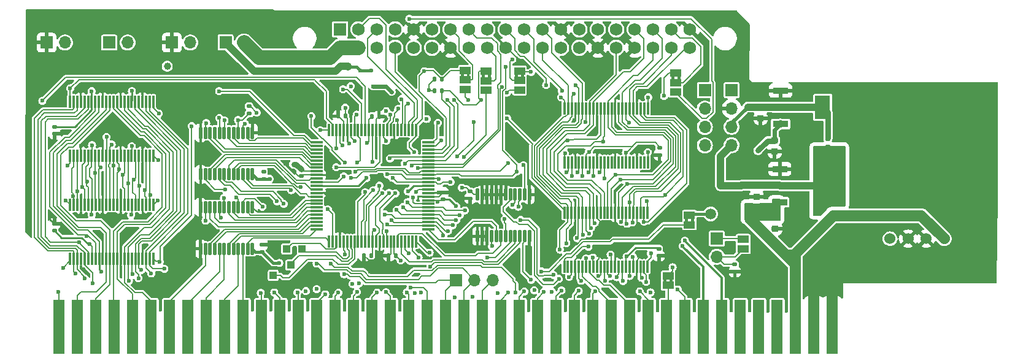
<source format=gbr>
%TF.GenerationSoftware,KiCad,Pcbnew,8.0.1*%
%TF.CreationDate,2024-05-25T23:06:58+03:00*%
%TF.ProjectId,PiStorm2k_v2.1,50695374-6f72-46d3-926b-5f76322e312e,rev?*%
%TF.SameCoordinates,Original*%
%TF.FileFunction,Copper,L1,Top*%
%TF.FilePolarity,Positive*%
%FSLAX46Y46*%
G04 Gerber Fmt 4.6, Leading zero omitted, Abs format (unit mm)*
G04 Created by KiCad (PCBNEW 8.0.1) date 2024-05-25 23:06:58*
%MOMM*%
%LPD*%
G01*
G04 APERTURE LIST*
G04 Aperture macros list*
%AMRoundRect*
0 Rectangle with rounded corners*
0 $1 Rounding radius*
0 $2 $3 $4 $5 $6 $7 $8 $9 X,Y pos of 4 corners*
0 Add a 4 corners polygon primitive as box body*
4,1,4,$2,$3,$4,$5,$6,$7,$8,$9,$2,$3,0*
0 Add four circle primitives for the rounded corners*
1,1,$1+$1,$2,$3*
1,1,$1+$1,$4,$5*
1,1,$1+$1,$6,$7*
1,1,$1+$1,$8,$9*
0 Add four rect primitives between the rounded corners*
20,1,$1+$1,$2,$3,$4,$5,0*
20,1,$1+$1,$4,$5,$6,$7,0*
20,1,$1+$1,$6,$7,$8,$9,0*
20,1,$1+$1,$8,$9,$2,$3,0*%
G04 Aperture macros list end*
%TA.AperFunction,EtchedComponent*%
%ADD10C,0.000000*%
%TD*%
%TA.AperFunction,SMDPad,CuDef*%
%ADD11R,1.500000X1.000000*%
%TD*%
%TA.AperFunction,SMDPad,CuDef*%
%ADD12RoundRect,0.135000X-0.135000X-0.185000X0.135000X-0.185000X0.135000X0.185000X-0.135000X0.185000X0*%
%TD*%
%TA.AperFunction,SMDPad,CuDef*%
%ADD13RoundRect,0.140000X0.170000X-0.140000X0.170000X0.140000X-0.170000X0.140000X-0.170000X-0.140000X0*%
%TD*%
%TA.AperFunction,SMDPad,CuDef*%
%ADD14RoundRect,0.140000X-0.140000X-0.170000X0.140000X-0.170000X0.140000X0.170000X-0.140000X0.170000X0*%
%TD*%
%TA.AperFunction,ComponentPad*%
%ADD15R,1.700000X1.700000*%
%TD*%
%TA.AperFunction,ComponentPad*%
%ADD16O,1.700000X1.700000*%
%TD*%
%TA.AperFunction,SMDPad,CuDef*%
%ADD17R,1.000000X1.000000*%
%TD*%
%TA.AperFunction,SMDPad,CuDef*%
%ADD18RoundRect,0.140000X-0.170000X0.140000X-0.170000X-0.140000X0.170000X-0.140000X0.170000X0.140000X0*%
%TD*%
%TA.AperFunction,SMDPad,CuDef*%
%ADD19RoundRect,0.011200X0.128800X-0.773800X0.128800X0.773800X-0.128800X0.773800X-0.128800X-0.773800X0*%
%TD*%
%TA.AperFunction,SMDPad,CuDef*%
%ADD20RoundRect,0.140000X0.140000X0.170000X-0.140000X0.170000X-0.140000X-0.170000X0.140000X-0.170000X0*%
%TD*%
%TA.AperFunction,ConnectorPad*%
%ADD21R,1.600000X7.540000*%
%TD*%
%TA.AperFunction,ConnectorPad*%
%ADD22R,1.600000X7.539998*%
%TD*%
%TA.AperFunction,ConnectorPad*%
%ADD23R,1.599998X7.539998*%
%TD*%
%TA.AperFunction,SMDPad,CuDef*%
%ADD24RoundRect,0.020500X0.184500X-0.764500X0.184500X0.764500X-0.184500X0.764500X-0.184500X-0.764500X0*%
%TD*%
%TA.AperFunction,SMDPad,CuDef*%
%ADD25R,2.150000X0.950000*%
%TD*%
%TA.AperFunction,SMDPad,CuDef*%
%ADD26R,2.150000X3.250000*%
%TD*%
%TA.AperFunction,SMDPad,CuDef*%
%ADD27RoundRect,0.011200X0.768800X0.128800X-0.768800X0.128800X-0.768800X-0.128800X0.768800X-0.128800X0*%
%TD*%
%TA.AperFunction,SMDPad,CuDef*%
%ADD28RoundRect,0.011200X-0.128800X0.768800X-0.128800X-0.768800X0.128800X-0.768800X0.128800X0.768800X0*%
%TD*%
%TA.AperFunction,SMDPad,CuDef*%
%ADD29RoundRect,0.135000X-0.185000X0.135000X-0.185000X-0.135000X0.185000X-0.135000X0.185000X0.135000X0*%
%TD*%
%TA.AperFunction,ComponentPad*%
%ADD30C,1.524000*%
%TD*%
%TA.AperFunction,SMDPad,CuDef*%
%ADD31RoundRect,0.135000X0.185000X-0.135000X0.185000X0.135000X-0.185000X0.135000X-0.185000X-0.135000X0*%
%TD*%
%TA.AperFunction,SMDPad,CuDef*%
%ADD32RoundRect,0.225000X0.250000X-0.225000X0.250000X0.225000X-0.250000X0.225000X-0.250000X-0.225000X0*%
%TD*%
%TA.AperFunction,SMDPad,CuDef*%
%ADD33RoundRect,0.225000X-0.250000X0.225000X-0.250000X-0.225000X0.250000X-0.225000X0.250000X0.225000X0*%
%TD*%
%TA.AperFunction,SMDPad,CuDef*%
%ADD34RoundRect,0.020500X-0.184500X0.764500X-0.184500X-0.764500X0.184500X-0.764500X0.184500X0.764500X0*%
%TD*%
%TA.AperFunction,ComponentPad*%
%ADD35R,1.750000X1.750000*%
%TD*%
%TA.AperFunction,ComponentPad*%
%ADD36C,1.750000*%
%TD*%
%TA.AperFunction,ViaPad*%
%ADD37C,0.600000*%
%TD*%
%TA.AperFunction,ViaPad*%
%ADD38C,1.500000*%
%TD*%
%TA.AperFunction,ViaPad*%
%ADD39C,1.000000*%
%TD*%
%TA.AperFunction,Conductor*%
%ADD40C,1.000000*%
%TD*%
%TA.AperFunction,Conductor*%
%ADD41C,1.524000*%
%TD*%
%TA.AperFunction,Conductor*%
%ADD42C,0.400000*%
%TD*%
%TA.AperFunction,Conductor*%
%ADD43C,0.600000*%
%TD*%
%TA.AperFunction,Conductor*%
%ADD44C,0.762000*%
%TD*%
%TA.AperFunction,Conductor*%
%ADD45C,0.200000*%
%TD*%
%TA.AperFunction,Conductor*%
%ADD46C,0.254000*%
%TD*%
%TA.AperFunction,Conductor*%
%ADD47C,0.200660*%
%TD*%
%TA.AperFunction,Conductor*%
%ADD48C,0.250000*%
%TD*%
%TA.AperFunction,Conductor*%
%ADD49C,1.500000*%
%TD*%
%TA.AperFunction,Conductor*%
%ADD50C,0.152400*%
%TD*%
%TA.AperFunction,Conductor*%
%ADD51C,0.177800*%
%TD*%
%TA.AperFunction,Conductor*%
%ADD52C,0.304800*%
%TD*%
%TA.AperFunction,Conductor*%
%ADD53C,0.203200*%
%TD*%
%TA.AperFunction,Conductor*%
%ADD54C,1.016000*%
%TD*%
%TA.AperFunction,Conductor*%
%ADD55C,0.508000*%
%TD*%
%TA.AperFunction,Conductor*%
%ADD56C,0.317500*%
%TD*%
%TA.AperFunction,Conductor*%
%ADD57C,0.381000*%
%TD*%
%TA.AperFunction,Conductor*%
%ADD58C,2.000000*%
%TD*%
G04 APERTURE END LIST*
D10*
%TA.AperFunction,EtchedComponent*%
%TO.C,TCK*%
G36*
X168740000Y-99840000D02*
G01*
X168340000Y-99840000D01*
X168340000Y-99340000D01*
X168740000Y-99340000D01*
X168740000Y-99840000D01*
G37*
%TD.AperFunction*%
%TA.AperFunction,EtchedComponent*%
G36*
X169540000Y-99840000D02*
G01*
X169140000Y-99840000D01*
X169140000Y-99340000D01*
X169540000Y-99340000D01*
X169540000Y-99840000D01*
G37*
%TD.AperFunction*%
%TA.AperFunction,EtchedComponent*%
%TO.C,TDI*%
G36*
X139692500Y-99490000D02*
G01*
X139292500Y-99490000D01*
X139292500Y-98990000D01*
X139692500Y-98990000D01*
X139692500Y-99490000D01*
G37*
%TD.AperFunction*%
%TA.AperFunction,EtchedComponent*%
G36*
X140492500Y-99490000D02*
G01*
X140092500Y-99490000D01*
X140092500Y-98990000D01*
X140492500Y-98990000D01*
X140492500Y-99490000D01*
G37*
%TD.AperFunction*%
%TA.AperFunction,EtchedComponent*%
%TO.C,TDO*%
G36*
X147160000Y-99570000D02*
G01*
X146760000Y-99570000D01*
X146760000Y-99070000D01*
X147160000Y-99070000D01*
X147160000Y-99570000D01*
G37*
%TD.AperFunction*%
%TA.AperFunction,EtchedComponent*%
G36*
X147960000Y-99570000D02*
G01*
X147560000Y-99570000D01*
X147560000Y-99070000D01*
X147960000Y-99070000D01*
X147960000Y-99570000D01*
G37*
%TD.AperFunction*%
%TA.AperFunction,EtchedComponent*%
%TO.C,TMS*%
G36*
X142580000Y-99600000D02*
G01*
X142180000Y-99600000D01*
X142180000Y-99100000D01*
X142580000Y-99100000D01*
X142580000Y-99600000D01*
G37*
%TD.AperFunction*%
%TA.AperFunction,EtchedComponent*%
G36*
X143380000Y-99600000D02*
G01*
X142980000Y-99600000D01*
X142980000Y-99100000D01*
X143380000Y-99100000D01*
X143380000Y-99600000D01*
G37*
%TD.AperFunction*%
%TA.AperFunction,EtchedComponent*%
%TO.C,D-BOSS*%
G36*
X167650000Y-127830000D02*
G01*
X167250000Y-127830000D01*
X167250000Y-127330000D01*
X167650000Y-127330000D01*
X167650000Y-127830000D01*
G37*
%TD.AperFunction*%
%TA.AperFunction,EtchedComponent*%
G36*
X168450000Y-127830000D02*
G01*
X168050000Y-127830000D01*
X168050000Y-127330000D01*
X168450000Y-127330000D01*
X168450000Y-127830000D01*
G37*
%TD.AperFunction*%
%TA.AperFunction,EtchedComponent*%
%TO.C,7MHz*%
G36*
X170600000Y-119490000D02*
G01*
X170200000Y-119490000D01*
X170200000Y-118990000D01*
X170600000Y-118990000D01*
X170600000Y-119490000D01*
G37*
%TD.AperFunction*%
%TA.AperFunction,EtchedComponent*%
G36*
X171400000Y-119490000D02*
G01*
X171000000Y-119490000D01*
X171000000Y-118990000D01*
X171400000Y-118990000D01*
X171400000Y-119490000D01*
G37*
%TD.AperFunction*%
%TD*%
D11*
%TO.P,TCK,1*%
%TO.N,TCK*%
X168940000Y-98940000D03*
%TO.P,TCK,2*%
%TO.N,TCK_PIN*%
X168940000Y-100240000D03*
%TO.P,TCK,3*%
%TO.N,86_CPLD*%
X168940000Y-101540000D03*
%TD*%
D12*
%TO.P,R1,1*%
%TO.N,VCC*%
X135616300Y-99797540D03*
%TO.P,R1,2*%
%TO.N,TDI*%
X136636300Y-99797540D03*
%TD*%
D13*
%TO.P,C13,1*%
%TO.N,GND*%
X140568290Y-116242040D03*
%TO.P,C13,2*%
%TO.N,+5V*%
X140568290Y-115282040D03*
%TD*%
D14*
%TO.P,C8,1*%
%TO.N,GND*%
X129310000Y-124130000D03*
%TO.P,C8,2*%
%TO.N,VCC*%
X130270000Y-124130000D03*
%TD*%
D15*
%TO.P,IPL2-0,1*%
%TO.N,IPL2*%
X138620000Y-127520000D03*
D16*
%TO.P,IPL2-0,2*%
%TO.N,IPL1*%
X141160000Y-127520000D03*
%TO.P,IPL2-0,3*%
%TO.N,IPL0*%
X143700000Y-127520000D03*
%TD*%
D11*
%TO.P,TDI,1*%
%TO.N,TDI*%
X139892500Y-98590000D03*
%TO.P,TDI,2*%
%TO.N,TDI_PIN*%
X139892500Y-99890000D03*
%TO.P,TDI,3*%
%TO.N,89_CPLD*%
X139892500Y-101190000D03*
%TD*%
D17*
%TO.P,P83,1*%
%TO.N,83_CPLD*%
X113380000Y-126860000D03*
%TD*%
D14*
%TO.P,C10,1*%
%TO.N,VCC_INT*%
X127008290Y-104922040D03*
%TO.P,C10,2*%
%TO.N,GND*%
X127968290Y-104922040D03*
%TD*%
D13*
%TO.P,C9,1*%
%TO.N,VCC*%
X136778290Y-116392040D03*
%TO.P,C9,2*%
%TO.N,GND*%
X136778290Y-115432040D03*
%TD*%
D17*
%TO.P,P82,1*%
%TO.N,82_CPLD*%
X115810000Y-125450000D03*
%TD*%
D15*
%TO.P,PWR,1*%
%TO.N,+5V*%
X176630000Y-101290000D03*
D16*
%TO.P,PWR,2*%
%TO.N,GND*%
X176630000Y-103830000D03*
%TO.P,PWR,3*%
%TO.N,VCC_INT*%
X176630000Y-106370000D03*
%TO.P,PWR,4*%
%TO.N,VCC*%
X176630000Y-108910000D03*
%TD*%
D13*
%TO.P,C4,1*%
%TO.N,+5V*%
X111820520Y-123616610D03*
%TO.P,C4,2*%
%TO.N,GND*%
X111820520Y-122656610D03*
%TD*%
D18*
%TO.P,C15,1*%
%TO.N,VCC*%
X166658290Y-109282040D03*
%TO.P,C15,2*%
%TO.N,GND*%
X166658290Y-110242040D03*
%TD*%
D19*
%TO.P,U5,1*%
%TO.N,ADDR_OE*%
X153558290Y-111262040D03*
%TO.P,U5,2*%
%TO.N,A16*%
X154058290Y-111262040D03*
%TO.P,U5,3*%
%TO.N,A17*%
X154558290Y-111262040D03*
%TO.P,U5,4*%
%TO.N,GND*%
X155058290Y-111262040D03*
%TO.P,U5,5*%
%TO.N,A18*%
X155558290Y-111262040D03*
%TO.P,U5,6*%
%TO.N,A19*%
X156058290Y-111262040D03*
%TO.P,U5,7*%
%TO.N,VCC*%
X156558290Y-111262040D03*
%TO.P,U5,8*%
%TO.N,A20*%
X157058290Y-111262040D03*
%TO.P,U5,9*%
%TO.N,A21*%
X157558290Y-111262040D03*
%TO.P,U5,10*%
%TO.N,GND*%
X158058290Y-111262040D03*
%TO.P,U5,11*%
%TO.N,A22*%
X158558290Y-111262040D03*
%TO.P,U5,12*%
%TO.N,A23*%
X159058290Y-111262040D03*
%TO.P,U5,13*%
%TO.N,N/C*%
X159558290Y-111262040D03*
%TO.P,U5,14*%
X160058290Y-111262040D03*
%TO.P,U5,15*%
%TO.N,GND*%
X160558290Y-111262040D03*
%TO.P,U5,16*%
%TO.N,N/C*%
X161058290Y-111262040D03*
%TO.P,U5,17*%
X161558290Y-111262040D03*
%TO.P,U5,18*%
%TO.N,VCC*%
X162058290Y-111262040D03*
%TO.P,U5,19*%
%TO.N,N/C*%
X162558290Y-111262040D03*
%TO.P,U5,20*%
X163058290Y-111262040D03*
%TO.P,U5,21*%
%TO.N,GND*%
X163558290Y-111262040D03*
%TO.P,U5,22*%
%TO.N,N/C*%
X164058290Y-111262040D03*
%TO.P,U5,23*%
X164558290Y-111262040D03*
%TO.P,U5,24*%
%TO.N,ADDR_OE*%
X165058290Y-111262040D03*
%TO.P,U5,25*%
%TO.N,ADDR_LTCH_24*%
X165058290Y-103822040D03*
%TO.P,U5,26*%
%TO.N,SD15*%
X164558290Y-103822040D03*
%TO.P,U5,27*%
%TO.N,SD14*%
X164058290Y-103822040D03*
%TO.P,U5,28*%
%TO.N,GND*%
X163558290Y-103822040D03*
%TO.P,U5,29*%
%TO.N,SD13*%
X163058290Y-103822040D03*
%TO.P,U5,30*%
%TO.N,SD12*%
X162558290Y-103822040D03*
%TO.P,U5,31*%
%TO.N,VCC*%
X162058290Y-103822040D03*
%TO.P,U5,32*%
%TO.N,SD11*%
X161558290Y-103822040D03*
%TO.P,U5,33*%
%TO.N,SD10*%
X161058290Y-103822040D03*
%TO.P,U5,34*%
%TO.N,GND*%
X160558290Y-103822040D03*
%TO.P,U5,35*%
%TO.N,SD9*%
X160058290Y-103822040D03*
%TO.P,U5,36*%
%TO.N,SD8*%
X159558290Y-103822040D03*
%TO.P,U5,37*%
%TO.N,SD7*%
X159058290Y-103822040D03*
%TO.P,U5,38*%
%TO.N,SD6*%
X158558290Y-103822040D03*
%TO.P,U5,39*%
%TO.N,GND*%
X158058290Y-103822040D03*
%TO.P,U5,40*%
%TO.N,SD5*%
X157558290Y-103822040D03*
%TO.P,U5,41*%
%TO.N,SD4*%
X157058290Y-103822040D03*
%TO.P,U5,42*%
%TO.N,VCC*%
X156558290Y-103822040D03*
%TO.P,U5,43*%
%TO.N,SD3*%
X156058290Y-103822040D03*
%TO.P,U5,44*%
%TO.N,SD2*%
X155558290Y-103822040D03*
%TO.P,U5,45*%
%TO.N,GND*%
X155058290Y-103822040D03*
%TO.P,U5,46*%
%TO.N,SD1*%
X154558290Y-103822040D03*
%TO.P,U5,47*%
%TO.N,SD0*%
X154058290Y-103822040D03*
%TO.P,U5,48*%
%TO.N,ADDR_LTCH_16*%
X153558290Y-103822040D03*
%TD*%
D20*
%TO.P,C11,1*%
%TO.N,VCC*%
X123328290Y-104892040D03*
%TO.P,C11,2*%
%TO.N,GND*%
X122368290Y-104892040D03*
%TD*%
D11*
%TO.P,TDO,1*%
%TO.N,TDO*%
X147360000Y-98670000D03*
%TO.P,TDO,2*%
%TO.N,TDO_PIN*%
X147360000Y-99970000D03*
%TO.P,TDO,3*%
%TO.N,85_CPLD*%
X147360000Y-101270000D03*
%TD*%
D17*
%TO.P,P81,1*%
%TO.N,81_CPLD*%
X117380000Y-123220000D03*
%TD*%
D11*
%TO.P,BOSS,1*%
%TO.N,BOSS_G*%
X178210000Y-123190000D03*
%TO.P,BOSS,2*%
%TO.N,BOSS*%
X178210000Y-121890000D03*
%TD*%
D15*
%TO.P,JTAG,1*%
%TO.N,TDI*%
X172930000Y-101310000D03*
D16*
%TO.P,JTAG,2*%
%TO.N,TCK*%
X172930000Y-103850000D03*
%TO.P,JTAG,3*%
%TO.N,TMS*%
X172930000Y-106390000D03*
%TO.P,JTAG,4*%
%TO.N,TDO*%
X172930000Y-108930000D03*
%TD*%
D18*
%TO.P,C3,1*%
%TO.N,N/C*%
X112064660Y-112595010D03*
%TO.P,C3,2*%
%TO.N,+5V*%
X112064660Y-113555010D03*
%TD*%
D13*
%TO.P,C2,1*%
%TO.N,VCC*%
X83188290Y-120722040D03*
%TO.P,C2,2*%
%TO.N,GND*%
X83188290Y-119762040D03*
%TD*%
D18*
%TO.P,C14,1*%
%TO.N,VCC*%
X166598290Y-123222040D03*
%TO.P,C14,2*%
%TO.N,GND*%
X166598290Y-124182040D03*
%TD*%
D15*
%TO.P,H2,1*%
%TO.N,4_E*%
X90750000Y-94730000D03*
D16*
%TO.P,H2,2*%
%TO.N,E*%
X93290000Y-94730000D03*
%TD*%
D15*
%TO.P,H4,1*%
%TO.N,+5V*%
X106800000Y-94720000D03*
D16*
%TO.P,H4,2*%
%TO.N,PI_+5V*%
X109340000Y-94720000D03*
%TD*%
D21*
%TO.P,Zorro II / A(B) Co-Processor,2*%
%TO.N,GND*%
X190500000Y-134010001D03*
%TO.P,Zorro II / A(B) Co-Processor,4*%
X187960000Y-134010001D03*
%TO.P,Zorro II / A(B) Co-Processor,6*%
%TO.N,+5V*%
X185420000Y-134010001D03*
%TO.P,Zorro II / A(B) Co-Processor,8*%
%TO.N,-5V*%
X182880000Y-134010001D03*
%TO.P,Zorro II / A(B) Co-Processor,10*%
%TO.N,+12V*%
X180340000Y-134010001D03*
%TO.P,Zorro II / A(B) Co-Processor,12*%
%TO.N,CFGINn*%
X177800000Y-134010001D03*
%TO.P,Zorro II / A(B) Co-Processor,14*%
%TO.N,CCKQ*%
X175260000Y-134010001D03*
%TO.P,Zorro II / A(B) Co-Processor,16*%
%TO.N,CCK*%
X172720000Y-134010001D03*
%TO.P,Zorro II / A(B) Co-Processor,18*%
%TO.N,XRDY*%
X170180000Y-134010001D03*
D22*
%TO.P,Zorro II / A(B) Co-Processor,20*%
%TO.N,BOSS_PIN*%
X167640000Y-134010000D03*
D21*
%TO.P,Zorro II / A(B) Co-Processor,22*%
%TO.N,INT6*%
X165100000Y-134010001D03*
D22*
%TO.P,Zorro II / A(B) Co-Processor,24*%
%TO.N,A4*%
X162560000Y-134010000D03*
D21*
%TO.P,Zorro II / A(B) Co-Processor,26*%
%TO.N,A3*%
X160020000Y-134010001D03*
%TO.P,Zorro II / A(B) Co-Processor,28*%
%TO.N,A7*%
X157480000Y-134010001D03*
%TO.P,Zorro II / A(B) Co-Processor,30*%
%TO.N,A8*%
X154940000Y-134010001D03*
%TO.P,Zorro II / A(B) Co-Processor,32*%
%TO.N,A9*%
X152400000Y-134010001D03*
D22*
%TO.P,Zorro II / A(B) Co-Processor,34*%
%TO.N,A10*%
X149860000Y-134010000D03*
D21*
%TO.P,Zorro II / A(B) Co-Processor,36*%
%TO.N,A11*%
X147320000Y-134010001D03*
%TO.P,Zorro II / A(B) Co-Processor,38*%
%TO.N,A12*%
X144780000Y-134010001D03*
D22*
%TO.P,Zorro II / A(B) Co-Processor,40*%
%TO.N,IPL0*%
X142240000Y-134010000D03*
%TO.P,Zorro II / A(B) Co-Processor,42*%
%TO.N,IPL1*%
X139700000Y-134010000D03*
D21*
%TO.P,Zorro II / A(B) Co-Processor,44*%
%TO.N,IPL2*%
X137160000Y-134010001D03*
%TO.P,Zorro II / A(B) Co-Processor,46*%
%TO.N,BEER*%
X134620000Y-134010001D03*
D22*
%TO.P,Zorro II / A(B) Co-Processor,48*%
%TO.N,VPA*%
X132080000Y-134010000D03*
D21*
%TO.P,Zorro II / A(B) Co-Processor,50*%
%TO.N,E*%
X129540000Y-134010001D03*
%TO.P,Zorro II / A(B) Co-Processor,52*%
%TO.N,A18*%
X127000000Y-134010001D03*
D23*
%TO.P,Zorro II / A(B) Co-Processor,54*%
%TO.N,A19*%
X124460001Y-134010000D03*
%TO.P,Zorro II / A(B) Co-Processor,56*%
%TO.N,A20*%
X121920001Y-134010000D03*
D21*
%TO.P,Zorro II / A(B) Co-Processor,58*%
%TO.N,A21*%
X119380000Y-134010001D03*
%TO.P,Zorro II / A(B) Co-Processor,60*%
%TO.N,CBR*%
X116840000Y-134010001D03*
%TO.P,Zorro II / A(B) Co-Processor,62*%
%TO.N,BGACK*%
X114300000Y-134010001D03*
D23*
%TO.P,Zorro II / A(B) Co-Processor,64*%
%TO.N,CBG*%
X111760001Y-134010000D03*
D21*
%TO.P,Zorro II / A(B) Co-Processor,66*%
%TO.N,DTACK*%
X109220000Y-134010001D03*
%TO.P,Zorro II / A(B) Co-Processor,68*%
%TO.N,R_W*%
X106680000Y-134010001D03*
%TO.P,Zorro II / A(B) Co-Processor,70*%
%TO.N,LDS*%
X104140000Y-134010001D03*
%TO.P,Zorro II / A(B) Co-Processor,72*%
%TO.N,UDS*%
X101600000Y-134010001D03*
%TO.P,Zorro II / A(B) Co-Processor,74*%
%TO.N,AS*%
X99060000Y-134010001D03*
%TO.P,Zorro II / A(B) Co-Processor,76*%
%TO.N,D10*%
X96520000Y-134010001D03*
%TO.P,Zorro II / A(B) Co-Processor,78*%
%TO.N,D9*%
X93980000Y-134010001D03*
%TO.P,Zorro II / A(B) Co-Processor,80*%
%TO.N,D8*%
X91440000Y-134010001D03*
D23*
%TO.P,Zorro II / A(B) Co-Processor,82*%
%TO.N,D7*%
X88900001Y-134010000D03*
D21*
%TO.P,Zorro II / A(B) Co-Processor,84*%
%TO.N,D6*%
X86360000Y-134010001D03*
%TO.P,Zorro II / A(B) Co-Processor,86*%
%TO.N,D5*%
X83820000Y-134010001D03*
%TD*%
D24*
%TO.P,U6,1*%
%TO.N,GND*%
X141558290Y-121472040D03*
%TO.P,U6,2*%
X142208290Y-121472040D03*
%TO.P,U6,3*%
X142858290Y-121472040D03*
%TO.P,U6,4*%
%TO.N,INT6*%
X143508290Y-121472040D03*
%TO.P,U6,5*%
%TO.N,1_CPLD*%
X144158290Y-121472040D03*
%TO.P,U6,6*%
%TO.N,95_1B3*%
X144808290Y-121472040D03*
%TO.P,U6,7*%
%TO.N,XRDY*%
X145458290Y-121472040D03*
%TO.P,U6,8*%
%TO.N,BOSS*%
X146108290Y-121472040D03*
%TO.P,U6,9*%
%TO.N,96_1B4*%
X146758290Y-121472040D03*
%TO.P,U6,10*%
%TO.N,97_1B5*%
X147408290Y-121472040D03*
%TO.P,U6,11*%
%TO.N,OVR*%
X148058290Y-121472040D03*
%TO.P,U6,12*%
%TO.N,GND*%
X148708290Y-121472040D03*
%TO.P,U6,13*%
X148708290Y-115732040D03*
%TO.P,U6,14*%
%TO.N,CFGOUTn*%
X148058290Y-115732040D03*
%TO.P,U6,15*%
%TO.N,92_CPLD*%
X147408290Y-115732040D03*
%TO.P,U6,16*%
%TO.N,87_CPLD*%
X146758290Y-115732040D03*
%TO.P,U6,17*%
%TO.N,INT2*%
X146108290Y-115732040D03*
%TO.P,U6,18*%
%TO.N,GND*%
X145458290Y-115732040D03*
%TO.P,U6,19*%
X144808290Y-115732040D03*
%TO.P,U6,20*%
X144158290Y-115732040D03*
%TO.P,U6,21*%
X143508290Y-115732040D03*
%TO.P,U6,22*%
X142858290Y-115732040D03*
%TO.P,U6,23*%
X142208290Y-115732040D03*
%TO.P,U6,24*%
%TO.N,+5V*%
X141558290Y-115732040D03*
%TD*%
D25*
%TO.P,U11,1*%
%TO.N,GND*%
X183378290Y-101372040D03*
%TO.P,U11,2*%
%TO.N,VCC_INT*%
X183378290Y-103672040D03*
%TO.P,U11,3*%
%TO.N,+5V*%
X183378290Y-105972040D03*
D26*
%TO.P,U11,4*%
%TO.N,VCC_INT*%
X189178290Y-103672040D03*
%TD*%
D15*
%TO.P,H3,1*%
%TO.N,GND*%
X99400000Y-94730000D03*
D16*
%TO.P,H3,2*%
%TO.N,EXTRA*%
X101940000Y-94730000D03*
%TD*%
D12*
%TO.P,R2,1*%
%TO.N,VCC*%
X135626300Y-101387540D03*
%TO.P,R2,2*%
%TO.N,TMS*%
X136646300Y-101387540D03*
%TD*%
D27*
%TO.P,U7,1*%
%TO.N,1_CPLD*%
X134758290Y-120502040D03*
%TO.P,U7,2*%
%TO.N,SD0*%
X134758290Y-120002040D03*
%TO.P,U7,3*%
%TO.N,SD1*%
X134758290Y-119502040D03*
%TO.P,U7,4*%
%TO.N,SD2*%
X134758290Y-119002040D03*
%TO.P,U7,5*%
%TO.N,SD3*%
X134758290Y-118502040D03*
%TO.P,U7,6*%
%TO.N,SD4*%
X134758290Y-118002040D03*
%TO.P,U7,7*%
%TO.N,SD5*%
X134758290Y-117502040D03*
%TO.P,U7,8*%
%TO.N,SD11*%
X134758290Y-117002040D03*
%TO.P,U7,9*%
%TO.N,VCC*%
X134758290Y-116502040D03*
%TO.P,U7,10*%
%TO.N,GND*%
X134758290Y-116002040D03*
%TO.P,U7,11*%
X134758290Y-115502040D03*
%TO.P,U7,12*%
%TO.N,PICLK*%
X134758290Y-115002040D03*
%TO.P,U7,13*%
%TO.N,VCC_INT*%
X134758290Y-114502040D03*
%TO.P,U7,14*%
%TO.N,SD13*%
X134758290Y-114002040D03*
%TO.P,U7,15*%
%TO.N,SD12*%
X134758290Y-113502040D03*
%TO.P,U7,16*%
%TO.N,SD9*%
X134758290Y-113002040D03*
%TO.P,U7,17*%
%TO.N,SD8*%
X134758290Y-112502040D03*
%TO.P,U7,18*%
%TO.N,SD15*%
X134758290Y-112002040D03*
%TO.P,U7,19*%
%TO.N,SD14*%
X134758290Y-111502040D03*
%TO.P,U7,20*%
%TO.N,SD10*%
X134758290Y-111002040D03*
%TO.P,U7,21*%
%TO.N,SD7*%
X134758290Y-110502040D03*
%TO.P,U7,22*%
%TO.N,TMS*%
X134758290Y-110002040D03*
%TO.P,U7,23*%
%TO.N,TDI*%
X134758290Y-109502040D03*
%TO.P,U7,24*%
%TO.N,TCK*%
X134758290Y-109002040D03*
%TO.P,U7,25*%
%TO.N,TDO*%
X134758290Y-108502040D03*
D28*
%TO.P,U7,26*%
%TO.N,SD6*%
X133078290Y-106822040D03*
%TO.P,U7,27*%
%TO.N,SA2*%
X132578290Y-106822040D03*
%TO.P,U7,28*%
%TO.N,SA1*%
X132078290Y-106822040D03*
%TO.P,U7,29*%
%TO.N,SWE*%
X131578290Y-106822040D03*
%TO.P,U7,30*%
%TO.N,AUX0*%
X131078290Y-106822040D03*
%TO.P,U7,31*%
%TO.N,VCC*%
X130578290Y-106822040D03*
%TO.P,U7,32*%
%TO.N,GND*%
X130078290Y-106822040D03*
%TO.P,U7,33*%
%TO.N,AUX1*%
X129578290Y-106822040D03*
%TO.P,U7,34*%
%TO.N,SA0*%
X129078290Y-106822040D03*
%TO.P,U7,35*%
%TO.N,SOE*%
X128578290Y-106822040D03*
%TO.P,U7,36*%
%TO.N,DATA_WR_LTCH_HB*%
X128078290Y-106822040D03*
%TO.P,U7,37*%
%TO.N,GND*%
X127578290Y-106822040D03*
%TO.P,U7,38*%
%TO.N,DATA_RD_OE*%
X127078290Y-106822040D03*
%TO.P,U7,39*%
%TO.N,VCC_INT*%
X126578290Y-106822040D03*
%TO.P,U7,40*%
%TO.N,DATA_WR_LTCH_LB*%
X126078290Y-106822040D03*
%TO.P,U7,41*%
%TO.N,DATA_WR_OE*%
X125578290Y-106822040D03*
%TO.P,U7,42*%
%TO.N,ADDR_LTCH_8*%
X125078290Y-106822040D03*
%TO.P,U7,43*%
%TO.N,ADDR_OE*%
X124578290Y-106822040D03*
%TO.P,U7,44*%
%TO.N,ADDR_LTCH_0*%
X124078290Y-106822040D03*
%TO.P,U7,45*%
%TO.N,VCC*%
X123578290Y-106822040D03*
%TO.P,U7,46*%
%TO.N,GND*%
X123078290Y-106822040D03*
%TO.P,U7,47*%
%TO.N,ADDR_LTCH_16*%
X122578290Y-106822040D03*
%TO.P,U7,48*%
%TO.N,ADDR_LTCH_24*%
X122078290Y-106822040D03*
%TO.P,U7,49*%
%TO.N,DATA_RD_LTCH_LB*%
X121578290Y-106822040D03*
%TO.P,U7,50*%
%TO.N,DATA_RD_LTCH_HB*%
X121078290Y-106822040D03*
D27*
%TO.P,U7,51*%
%TO.N,CLK_SEL*%
X119398290Y-108502040D03*
%TO.P,U7,52*%
%TO.N,52_1B1*%
X119398290Y-109002040D03*
%TO.P,U7,53*%
%TO.N,53_1B2*%
X119398290Y-109502040D03*
%TO.P,U7,54*%
%TO.N,54_1B3*%
X119398290Y-110002040D03*
%TO.P,U7,55*%
%TO.N,55_1B4*%
X119398290Y-110502040D03*
%TO.P,U7,56*%
%TO.N,56_1B5*%
X119398290Y-111002040D03*
%TO.P,U7,57*%
%TO.N,57_2B1*%
X119398290Y-111502040D03*
%TO.P,U7,58*%
%TO.N,58_2B2*%
X119398290Y-112002040D03*
%TO.P,U7,59*%
%TO.N,VCC*%
X119398290Y-112502040D03*
%TO.P,U7,60*%
%TO.N,GND*%
X119398290Y-113002040D03*
%TO.P,U7,61*%
%TO.N,61_2B3*%
X119398290Y-113502040D03*
%TO.P,U7,62*%
%TO.N,62_GCLK2*%
X119398290Y-114002040D03*
%TO.P,U7,63*%
%TO.N,VCC_INT*%
X119398290Y-114502040D03*
%TO.P,U7,64*%
%TO.N,64_2B4*%
X119398290Y-115002040D03*
%TO.P,U7,65*%
%TO.N,GND*%
X119398290Y-115502040D03*
%TO.P,U7,66*%
%TO.N,66_2B5*%
X119398290Y-116002040D03*
%TO.P,U7,67*%
%TO.N,67_1B1*%
X119398290Y-116502040D03*
%TO.P,U7,68*%
%TO.N,68_1B2*%
X119398290Y-117002040D03*
%TO.P,U7,69*%
%TO.N,69_1B1*%
X119398290Y-117502040D03*
%TO.P,U7,70*%
%TO.N,70_1B4*%
X119398290Y-118002040D03*
%TO.P,U7,71*%
%TO.N,71_1B5*%
X119398290Y-118502040D03*
%TO.P,U7,72*%
%TO.N,72_2B1*%
X119398290Y-119002040D03*
%TO.P,U7,73*%
%TO.N,73_2B2*%
X119398290Y-119502040D03*
%TO.P,U7,74*%
%TO.N,74_2B3*%
X119398290Y-120002040D03*
%TO.P,U7,75*%
%TO.N,75_2B4*%
X119398290Y-120502040D03*
D28*
%TO.P,U7,76*%
%TO.N,76_2B5*%
X121078290Y-122182040D03*
%TO.P,U7,77*%
%TO.N,EXTRA*%
X121578290Y-122182040D03*
%TO.P,U7,78*%
%TO.N,78_CPLD*%
X122078290Y-122182040D03*
%TO.P,U7,79*%
%TO.N,GND*%
X122578290Y-122182040D03*
%TO.P,U7,80*%
%TO.N,VCC*%
X123078290Y-122182040D03*
%TO.P,U7,81*%
%TO.N,81_CPLD*%
X123578290Y-122182040D03*
%TO.P,U7,82*%
%TO.N,82_CPLD*%
X124078290Y-122182040D03*
%TO.P,U7,83*%
%TO.N,83_CPLD*%
X124578290Y-122182040D03*
%TO.P,U7,84*%
%TO.N,84_CPLD*%
X125078290Y-122182040D03*
%TO.P,U7,85*%
%TO.N,85_CPLD*%
X125578290Y-122182040D03*
%TO.P,U7,86*%
%TO.N,86_CPLD*%
X126078290Y-122182040D03*
%TO.P,U7,87*%
%TO.N,87_CPLD*%
X126578290Y-122182040D03*
%TO.P,U7,88*%
%TO.N,VCC_INT*%
X127078290Y-122182040D03*
%TO.P,U7,89*%
%TO.N,89_CPLD*%
X127578290Y-122182040D03*
%TO.P,U7,90*%
%TO.N,GND*%
X128078290Y-122182040D03*
%TO.P,U7,91*%
%TO.N,91_CPLD*%
X128578290Y-122182040D03*
%TO.P,U7,92*%
%TO.N,92_CPLD*%
X129078290Y-122182040D03*
%TO.P,U7,93*%
%TO.N,GND*%
X129578290Y-122182040D03*
%TO.P,U7,94*%
%TO.N,VCC*%
X130078290Y-122182040D03*
%TO.P,U7,95*%
%TO.N,95_1B3*%
X130578290Y-122182040D03*
%TO.P,U7,96*%
%TO.N,96_1B4*%
X131078290Y-122182040D03*
%TO.P,U7,97*%
%TO.N,97_1B5*%
X131578290Y-122182040D03*
%TO.P,U7,98*%
%TO.N,A600*%
X132078290Y-122182040D03*
%TO.P,U7,99*%
%TO.N,CCK*%
X132578290Y-122182040D03*
%TO.P,U7,100*%
%TO.N,CCKQ*%
X133078290Y-122182040D03*
%TD*%
D29*
%TO.P,R4,1*%
%TO.N,BOSS_G*%
X177070000Y-125340000D03*
%TO.P,R4,2*%
%TO.N,GND*%
X177070000Y-126360000D03*
%TD*%
D13*
%TO.P,C1,1*%
%TO.N,GND*%
X83248290Y-107332040D03*
%TO.P,C1,2*%
%TO.N,VCC*%
X83248290Y-106372040D03*
%TD*%
D19*
%TO.P,U1,1*%
%TO.N,DATA_RD_OE*%
X85338290Y-110322040D03*
%TO.P,U1,2*%
%TO.N,SD0*%
X85838290Y-110322040D03*
%TO.P,U1,3*%
%TO.N,SD1*%
X86338290Y-110322040D03*
%TO.P,U1,4*%
%TO.N,GND*%
X86838290Y-110322040D03*
%TO.P,U1,5*%
%TO.N,SD2*%
X87338290Y-110322040D03*
%TO.P,U1,6*%
%TO.N,SD3*%
X87838290Y-110322040D03*
%TO.P,U1,7*%
%TO.N,VCC*%
X88338290Y-110322040D03*
%TO.P,U1,8*%
%TO.N,SD4*%
X88838290Y-110322040D03*
%TO.P,U1,9*%
%TO.N,SD5*%
X89338290Y-110322040D03*
%TO.P,U1,10*%
%TO.N,GND*%
X89838290Y-110322040D03*
%TO.P,U1,11*%
%TO.N,SD6*%
X90338290Y-110322040D03*
%TO.P,U1,12*%
%TO.N,SD7*%
X90838290Y-110322040D03*
%TO.P,U1,13*%
%TO.N,SD8*%
X91338290Y-110322040D03*
%TO.P,U1,14*%
%TO.N,SD9*%
X91838290Y-110322040D03*
%TO.P,U1,15*%
%TO.N,GND*%
X92338290Y-110322040D03*
%TO.P,U1,16*%
%TO.N,SD10*%
X92838290Y-110322040D03*
%TO.P,U1,17*%
%TO.N,SD11*%
X93338290Y-110322040D03*
%TO.P,U1,18*%
%TO.N,VCC*%
X93838290Y-110322040D03*
%TO.P,U1,19*%
%TO.N,SD12*%
X94338290Y-110322040D03*
%TO.P,U1,20*%
%TO.N,SD13*%
X94838290Y-110322040D03*
%TO.P,U1,21*%
%TO.N,GND*%
X95338290Y-110322040D03*
%TO.P,U1,22*%
%TO.N,SD14*%
X95838290Y-110322040D03*
%TO.P,U1,23*%
%TO.N,SD15*%
X96338290Y-110322040D03*
%TO.P,U1,24*%
%TO.N,DATA_RD_OE*%
X96838290Y-110322040D03*
%TO.P,U1,25*%
%TO.N,DATA_RD_LTCH_HB*%
X96838290Y-102882040D03*
%TO.P,U1,26*%
%TO.N,D15*%
X96338290Y-102882040D03*
%TO.P,U1,27*%
%TO.N,D14*%
X95838290Y-102882040D03*
%TO.P,U1,28*%
%TO.N,GND*%
X95338290Y-102882040D03*
%TO.P,U1,29*%
%TO.N,D13*%
X94838290Y-102882040D03*
%TO.P,U1,30*%
%TO.N,D12*%
X94338290Y-102882040D03*
%TO.P,U1,31*%
%TO.N,VCC*%
X93838290Y-102882040D03*
%TO.P,U1,32*%
%TO.N,D11*%
X93338290Y-102882040D03*
%TO.P,U1,33*%
%TO.N,D10*%
X92838290Y-102882040D03*
%TO.P,U1,34*%
%TO.N,GND*%
X92338290Y-102882040D03*
%TO.P,U1,35*%
%TO.N,D9*%
X91838290Y-102882040D03*
%TO.P,U1,36*%
%TO.N,D8*%
X91338290Y-102882040D03*
%TO.P,U1,37*%
%TO.N,D7*%
X90838290Y-102882040D03*
%TO.P,U1,38*%
%TO.N,D6*%
X90338290Y-102882040D03*
%TO.P,U1,39*%
%TO.N,GND*%
X89838290Y-102882040D03*
%TO.P,U1,40*%
%TO.N,D5*%
X89338290Y-102882040D03*
%TO.P,U1,41*%
%TO.N,D4*%
X88838290Y-102882040D03*
%TO.P,U1,42*%
%TO.N,VCC*%
X88338290Y-102882040D03*
%TO.P,U1,43*%
%TO.N,D3*%
X87838290Y-102882040D03*
%TO.P,U1,44*%
%TO.N,D2*%
X87338290Y-102882040D03*
%TO.P,U1,45*%
%TO.N,GND*%
X86838290Y-102882040D03*
%TO.P,U1,46*%
%TO.N,D1*%
X86338290Y-102882040D03*
%TO.P,U1,47*%
%TO.N,D0*%
X85838290Y-102882040D03*
%TO.P,U1,48*%
%TO.N,DATA_RD_LTCH_LB*%
X85338290Y-102882040D03*
%TD*%
D30*
%TO.P,J1,1*%
%TO.N,+5V*%
X205968290Y-121812040D03*
%TO.P,J1,2*%
%TO.N,GND*%
X203468290Y-121812040D03*
%TO.P,J1,3*%
X200968290Y-121812040D03*
%TO.P,J1,4*%
%TO.N,+12V*%
X198468290Y-121812040D03*
%TD*%
D31*
%TO.P,R5,1*%
%TO.N,VCC*%
X189908290Y-109062040D03*
%TO.P,R5,2*%
%TO.N,VCC_INT*%
X189908290Y-108042040D03*
%TD*%
D32*
%TO.P,C19,1*%
%TO.N,GND*%
X180608290Y-105177040D03*
%TO.P,C19,2*%
%TO.N,VCC_INT*%
X180608290Y-103627040D03*
%TD*%
D31*
%TO.P,R3,1*%
%TO.N,4_E*%
X110038290Y-104542040D03*
%TO.P,R3,2*%
%TO.N,E*%
X110038290Y-103522040D03*
%TD*%
D15*
%TO.P,BJ,1*%
%TO.N,BOSS*%
X174590000Y-121770000D03*
D16*
%TO.P,BJ,2*%
%TO.N,BOSS_G*%
X174590000Y-124310000D03*
%TD*%
D25*
%TO.P,U10,1*%
%TO.N,GND*%
X183263290Y-112182040D03*
%TO.P,U10,2*%
%TO.N,VCC*%
X183263290Y-114482040D03*
%TO.P,U10,3*%
%TO.N,+5V*%
X183263290Y-116782040D03*
D26*
%TO.P,U10,4*%
%TO.N,VCC*%
X189063290Y-114482040D03*
%TD*%
D11*
%TO.P,TMS,1*%
%TO.N,TMS*%
X142780000Y-98700000D03*
%TO.P,TMS,2*%
%TO.N,TMS_PIN*%
X142780000Y-100000000D03*
%TO.P,TMS,3*%
%TO.N,91_CPLD*%
X142780000Y-101300000D03*
%TD*%
D19*
%TO.P,U8,1*%
%TO.N,ADDR_OE*%
X153538290Y-125652040D03*
%TO.P,U8,2*%
%TO.N,N/C*%
X154038290Y-125652040D03*
%TO.P,U8,3*%
%TO.N,A1*%
X154538290Y-125652040D03*
%TO.P,U8,4*%
%TO.N,GND*%
X155038290Y-125652040D03*
%TO.P,U8,5*%
%TO.N,A2*%
X155538290Y-125652040D03*
%TO.P,U8,6*%
%TO.N,A3*%
X156038290Y-125652040D03*
%TO.P,U8,7*%
%TO.N,VCC*%
X156538290Y-125652040D03*
%TO.P,U8,8*%
%TO.N,A4*%
X157038290Y-125652040D03*
%TO.P,U8,9*%
%TO.N,A5*%
X157538290Y-125652040D03*
%TO.P,U8,10*%
%TO.N,GND*%
X158038290Y-125652040D03*
%TO.P,U8,11*%
%TO.N,A6*%
X158538290Y-125652040D03*
%TO.P,U8,12*%
%TO.N,A7*%
X159038290Y-125652040D03*
%TO.P,U8,13*%
%TO.N,A8*%
X159538290Y-125652040D03*
%TO.P,U8,14*%
%TO.N,A9*%
X160038290Y-125652040D03*
%TO.P,U8,15*%
%TO.N,GND*%
X160538290Y-125652040D03*
%TO.P,U8,16*%
%TO.N,A10*%
X161038290Y-125652040D03*
%TO.P,U8,17*%
%TO.N,A11*%
X161538290Y-125652040D03*
%TO.P,U8,18*%
%TO.N,VCC*%
X162038290Y-125652040D03*
%TO.P,U8,19*%
%TO.N,A12*%
X162538290Y-125652040D03*
%TO.P,U8,20*%
%TO.N,A13*%
X163038290Y-125652040D03*
%TO.P,U8,21*%
%TO.N,GND*%
X163538290Y-125652040D03*
%TO.P,U8,22*%
%TO.N,A14*%
X164038290Y-125652040D03*
%TO.P,U8,23*%
%TO.N,A15*%
X164538290Y-125652040D03*
%TO.P,U8,24*%
%TO.N,ADDR_OE*%
X165038290Y-125652040D03*
%TO.P,U8,25*%
%TO.N,ADDR_LTCH_8*%
X165038290Y-118212040D03*
%TO.P,U8,26*%
%TO.N,SD15*%
X164538290Y-118212040D03*
%TO.P,U8,27*%
%TO.N,SD14*%
X164038290Y-118212040D03*
%TO.P,U8,28*%
%TO.N,GND*%
X163538290Y-118212040D03*
%TO.P,U8,29*%
%TO.N,SD13*%
X163038290Y-118212040D03*
%TO.P,U8,30*%
%TO.N,SD12*%
X162538290Y-118212040D03*
%TO.P,U8,31*%
%TO.N,VCC*%
X162038290Y-118212040D03*
%TO.P,U8,32*%
%TO.N,SD11*%
X161538290Y-118212040D03*
%TO.P,U8,33*%
%TO.N,SD10*%
X161038290Y-118212040D03*
%TO.P,U8,34*%
%TO.N,GND*%
X160538290Y-118212040D03*
%TO.P,U8,35*%
%TO.N,SD9*%
X160038290Y-118212040D03*
%TO.P,U8,36*%
%TO.N,SD8*%
X159538290Y-118212040D03*
%TO.P,U8,37*%
%TO.N,SD7*%
X159038290Y-118212040D03*
%TO.P,U8,38*%
%TO.N,SD6*%
X158538290Y-118212040D03*
%TO.P,U8,39*%
%TO.N,GND*%
X158038290Y-118212040D03*
%TO.P,U8,40*%
%TO.N,SD5*%
X157538290Y-118212040D03*
%TO.P,U8,41*%
%TO.N,SD4*%
X157038290Y-118212040D03*
%TO.P,U8,42*%
%TO.N,VCC*%
X156538290Y-118212040D03*
%TO.P,U8,43*%
%TO.N,SD3*%
X156038290Y-118212040D03*
%TO.P,U8,44*%
%TO.N,SD2*%
X155538290Y-118212040D03*
%TO.P,U8,45*%
%TO.N,GND*%
X155038290Y-118212040D03*
%TO.P,U8,46*%
%TO.N,SD1*%
X154538290Y-118212040D03*
%TO.P,U8,47*%
%TO.N,SD0*%
X154038290Y-118212040D03*
%TO.P,U8,48*%
%TO.N,ADDR_LTCH_0*%
X153538290Y-118212040D03*
%TD*%
D17*
%TO.P,P78,1*%
%TO.N,78_CPLD*%
X115230000Y-123240000D03*
%TD*%
D32*
%TO.P,C18,1*%
%TO.N,GND*%
X182568290Y-109797040D03*
%TO.P,C18,2*%
%TO.N,+5V*%
X182568290Y-108247040D03*
%TD*%
D33*
%TO.P,C16,1*%
%TO.N,+5V*%
X182648290Y-118867040D03*
%TO.P,C16,2*%
%TO.N,GND*%
X182648290Y-120417040D03*
%TD*%
D19*
%TO.P,U2,1*%
%TO.N,DATA_WR_OE*%
X85358290Y-124592040D03*
%TO.P,U2,2*%
%TO.N,D0*%
X85858290Y-124592040D03*
%TO.P,U2,3*%
%TO.N,D1*%
X86358290Y-124592040D03*
%TO.P,U2,4*%
%TO.N,GND*%
X86858290Y-124592040D03*
%TO.P,U2,5*%
%TO.N,D2*%
X87358290Y-124592040D03*
%TO.P,U2,6*%
%TO.N,D3*%
X87858290Y-124592040D03*
%TO.P,U2,7*%
%TO.N,VCC*%
X88358290Y-124592040D03*
%TO.P,U2,8*%
%TO.N,D4*%
X88858290Y-124592040D03*
%TO.P,U2,9*%
%TO.N,D5*%
X89358290Y-124592040D03*
%TO.P,U2,10*%
%TO.N,GND*%
X89858290Y-124592040D03*
%TO.P,U2,11*%
%TO.N,D6*%
X90358290Y-124592040D03*
%TO.P,U2,12*%
%TO.N,D7*%
X90858290Y-124592040D03*
%TO.P,U2,13*%
%TO.N,D8*%
X91358290Y-124592040D03*
%TO.P,U2,14*%
%TO.N,D9*%
X91858290Y-124592040D03*
%TO.P,U2,15*%
%TO.N,GND*%
X92358290Y-124592040D03*
%TO.P,U2,16*%
%TO.N,D10*%
X92858290Y-124592040D03*
%TO.P,U2,17*%
%TO.N,D11*%
X93358290Y-124592040D03*
%TO.P,U2,18*%
%TO.N,VCC*%
X93858290Y-124592040D03*
%TO.P,U2,19*%
%TO.N,D12*%
X94358290Y-124592040D03*
%TO.P,U2,20*%
%TO.N,D13*%
X94858290Y-124592040D03*
%TO.P,U2,21*%
%TO.N,GND*%
X95358290Y-124592040D03*
%TO.P,U2,22*%
%TO.N,D14*%
X95858290Y-124592040D03*
%TO.P,U2,23*%
%TO.N,D15*%
X96358290Y-124592040D03*
%TO.P,U2,24*%
%TO.N,DATA_WR_OE*%
X96858290Y-124592040D03*
%TO.P,U2,25*%
%TO.N,DATA_WR_LTCH_HB*%
X96858290Y-117152040D03*
%TO.P,U2,26*%
%TO.N,SD15*%
X96358290Y-117152040D03*
%TO.P,U2,27*%
%TO.N,SD14*%
X95858290Y-117152040D03*
%TO.P,U2,28*%
%TO.N,GND*%
X95358290Y-117152040D03*
%TO.P,U2,29*%
%TO.N,SD13*%
X94858290Y-117152040D03*
%TO.P,U2,30*%
%TO.N,SD12*%
X94358290Y-117152040D03*
%TO.P,U2,31*%
%TO.N,VCC*%
X93858290Y-117152040D03*
%TO.P,U2,32*%
%TO.N,SD11*%
X93358290Y-117152040D03*
%TO.P,U2,33*%
%TO.N,SD10*%
X92858290Y-117152040D03*
%TO.P,U2,34*%
%TO.N,GND*%
X92358290Y-117152040D03*
%TO.P,U2,35*%
%TO.N,SD9*%
X91858290Y-117152040D03*
%TO.P,U2,36*%
%TO.N,SD8*%
X91358290Y-117152040D03*
%TO.P,U2,37*%
%TO.N,SD7*%
X90858290Y-117152040D03*
%TO.P,U2,38*%
%TO.N,SD6*%
X90358290Y-117152040D03*
%TO.P,U2,39*%
%TO.N,GND*%
X89858290Y-117152040D03*
%TO.P,U2,40*%
%TO.N,SD5*%
X89358290Y-117152040D03*
%TO.P,U2,41*%
%TO.N,SD4*%
X88858290Y-117152040D03*
%TO.P,U2,42*%
%TO.N,VCC*%
X88358290Y-117152040D03*
%TO.P,U2,43*%
%TO.N,SD3*%
X87858290Y-117152040D03*
%TO.P,U2,44*%
%TO.N,SD2*%
X87358290Y-117152040D03*
%TO.P,U2,45*%
%TO.N,GND*%
X86858290Y-117152040D03*
%TO.P,U2,46*%
%TO.N,SD1*%
X86358290Y-117152040D03*
%TO.P,U2,47*%
%TO.N,SD0*%
X85858290Y-117152040D03*
%TO.P,U2,48*%
%TO.N,DATA_WR_LTCH_LB*%
X85358290Y-117152040D03*
%TD*%
D34*
%TO.P,U4,1*%
%TO.N,GND*%
X110508290Y-117452040D03*
%TO.P,U4,2*%
%TO.N,67_1B1*%
X109858290Y-117452040D03*
%TO.P,U4,3*%
%TO.N,RST*%
X109208290Y-117452040D03*
%TO.P,U4,4*%
%TO.N,HLT*%
X108558290Y-117452040D03*
%TO.P,U4,5*%
%TO.N,68_1B2*%
X107908290Y-117452040D03*
%TO.P,U4,6*%
%TO.N,69_1B1*%
X107258290Y-117452040D03*
%TO.P,U4,7*%
%TO.N,CBR*%
X106608290Y-117452040D03*
%TO.P,U4,8*%
%TO.N,BGACK*%
X105958290Y-117452040D03*
%TO.P,U4,9*%
%TO.N,70_1B4*%
X105308290Y-117452040D03*
%TO.P,U4,10*%
%TO.N,71_1B5*%
X104658290Y-117452040D03*
%TO.P,U4,11*%
%TO.N,CBG*%
X104008290Y-117452040D03*
%TO.P,U4,12*%
%TO.N,GND*%
X103358290Y-117452040D03*
%TO.P,U4,13*%
X103358290Y-123192040D03*
%TO.P,U4,14*%
%TO.N,AS*%
X104008290Y-123192040D03*
%TO.P,U4,15*%
%TO.N,72_2B1*%
X104658290Y-123192040D03*
%TO.P,U4,16*%
%TO.N,73_2B2*%
X105308290Y-123192040D03*
%TO.P,U4,17*%
%TO.N,UDS*%
X105958290Y-123192040D03*
%TO.P,U4,18*%
%TO.N,LDS*%
X106608290Y-123192040D03*
%TO.P,U4,19*%
%TO.N,74_2B3*%
X107258290Y-123192040D03*
%TO.P,U4,20*%
%TO.N,75_2B4*%
X107908290Y-123192040D03*
%TO.P,U4,21*%
%TO.N,R_W*%
X108558290Y-123192040D03*
%TO.P,U4,22*%
%TO.N,DTACK*%
X109208290Y-123192040D03*
%TO.P,U4,23*%
%TO.N,76_2B5*%
X109858290Y-123192040D03*
%TO.P,U4,24*%
%TO.N,+5V*%
X110508290Y-123192040D03*
%TD*%
D11*
%TO.P,D-BOSS,1*%
%TO.N,BOSS_PIN*%
X167850000Y-128230000D03*
%TO.P,D-BOSS,2*%
%TO.N,BOSS*%
X167850000Y-126930000D03*
%TD*%
D18*
%TO.P,C12,1*%
%TO.N,VCC*%
X117218290Y-112212040D03*
%TO.P,C12,2*%
%TO.N,GND*%
X117218290Y-113172040D03*
%TD*%
D20*
%TO.P,C7,1*%
%TO.N,VCC_INT*%
X126888290Y-124132040D03*
%TO.P,C7,2*%
%TO.N,GND*%
X125928290Y-124132040D03*
%TD*%
D32*
%TO.P,C17,1*%
%TO.N,GND*%
X180058290Y-115997040D03*
%TO.P,C17,2*%
%TO.N,VCC*%
X180058290Y-114447040D03*
%TD*%
D11*
%TO.P,7MHz,1*%
%TO.N,62_GCLK2*%
X170800000Y-119890000D03*
%TO.P,7MHz,2*%
%TO.N,V7M*%
X170800000Y-118590000D03*
%TD*%
D15*
%TO.P,H1,1*%
%TO.N,GND*%
X82100000Y-94730000D03*
D16*
%TO.P,H1,2*%
%TO.N,CLK_SEL*%
X84640000Y-94730000D03*
%TD*%
D34*
%TO.P,U3,1*%
%TO.N,GND*%
X110518290Y-107192040D03*
%TO.P,U3,2*%
%TO.N,52_1B1*%
X109868290Y-107192040D03*
%TO.P,U3,3*%
%TO.N,VMA*%
X109218290Y-107192040D03*
%TO.P,U3,4*%
%TO.N,4_E*%
X108568290Y-107192040D03*
%TO.P,U3,5*%
%TO.N,53_1B2*%
X107918290Y-107192040D03*
%TO.P,U3,6*%
%TO.N,54_1B3*%
X107268290Y-107192040D03*
%TO.P,U3,7*%
%TO.N,VPA*%
X106618290Y-107192040D03*
%TO.P,U3,8*%
%TO.N,BEER*%
X105968290Y-107192040D03*
%TO.P,U3,9*%
%TO.N,55_1B4*%
X105318290Y-107192040D03*
%TO.P,U3,10*%
%TO.N,56_1B5*%
X104668290Y-107192040D03*
%TO.P,U3,11*%
%TO.N,IPL0*%
X104018290Y-107192040D03*
%TO.P,U3,12*%
%TO.N,GND*%
X103368290Y-107192040D03*
%TO.P,U3,13*%
X103368290Y-112932040D03*
%TO.P,U3,14*%
%TO.N,FC2*%
X104018290Y-112932040D03*
%TO.P,U3,15*%
%TO.N,57_2B1*%
X104668290Y-112932040D03*
%TO.P,U3,16*%
%TO.N,58_2B2*%
X105318290Y-112932040D03*
%TO.P,U3,17*%
%TO.N,IPL1*%
X105968290Y-112932040D03*
%TO.P,U3,18*%
%TO.N,IPL2*%
X106618290Y-112932040D03*
%TO.P,U3,19*%
%TO.N,61_2B3*%
X107268290Y-112932040D03*
%TO.P,U3,20*%
%TO.N,64_2B4*%
X107918290Y-112932040D03*
%TO.P,U3,21*%
%TO.N,FC1*%
X108568290Y-112932040D03*
%TO.P,U3,22*%
%TO.N,FC0*%
X109218290Y-112932040D03*
%TO.P,U3,23*%
%TO.N,66_2B5*%
X109868290Y-112932040D03*
%TO.P,U3,24*%
%TO.N,+5V*%
X110518290Y-112932040D03*
%TD*%
D35*
%TO.P,RPi,1*%
%TO.N,+3.3V*%
X122598290Y-92902040D03*
D36*
%TO.P,RPi,2*%
%TO.N,PI_+5V*%
X122598290Y-95442040D03*
%TO.P,RPi,3*%
%TO.N,SA2*%
X125138290Y-92902040D03*
%TO.P,RPi,4*%
%TO.N,PI_+5V*%
X125138290Y-95442040D03*
%TO.P,RPi,5*%
%TO.N,SA1*%
X127678290Y-92902040D03*
%TO.P,RPi,6*%
%TO.N,GND*%
X127678290Y-95442040D03*
%TO.P,RPi,7*%
%TO.N,PICLK*%
X130218290Y-92902040D03*
%TO.P,RPi,8*%
%TO.N,SD6*%
X130218290Y-95442040D03*
%TO.P,RPi,9*%
%TO.N,GND*%
X132758290Y-92902040D03*
%TO.P,RPi,10*%
%TO.N,SD7*%
X132758290Y-95442040D03*
%TO.P,RPi,11*%
%TO.N,SD9*%
X135298290Y-92902040D03*
%TO.P,RPi,12*%
%TO.N,SD10*%
X135298290Y-95442040D03*
%TO.P,RPi,13*%
%TO.N,TDI_PIN*%
X137838290Y-92902040D03*
%TO.P,RPi,14*%
%TO.N,GND*%
X137838290Y-95442040D03*
%TO.P,RPi,15*%
%TO.N,SD14*%
X140378290Y-92902040D03*
%TO.P,RPi,16*%
%TO.N,SD15*%
X140378290Y-95442040D03*
%TO.P,RPi,17*%
%TO.N,+3.3V*%
X142918290Y-92902040D03*
%TO.P,RPi,18*%
%TO.N,TMS_PIN*%
X142918290Y-95442040D03*
%TO.P,RPi,19*%
%TO.N,SD2*%
X145458290Y-92902040D03*
%TO.P,RPi,20*%
%TO.N,GND*%
X145458290Y-95442040D03*
%TO.P,RPi,21*%
%TO.N,SD1*%
X147998290Y-92902040D03*
%TO.P,RPi,22*%
%TO.N,TDO_PIN*%
X147998290Y-95442040D03*
%TO.P,RPi,23*%
%TO.N,SD3*%
X150538290Y-92902040D03*
%TO.P,RPi,24*%
%TO.N,SD0*%
X150538290Y-95442040D03*
%TO.P,RPi,25*%
%TO.N,GND*%
X153078290Y-92902040D03*
%TO.P,RPi,26*%
%TO.N,SWE*%
X153078290Y-95442040D03*
%TO.P,RPi,27*%
%TO.N,AUX0*%
X155618290Y-92902040D03*
%TO.P,RPi,28*%
%TO.N,AUX1*%
X155618290Y-95442040D03*
%TO.P,RPi,29*%
%TO.N,SA0*%
X158158290Y-92902040D03*
%TO.P,RPi,30*%
%TO.N,GND*%
X158158290Y-95442040D03*
%TO.P,RPi,31*%
%TO.N,SOE*%
X160698290Y-92902040D03*
%TO.P,RPi,32*%
%TO.N,SD4*%
X160698290Y-95442040D03*
%TO.P,RPi,33*%
%TO.N,SD5*%
X163238290Y-92902040D03*
%TO.P,RPi,34*%
%TO.N,GND*%
X163238290Y-95442040D03*
%TO.P,RPi,35*%
%TO.N,SD11*%
X165778290Y-92902040D03*
%TO.P,RPi,36*%
%TO.N,SD8*%
X165778290Y-95442040D03*
%TO.P,RPi,37*%
%TO.N,TCK_PIN*%
X168318290Y-92902040D03*
%TO.P,RPi,38*%
%TO.N,SD12*%
X168318290Y-95442040D03*
%TO.P,RPi,39*%
%TO.N,GND*%
X170858290Y-92902040D03*
%TO.P,RPi,40*%
%TO.N,SD13*%
X170858290Y-95442040D03*
%TD*%
D37*
%TO.N,+5V*%
X180248290Y-109622040D03*
X112908290Y-113552040D03*
X125420000Y-98550000D03*
X181278290Y-117512040D03*
X122680000Y-98010000D03*
X185348290Y-125202040D03*
X179178290Y-118562040D03*
X181278290Y-118482040D03*
X179138290Y-117492040D03*
X123680000Y-98040000D03*
X114208290Y-125162040D03*
X185378290Y-124102040D03*
X139398290Y-114762040D03*
X185388290Y-127692040D03*
X126920000Y-98560000D03*
X180248290Y-117492040D03*
X195078290Y-118632040D03*
X185388290Y-126562040D03*
X180238290Y-118562040D03*
%TO.N,GND*%
X134288290Y-122272040D03*
X133190000Y-126820000D03*
X160520000Y-121070000D03*
X155448290Y-124342040D03*
X115090000Y-111440000D03*
X98948290Y-101632040D03*
X157758290Y-106872040D03*
X86858290Y-118572040D03*
X180380000Y-127120000D03*
X89298290Y-121102040D03*
X151160000Y-127500000D03*
X92348290Y-108792040D03*
X130208290Y-128962040D03*
X126770000Y-126340000D03*
X111738290Y-116242040D03*
X150840000Y-122810000D03*
X148640000Y-123100000D03*
X122828290Y-127472040D03*
X82558290Y-108762040D03*
X187980000Y-127000000D03*
X160528290Y-119722040D03*
X95528290Y-122802040D03*
X86888290Y-109012040D03*
X92628290Y-122232040D03*
X87195346Y-126052614D03*
X114830000Y-113910000D03*
X86868290Y-101432040D03*
X159238290Y-119992040D03*
X190460000Y-127020000D03*
X163828216Y-124142114D03*
X154978290Y-109932040D03*
X95338290Y-101292040D03*
X89828290Y-118482040D03*
X170880000Y-126660000D03*
X115098290Y-129282040D03*
X170258290Y-124412040D03*
X160808290Y-106292040D03*
X111318290Y-124882040D03*
X121800000Y-101870000D03*
X154728290Y-122592040D03*
X159630000Y-129010000D03*
X114268290Y-107012040D03*
X147080000Y-127390000D03*
X163558290Y-109832040D03*
X82558290Y-118412040D03*
X137788290Y-122992040D03*
X89828290Y-101432040D03*
X129828290Y-108272040D03*
X169268290Y-121342040D03*
X114868290Y-104322040D03*
X168530000Y-118300000D03*
X134768290Y-106072040D03*
X121220000Y-111000000D03*
X126948290Y-102132040D03*
X154940000Y-127430000D03*
X187248290Y-107302040D03*
X150380000Y-116290000D03*
X92348290Y-101432040D03*
X113907790Y-117462040D03*
X125888290Y-129162040D03*
X116980000Y-116190000D03*
X89668290Y-108932040D03*
X98050000Y-129430000D03*
X158238290Y-109872040D03*
X120800000Y-116330950D03*
X111760000Y-106934000D03*
X158278290Y-123352040D03*
X186658290Y-106412040D03*
X132400000Y-125640000D03*
X163958290Y-101582040D03*
X153700000Y-127710000D03*
X128118290Y-128462040D03*
X121920000Y-126780000D03*
X92288290Y-118532040D03*
X103348290Y-101672040D03*
X96638290Y-100512040D03*
X149378290Y-106382040D03*
X160928290Y-124192040D03*
X187838290Y-106412040D03*
X95418290Y-109062040D03*
X163758290Y-120722040D03*
X95828290Y-118572040D03*
X147330000Y-113610000D03*
X154907640Y-105444034D03*
X101208290Y-104452040D03*
X119238290Y-101992040D03*
X160538290Y-109832040D03*
%TO.N,CCKQ*%
X134960000Y-123745540D03*
X170168290Y-122082040D03*
%TO.N,INT6*%
X143560800Y-122843200D03*
X163950000Y-129080000D03*
%TO.N,XRDY*%
X169180000Y-128820000D03*
X147510000Y-119220000D03*
X152045000Y-126805000D03*
X145320000Y-119110000D03*
%TO.N,BOSS*%
X142900400Y-124409200D03*
X168480000Y-125760000D03*
%TO.N,IPL1*%
X113907790Y-116662537D03*
X119360187Y-125245649D03*
%TO.N,A7*%
X159138290Y-127592040D03*
X157778290Y-129062040D03*
%TO.N,A8*%
X159838290Y-126992040D03*
X155528290Y-129012040D03*
%TO.N,A9*%
X159918290Y-124002040D03*
X153148290Y-128942040D03*
%TO.N,A10*%
X150738290Y-129132040D03*
X160788290Y-127132040D03*
%TO.N,A11*%
X161638290Y-127662040D03*
X148028290Y-129092040D03*
%TO.N,A12*%
X145818290Y-129262040D03*
X162558290Y-126952040D03*
%TO.N,IPL2*%
X114838290Y-116982040D03*
X123160353Y-126729500D03*
%TO.N,IPL0*%
X104137042Y-105840792D03*
%TO.N,BEER*%
X105938290Y-105142040D03*
X132309518Y-128579164D03*
%TO.N,VPA*%
X106663590Y-105478411D03*
X131808290Y-129202040D03*
%TO.N,E*%
X111100000Y-104400000D03*
X128928290Y-129172040D03*
%TO.N,A18*%
X155388290Y-112642040D03*
X127688290Y-129252040D03*
%TO.N,BGACK*%
X106135372Y-118904958D03*
X113518290Y-129242040D03*
%TO.N,CBG*%
X111658290Y-129282040D03*
X104038290Y-119322040D03*
%TO.N,CBR*%
X116708290Y-129232040D03*
X106588290Y-116167540D03*
%TO.N,A21*%
X157578290Y-113122040D03*
X120557758Y-129495967D03*
%TO.N,D5*%
X83688290Y-129192040D03*
X89618290Y-126332040D03*
%TO.N,A20*%
X156898290Y-112612040D03*
X122368290Y-129262040D03*
%TO.N,A19*%
X156058290Y-113142040D03*
X124918290Y-129162040D03*
%TO.N,DATA_RD_LTCH_LB*%
X85358290Y-101042040D03*
%TO.N,SD6*%
X132842000Y-109880400D03*
X90378290Y-107762040D03*
X153958290Y-108202040D03*
%TO.N,SD7*%
X158898290Y-108402040D03*
X137442972Y-102643898D03*
X91088290Y-108802040D03*
X129488290Y-110722040D03*
%TO.N,SD10*%
X162228290Y-114262040D03*
X92628290Y-113002040D03*
X131546600Y-111429800D03*
X138306264Y-102676870D03*
%TO.N,SD15*%
X96408290Y-115802040D03*
X133338290Y-112092040D03*
X144908100Y-100840863D03*
X164518290Y-119482040D03*
%TO.N,TMS*%
X142030000Y-102676870D03*
%TO.N,TDO*%
X148960000Y-98790000D03*
X136098290Y-105802040D03*
%TO.N,SD0*%
X136838290Y-121352040D03*
X85728290Y-115932040D03*
X129090000Y-119810000D03*
X152917617Y-123317618D03*
%TO.N,SWE*%
X131968290Y-103132040D03*
%TO.N,AUX1*%
X130618290Y-103872040D03*
%TO.N,SD4*%
X139118290Y-118542040D03*
X131268290Y-117432040D03*
X157223125Y-120326875D03*
X88778290Y-112732040D03*
%TO.N,SD8*%
X91358290Y-111702040D03*
X160598290Y-113022040D03*
X145770000Y-111390000D03*
X124738290Y-112552040D03*
%TO.N,SD12*%
X94118290Y-113622040D03*
X162568290Y-116782040D03*
X136248290Y-113532040D03*
X129124869Y-112928100D03*
%TO.N,SD13*%
X162958290Y-119552040D03*
X129830000Y-113415700D03*
X137868290Y-113972040D03*
X94908290Y-114522040D03*
%TO.N,PICLK*%
X133068290Y-115372040D03*
%TO.N,SD9*%
X161318290Y-113672040D03*
X147009309Y-112541155D03*
X124128290Y-113422040D03*
X92078290Y-112222040D03*
X145455312Y-98103135D03*
%TO.N,TDI*%
X134220000Y-98680000D03*
%TO.N,SD14*%
X167448290Y-115762040D03*
X132458290Y-111742040D03*
X95668290Y-115132040D03*
%TO.N,SD2*%
X155108290Y-100592040D03*
X128800000Y-118452040D03*
X151028290Y-100592040D03*
X138138290Y-119952040D03*
X87038290Y-114662040D03*
X155292590Y-121736875D03*
%TO.N,SD1*%
X153198290Y-101382040D03*
X86368290Y-115262040D03*
X129738290Y-119252040D03*
X153818290Y-122422040D03*
X137488290Y-120752040D03*
X154828290Y-101842040D03*
%TO.N,SD3*%
X130418290Y-117832040D03*
X138618290Y-119232040D03*
X87678290Y-113882040D03*
X156098290Y-121292040D03*
%TO.N,AUX0*%
X131091310Y-102531470D03*
%TO.N,SA0*%
X129563528Y-104713209D03*
%TO.N,SOE*%
X134550000Y-105280000D03*
X128958290Y-108292040D03*
%TO.N,SD5*%
X139818290Y-117892040D03*
X157738290Y-119642040D03*
X131908290Y-116782040D03*
X89548290Y-111972040D03*
%TO.N,SD11*%
X132678290Y-116132040D03*
X93398290Y-114132040D03*
X161398290Y-119472040D03*
%TO.N,TCK*%
X136578290Y-108202040D03*
X167300000Y-102090000D03*
%TO.N,D0*%
X86098290Y-126632040D03*
%TO.N,D1*%
X87378290Y-127312040D03*
%TO.N,D2*%
X88458290Y-127962040D03*
%TO.N,D3*%
X86568290Y-122332040D03*
%TO.N,VCC*%
X134872772Y-101287228D03*
X93778290Y-118522040D03*
X189798290Y-111932040D03*
X123858290Y-108692040D03*
X191068290Y-111902040D03*
X191038290Y-114582040D03*
X88318290Y-118482040D03*
X88378290Y-108902040D03*
X93868290Y-109032040D03*
X156458460Y-105732251D03*
X127138290Y-100752040D03*
X123308290Y-103722040D03*
X129738290Y-101522040D03*
X88318290Y-101432040D03*
X156928290Y-109812040D03*
X189768290Y-117112040D03*
X123239532Y-123961709D03*
X175098290Y-114492040D03*
X156538290Y-124512040D03*
X156932048Y-121071508D03*
X188678290Y-111912040D03*
X116200000Y-111500000D03*
X188608290Y-117122040D03*
X130962400Y-124815600D03*
X130492090Y-105460878D03*
X162118290Y-124262040D03*
X162038290Y-109922040D03*
X136090000Y-116710000D03*
X88048290Y-122582040D03*
X162168290Y-119752040D03*
X93929210Y-126724990D03*
X177958290Y-114485415D03*
X93878290Y-101412040D03*
X162478290Y-105752040D03*
X138620000Y-117341080D03*
X176551720Y-114495990D03*
%TO.N,D4*%
X87618290Y-121432040D03*
%TO.N,D11*%
X93468290Y-127602040D03*
%TO.N,D12*%
X94778290Y-127262040D03*
%TO.N,D13*%
X95148290Y-126132040D03*
%TO.N,D14*%
X96548290Y-126602040D03*
%TO.N,D15*%
X98368290Y-125952040D03*
%TO.N,DATA_RD_LTCH_HB*%
X97578290Y-104522040D03*
X119868290Y-106832040D03*
%TO.N,DATA_RD_OE*%
X97498290Y-110932040D03*
X84988290Y-111752040D03*
X127098290Y-111162040D03*
%TO.N,VMA*%
X109461624Y-105956972D03*
%TO.N,FC2*%
X121329144Y-125230856D03*
X146838290Y-129242040D03*
X106758290Y-115012040D03*
%TO.N,FC1*%
X125188290Y-128002040D03*
X149398290Y-128922040D03*
X117188290Y-114692040D03*
%TO.N,FC0*%
X115848290Y-115112040D03*
X151833350Y-129160270D03*
X124307600Y-128061380D03*
%TO.N,HLT*%
X108265111Y-116117273D03*
%TO.N,RST*%
X111908790Y-117422040D03*
%TO.N,DATA_WR_OE*%
X123018290Y-101172040D03*
X102128290Y-106262040D03*
X97718290Y-124962040D03*
X84368290Y-125842040D03*
%TO.N,62_GCLK2*%
X123108290Y-113202040D03*
X150398290Y-126322040D03*
%TO.N,CLK_SEL*%
X105914214Y-101445786D03*
%TO.N,VCC_INT*%
X131958290Y-115272040D03*
X126278290Y-108612040D03*
X126228290Y-113432040D03*
X178798290Y-103682040D03*
X127334290Y-120630417D03*
%TO.N,DATA_WR_LTCH_HB*%
X122068290Y-111942040D03*
X97458290Y-116542040D03*
%TO.N,DATA_WR_LTCH_LB*%
X84728290Y-116572040D03*
X81528290Y-102762040D03*
%TO.N,ADDR_LTCH_8*%
X124978290Y-111322040D03*
X164888290Y-116632040D03*
%TO.N,ADDR_OE*%
X156868290Y-122902040D03*
X128957790Y-104191399D03*
X165488290Y-123852040D03*
X165068290Y-109882040D03*
X153628290Y-110032040D03*
X124888290Y-104672040D03*
%TO.N,ADDR_LTCH_0*%
X124638290Y-108352040D03*
X145655967Y-105182249D03*
%TO.N,ADDR_LTCH_16*%
X122968290Y-108942040D03*
X153098290Y-102282040D03*
%TO.N,ADDR_LTCH_24*%
X122088290Y-109332040D03*
X165128290Y-102292040D03*
%TO.N,CCK*%
X133438290Y-124372040D03*
X169858290Y-122832040D03*
%TO.N,CFGOUTn*%
X147894060Y-111655838D03*
%TO.N,OVR*%
X148950000Y-127480000D03*
%TO.N,INT2*%
X152780000Y-127360000D03*
%TO.N,A5*%
X157478290Y-124412040D03*
X165438290Y-129232040D03*
%TO.N,A6*%
X158268290Y-126992040D03*
%TO.N,A2*%
X155857002Y-127613980D03*
%TO.N,A1*%
X154199446Y-127085693D03*
%TO.N,A13*%
X163008290Y-124332040D03*
X144340000Y-129320000D03*
%TO.N,A14*%
X140910000Y-129870000D03*
X164218290Y-127202040D03*
%TO.N,A15*%
X164828290Y-127772040D03*
X138450000Y-129910000D03*
%TO.N,A16*%
X133738290Y-129272040D03*
X153868290Y-112652040D03*
%TO.N,A17*%
X132926194Y-129288651D03*
X154558290Y-113132040D03*
%TO.N,A22*%
X158378290Y-112652040D03*
X119360090Y-128752040D03*
%TO.N,A23*%
X117888290Y-129052040D03*
X159058290Y-113472040D03*
D38*
%TO.N,V7M*%
X173728290Y-118392040D03*
D37*
%TO.N,4_E*%
X108528290Y-105422040D03*
%TO.N,97_1B5*%
X135040000Y-125660000D03*
X132110000Y-123850000D03*
%TO.N,EXTRA*%
X120910000Y-117750000D03*
X118630000Y-104890000D03*
X123270000Y-111290000D03*
%TO.N,92_CPLD*%
X147187515Y-117396832D03*
X129050000Y-120770000D03*
%TO.N,87_CPLD*%
X128410000Y-115556340D03*
X146410000Y-117150000D03*
D39*
%TO.N,84_CPLD*%
X98755200Y-97993200D03*
D37*
X126060000Y-115390000D03*
%TO.N,85_CPLD*%
X145611444Y-101631444D03*
X124090000Y-100770000D03*
X127160000Y-115130000D03*
%TO.N,86_CPLD*%
X128025369Y-114470003D03*
X132160000Y-91440000D03*
%TO.N,89_CPLD*%
X129380000Y-115480000D03*
X141010000Y-105730000D03*
X138760000Y-110470000D03*
X140310000Y-102610000D03*
%TO.N,91_CPLD*%
X139660000Y-110526340D03*
X130250000Y-115540000D03*
%TO.N,TDO_PIN*%
X146370000Y-97040000D03*
%TD*%
D40*
%TO.N,+5V*%
X183372150Y-105965900D02*
X183378290Y-105972040D01*
D41*
X185400090Y-124080240D02*
X185400090Y-124050880D01*
D40*
X110759010Y-98709010D02*
X106800000Y-94750000D01*
D42*
X126910000Y-98550000D02*
X126920000Y-98560000D01*
D43*
X182569180Y-106781150D02*
X183378290Y-105972040D01*
D41*
X185400090Y-124123840D02*
X185378290Y-124102040D01*
D40*
X122680000Y-98010000D02*
X121980990Y-98709010D01*
D41*
X185420000Y-134010001D02*
X185400090Y-133990091D01*
D43*
X182569180Y-108300880D02*
X182569180Y-106781150D01*
D44*
X182569180Y-108300880D02*
X181569450Y-108300880D01*
D41*
X185400090Y-125253840D02*
X185348290Y-125202040D01*
D42*
X112908290Y-113552040D02*
X112185186Y-113552040D01*
D45*
X139398290Y-114762040D02*
X140048290Y-114762040D01*
D42*
X124910000Y-98040000D02*
X125420000Y-98550000D01*
D41*
X185378290Y-123922040D02*
X185378290Y-124102040D01*
D44*
X181569450Y-108300880D02*
X180248290Y-109622040D01*
D41*
X185400090Y-133990091D02*
X185400090Y-127703840D01*
D42*
X110932860Y-123616610D02*
X111820520Y-123616610D01*
X113365950Y-125162040D02*
X111820520Y-123616610D01*
X125420000Y-98550000D02*
X126910000Y-98550000D01*
D40*
X122680000Y-98010000D02*
X123650000Y-98010000D01*
D42*
X110508290Y-123192040D02*
X110932860Y-123616610D01*
D41*
X185378290Y-124102040D02*
X185400090Y-124080240D01*
D42*
X111094660Y-113555010D02*
X111094660Y-113508410D01*
D41*
X185400090Y-126550240D02*
X185400090Y-125253840D01*
D40*
X121980990Y-98709010D02*
X110759010Y-98709010D01*
D42*
X114208290Y-125162040D02*
X113365950Y-125162040D01*
D40*
X106800000Y-94750000D02*
X106800000Y-94720000D01*
D41*
X179178290Y-119106946D02*
X179178290Y-118562040D01*
X185400090Y-127703840D02*
X185388290Y-127692040D01*
X195078290Y-118632040D02*
X190668290Y-118632040D01*
D42*
X123680000Y-98040000D02*
X124910000Y-98040000D01*
D41*
X185388290Y-127692040D02*
X185388290Y-125316946D01*
X185388290Y-125316946D02*
X184173384Y-124102040D01*
X202788290Y-118632040D02*
X205968290Y-121812040D01*
D40*
X123650000Y-98010000D02*
X123680000Y-98040000D01*
D41*
X185378290Y-124102040D02*
X184173384Y-124102040D01*
D42*
X111094660Y-113555010D02*
X112064660Y-113555010D01*
D41*
X185388290Y-127692040D02*
X185400090Y-127680240D01*
X190668290Y-118632040D02*
X185378290Y-123922040D01*
X195078290Y-118632040D02*
X202788290Y-118632040D01*
X185400090Y-126573840D02*
X185388290Y-126562040D01*
X185400090Y-127680240D02*
X185400090Y-126573840D01*
D46*
X114208290Y-125162040D02*
X114201430Y-125168900D01*
D44*
X180269290Y-109634930D02*
X180248290Y-109622040D01*
D45*
X141558290Y-115732040D02*
X141018290Y-115732040D01*
D42*
X112182216Y-113555010D02*
X112064660Y-113555010D01*
D41*
X185388290Y-126562040D02*
X185400090Y-126550240D01*
X185400090Y-125150240D02*
X185400090Y-124123840D01*
D42*
X111094660Y-113508410D02*
X110518290Y-112932040D01*
D45*
X141018290Y-115732040D02*
X140568290Y-115282040D01*
D42*
X112185186Y-113552040D02*
X112182216Y-113555010D01*
D45*
X140048290Y-114762040D02*
X140568290Y-115282040D01*
D41*
X185348290Y-125202040D02*
X185400090Y-125150240D01*
X184173384Y-124102040D02*
X179178290Y-119106946D01*
D47*
%TO.N,GND*%
X163541310Y-124805540D02*
X163541310Y-125683850D01*
X86838290Y-101462040D02*
X86868290Y-101432040D01*
D48*
X89838290Y-102882040D02*
X89838290Y-101442040D01*
D45*
X154940000Y-127430000D02*
X155038290Y-127331710D01*
D47*
X89298290Y-121102040D02*
X89292150Y-121102040D01*
X130078290Y-108091080D02*
X129897330Y-108272040D01*
X154907640Y-105444034D02*
X155058290Y-105293384D01*
D49*
X187960000Y-127380000D02*
X187960000Y-134010001D01*
D47*
X86850120Y-110332370D02*
X86848620Y-110332370D01*
D50*
X154716890Y-122603440D02*
X154716890Y-122645780D01*
D49*
X187980000Y-127360000D02*
X187960000Y-127380000D01*
D47*
X155058290Y-111262040D02*
X155058290Y-110012040D01*
X163558290Y-103822040D02*
X163558290Y-101982040D01*
X87195346Y-126052614D02*
X86858290Y-125715558D01*
X89298290Y-121108180D02*
X89298290Y-121102040D01*
X163558290Y-101982040D02*
X163958290Y-101582040D01*
D50*
X158038290Y-119021394D02*
X159008936Y-119992040D01*
D47*
X160928290Y-124150900D02*
X160863690Y-124215500D01*
X87195346Y-126052614D02*
X87203690Y-126044270D01*
X160558290Y-111262040D02*
X160538290Y-111242040D01*
D46*
X83188290Y-119762040D02*
X82555490Y-119129240D01*
D47*
X92358290Y-122502040D02*
X92358290Y-124592040D01*
X155038290Y-125652040D02*
X155038290Y-124752040D01*
X155038290Y-124752040D02*
X155448290Y-124342040D01*
X160538290Y-109832040D02*
X160558920Y-109945830D01*
X89858290Y-124592040D02*
X89819890Y-124553640D01*
X86858290Y-125715558D02*
X86858290Y-124592040D01*
D45*
X116822040Y-113172040D02*
X117218290Y-113172040D01*
X128128290Y-123832040D02*
X128128290Y-122232040D01*
D47*
X95358290Y-124592040D02*
X95358290Y-122972040D01*
X86888290Y-110272040D02*
X86888290Y-109012040D01*
D45*
X145458290Y-95442040D02*
X145620569Y-95442040D01*
D47*
X158050510Y-111348420D02*
X158058290Y-111340640D01*
X86858290Y-117152040D02*
X86858290Y-118572040D01*
D45*
X115090000Y-111440000D02*
X116822040Y-113172040D01*
D47*
X92639290Y-122258680D02*
X92628290Y-122232040D01*
X89828290Y-101432040D02*
X89823550Y-101436780D01*
X95358290Y-118102040D02*
X95358290Y-117152040D01*
D50*
X159251550Y-119978780D02*
X159288890Y-119978780D01*
X160538290Y-118212040D02*
X160528290Y-118222040D01*
D47*
X89838290Y-101442040D02*
X89828290Y-101432040D01*
X163828216Y-124142114D02*
X163828216Y-124518634D01*
D45*
X158038290Y-125652040D02*
X158038290Y-124809026D01*
X110508290Y-117452040D02*
X111078290Y-118022040D01*
D47*
X163558290Y-111343580D02*
X163558290Y-109832040D01*
D51*
X136708290Y-115502040D02*
X136778290Y-115432040D01*
D47*
X86888290Y-109012040D02*
X86899250Y-109056930D01*
X92338290Y-102882040D02*
X92348290Y-102872040D01*
X155058290Y-105293384D02*
X155058290Y-103822040D01*
D51*
X117388290Y-113002040D02*
X117218290Y-113172040D01*
D47*
X154978290Y-109932040D02*
X155049070Y-110072930D01*
D45*
X112510000Y-117669359D02*
X112510000Y-117013750D01*
D47*
X158058290Y-110052040D02*
X158238290Y-109872040D01*
D45*
X92348290Y-108792040D02*
X92338290Y-108792040D01*
D50*
X155038290Y-118212040D02*
X155038290Y-119977390D01*
D49*
X190460000Y-127020000D02*
X190150000Y-127020000D01*
X190460000Y-127330000D02*
X190460000Y-127020000D01*
D47*
X86858290Y-118572040D02*
X86850630Y-118579700D01*
D50*
X155252295Y-122592040D02*
X155976095Y-121868240D01*
D51*
X127578290Y-106822040D02*
X127578290Y-105312040D01*
D47*
X163553450Y-111348420D02*
X163558290Y-111343580D01*
D45*
X129578290Y-122182040D02*
X129578290Y-123861710D01*
D47*
X160928290Y-124192040D02*
X160928290Y-124150900D01*
D45*
X145620569Y-95442040D02*
X147138529Y-96960000D01*
D50*
X159721760Y-121868240D02*
X160520000Y-121070000D01*
D46*
X82558290Y-108803840D02*
X82606290Y-108755840D01*
D45*
X113347790Y-118022040D02*
X113907790Y-117462040D01*
X125928290Y-124132040D02*
X126538290Y-124742040D01*
D47*
X89668290Y-108932040D02*
X89693250Y-108929930D01*
X160538290Y-125652040D02*
X160538290Y-124540900D01*
D51*
X127578290Y-105312040D02*
X127968290Y-104922040D01*
D47*
X92288290Y-118065520D02*
X92358290Y-117995520D01*
D45*
X92338290Y-110322040D02*
X92348290Y-108792040D01*
D51*
X134758290Y-116002040D02*
X136208290Y-116002040D01*
X136208290Y-116002040D02*
X136778290Y-115432040D01*
D46*
X82600090Y-108762040D02*
X82558290Y-108762040D01*
D47*
X160538290Y-124540900D02*
X160887150Y-124192040D01*
D51*
X119398290Y-113002040D02*
X117388290Y-113002040D01*
D46*
X83248290Y-107332040D02*
X83248290Y-108113840D01*
X82555490Y-119129240D02*
X82555490Y-118414840D01*
D47*
X89819890Y-121629780D02*
X89298290Y-121108180D01*
X95358290Y-122972040D02*
X95528290Y-122802040D01*
D50*
X155038290Y-119977390D02*
X154716890Y-120298790D01*
D47*
X89819890Y-124553640D02*
X89819890Y-121629780D01*
D46*
X82555490Y-118409240D02*
X82555490Y-118372530D01*
D47*
X89851610Y-118423490D02*
X89851610Y-117083230D01*
D45*
X112510000Y-117013750D02*
X111738290Y-116242040D01*
D47*
X89820250Y-118454930D02*
X89828290Y-118482040D01*
D49*
X190500000Y-134010001D02*
X190500000Y-127370000D01*
D46*
X82558290Y-118412040D02*
X82555490Y-118409240D01*
D50*
X160528290Y-119722040D02*
X160558920Y-119724830D01*
D45*
X129577570Y-123861710D02*
X129309280Y-124130000D01*
D47*
X89292150Y-121102040D02*
X89311890Y-121121780D01*
X92348290Y-102872040D02*
X92348290Y-101432040D01*
X89838290Y-109102040D02*
X89668290Y-108932040D01*
X158058290Y-106572040D02*
X157758290Y-106872040D01*
D50*
X163758290Y-120722040D02*
X163538290Y-120502040D01*
X163538290Y-120502040D02*
X163538290Y-118212040D01*
X159008936Y-119992040D02*
X159238290Y-119992040D01*
D47*
X160808290Y-106292040D02*
X160558290Y-106042040D01*
D45*
X95338290Y-101292040D02*
X95338290Y-101272040D01*
D50*
X154728290Y-122592040D02*
X154716890Y-122603440D01*
D47*
X89838290Y-110322040D02*
X89838290Y-109102040D01*
D45*
X111206261Y-118150011D02*
X112029348Y-118150011D01*
D47*
X86838290Y-110322040D02*
X86888290Y-110272040D01*
X86850630Y-118581780D02*
X86898890Y-118581780D01*
D49*
X190500000Y-127370000D02*
X190460000Y-127330000D01*
D45*
X95338290Y-102882040D02*
X95338290Y-101292040D01*
D47*
X95354470Y-110332440D02*
X95348690Y-110332440D01*
D51*
X122368290Y-104892040D02*
X123078290Y-105602040D01*
D47*
X95528290Y-122802040D02*
X95535120Y-122772830D01*
X163558290Y-109832040D02*
X163556090Y-109939680D01*
D45*
X112029348Y-118150011D02*
X112510000Y-117669359D01*
D47*
X160558290Y-106042040D02*
X160558290Y-103822040D01*
X92358290Y-117995520D02*
X92358290Y-117152040D01*
D50*
X159238290Y-119992040D02*
X159251550Y-119978780D01*
D45*
X128128290Y-122232040D02*
X128078290Y-122182040D01*
D50*
X155976095Y-121868240D02*
X159721760Y-121868240D01*
D49*
X187980000Y-127000000D02*
X187980000Y-127360000D01*
X188340000Y-127000000D02*
X187980000Y-127000000D01*
D50*
X160528290Y-118222040D02*
X160528290Y-119722040D01*
D45*
X120800000Y-115930000D02*
X120372040Y-115502040D01*
D47*
X160538290Y-111242040D02*
X160538290Y-109832040D01*
D45*
X147138529Y-96960000D02*
X147140000Y-96960000D01*
X127218290Y-124742040D02*
X128128290Y-123832040D01*
D47*
X163828216Y-124518634D02*
X163541310Y-124805540D01*
D51*
X134758290Y-115502040D02*
X136708290Y-115502040D01*
D47*
X95789120Y-118454830D02*
X95828290Y-118572040D01*
D50*
X154728290Y-122592040D02*
X155252295Y-122592040D01*
D47*
X92288290Y-118532040D02*
X92288290Y-118065520D01*
D51*
X123078290Y-105602040D02*
X123078290Y-106822040D01*
D47*
X95338290Y-110322040D02*
X95338290Y-109142040D01*
X86868290Y-101432040D02*
X86873030Y-101436780D01*
D45*
X110508290Y-117452040D02*
X111206261Y-118150011D01*
D47*
X95418290Y-109062040D02*
X95408120Y-109056830D01*
X158058290Y-111340640D02*
X158058290Y-110052040D01*
D45*
X158038290Y-124809026D02*
X158278290Y-124569026D01*
D50*
X154716890Y-122580640D02*
X154728290Y-122592040D01*
D49*
X190160000Y-127030000D02*
X188310000Y-127030000D01*
D47*
X163958290Y-101582040D02*
X163987920Y-101690830D01*
X86850630Y-118579700D02*
X86850630Y-118581780D01*
X95338290Y-109142040D02*
X95418290Y-109062040D01*
X155058290Y-110012040D02*
X154978290Y-109932040D01*
X89828290Y-118482040D02*
X89851610Y-118423490D01*
D45*
X120372040Y-115502040D02*
X119398290Y-115502040D01*
D49*
X190150000Y-127020000D02*
X190160000Y-127030000D01*
D47*
X160887150Y-124192040D02*
X160928290Y-124192040D01*
D50*
X154716890Y-120298790D02*
X154716890Y-122580640D01*
D46*
X82558290Y-108762040D02*
X82558290Y-108803840D01*
D47*
X86848620Y-110332370D02*
X86838290Y-110322040D01*
D45*
X120800000Y-116330950D02*
X120800000Y-115930000D01*
D47*
X86838290Y-102882040D02*
X86838290Y-101462040D01*
X158058290Y-103822040D02*
X158058290Y-106572040D01*
X95828290Y-118572040D02*
X95358290Y-118102040D01*
D46*
X82555490Y-118414840D02*
X82558290Y-118412040D01*
D45*
X126538290Y-124742040D02*
X127218290Y-124742040D01*
X111078290Y-118022040D02*
X113347790Y-118022040D01*
D47*
X92359860Y-118454830D02*
X92288290Y-118532040D01*
D45*
X155038290Y-127331710D02*
X155038290Y-125652040D01*
D47*
X86873030Y-101436780D02*
X86898890Y-101436780D01*
X160808290Y-106292040D02*
X160849130Y-106332880D01*
X89823550Y-101436780D02*
X89819890Y-101436780D01*
D49*
X188310000Y-127030000D02*
X188340000Y-127000000D01*
D46*
X83248290Y-108113840D02*
X82600090Y-108762040D01*
D50*
X158038290Y-118084860D02*
X158038290Y-119021394D01*
D45*
X158278290Y-124569026D02*
X158278290Y-123352040D01*
D47*
X92628290Y-122232040D02*
X92358290Y-122502040D01*
X130078290Y-106822040D02*
X130078290Y-108091080D01*
X95348690Y-110332440D02*
X95338290Y-110322040D01*
D50*
X158039210Y-118083940D02*
X158038290Y-118084860D01*
D52*
%TO.N,CCKQ*%
X170168290Y-122124410D02*
X175240090Y-127196210D01*
D45*
X134960000Y-123745540D02*
X134641790Y-123745540D01*
D52*
X175240090Y-133990091D02*
X175260000Y-134010001D01*
X170160040Y-122116190D02*
X170168290Y-122082040D01*
X175240090Y-127196210D02*
X175240090Y-133990091D01*
X175260000Y-134750330D02*
X175228290Y-134782040D01*
X175260000Y-134010001D02*
X175260000Y-134750330D01*
D45*
X134641790Y-123745540D02*
X133078290Y-122182040D01*
D52*
X170168290Y-122082040D02*
X170168290Y-122124410D01*
D45*
%TO.N,INT6*%
X143508290Y-122790690D02*
X143508290Y-121472040D01*
X143560800Y-122843200D02*
X143508290Y-122790690D01*
X165100000Y-130230000D02*
X165100000Y-134010001D01*
X163950000Y-129080000D02*
X165100000Y-130230000D01*
%TO.N,XRDY*%
X150052040Y-126922040D02*
X149798290Y-126668290D01*
X152020000Y-126830000D02*
X150738859Y-126830000D01*
X169180000Y-128820000D02*
X170180000Y-129820000D01*
X148620000Y-119220000D02*
X147510000Y-119220000D01*
X145320000Y-119593420D02*
X145458290Y-119731710D01*
X170180000Y-134750330D02*
X170148290Y-134782040D01*
X149798290Y-120398290D02*
X148620000Y-119220000D01*
X145458290Y-119731710D02*
X145458290Y-121472040D01*
X152045000Y-126805000D02*
X152020000Y-126830000D01*
X149798290Y-126668290D02*
X149798290Y-120398290D01*
X150738859Y-126830000D02*
X150646819Y-126922040D01*
X145320000Y-119110000D02*
X145320000Y-119593420D01*
X150646819Y-126922040D02*
X150052040Y-126922040D01*
X170180000Y-129820000D02*
X170180000Y-134750330D01*
%TO.N,BOSS*%
X142900400Y-124409200D02*
X143998060Y-124409200D01*
X168480000Y-126300000D02*
X167850000Y-126930000D01*
X174590000Y-121770000D02*
X178090000Y-121770000D01*
X146108290Y-122298970D02*
X146108290Y-121472040D01*
X178090000Y-121770000D02*
X178210000Y-121890000D01*
X143998060Y-124409200D02*
X146108290Y-122298970D01*
X168480000Y-125760000D02*
X168480000Y-126300000D01*
D53*
%TO.N,IPL1*%
X133882391Y-126978400D02*
X135071891Y-126978400D01*
D50*
X107390950Y-114435840D02*
X106687091Y-114435840D01*
X105968290Y-113717039D02*
X105968290Y-112932040D01*
D53*
X123559191Y-126128400D02*
X124080791Y-126650000D01*
X139668290Y-133978290D02*
X139668290Y-129011710D01*
D50*
X108615890Y-115660780D02*
X107390950Y-114435840D01*
X106687091Y-114435840D02*
X105968290Y-113717039D01*
D53*
X139700000Y-134010000D02*
X139668290Y-133978290D01*
X126240014Y-127421600D02*
X133439191Y-127421600D01*
X136175491Y-125874800D02*
X139514800Y-125874800D01*
X139668290Y-129011710D02*
X141160000Y-127520000D01*
D50*
X113907790Y-116662537D02*
X112906033Y-115660780D01*
D53*
X124080791Y-126650000D02*
X125468414Y-126650000D01*
X133439191Y-127421600D02*
X133882391Y-126978400D01*
X135071891Y-126978400D02*
X136175491Y-125874800D01*
D50*
X112906033Y-115660780D02*
X108615890Y-115660780D01*
D53*
X119360187Y-125245649D02*
X119591899Y-125245649D01*
X119591899Y-125245649D02*
X120474650Y-126128400D01*
X120474650Y-126128400D02*
X123559191Y-126128400D01*
X125468414Y-126650000D02*
X126240014Y-127421600D01*
X139514800Y-125874800D02*
X141160000Y-127520000D01*
D47*
%TO.N,A4*%
X158040335Y-127542370D02*
X158310335Y-127542370D01*
X158310335Y-127542370D02*
X158996635Y-128228670D01*
X157038290Y-126540325D02*
X158040335Y-127542370D01*
X157038290Y-125652040D02*
X157038290Y-126540325D01*
X158996635Y-128228670D02*
X159835580Y-128228670D01*
X162560000Y-130953090D02*
X162560000Y-134750330D01*
X159835580Y-128228670D02*
X162560000Y-130953090D01*
X162560000Y-134750330D02*
X162528290Y-134782040D01*
%TO.N,A3*%
X158328620Y-128834085D02*
X158328620Y-129028620D01*
X157452500Y-128431900D02*
X157926435Y-128431900D01*
X157926435Y-128431900D02*
X158328620Y-128834085D01*
X156038290Y-125652040D02*
X156038290Y-127017690D01*
X158328620Y-129028620D02*
X160020000Y-130720000D01*
X160020000Y-130720000D02*
X160020000Y-134010001D01*
X156038290Y-127017690D02*
X157452500Y-128431900D01*
%TO.N,A7*%
X159138290Y-127670660D02*
X159060290Y-127592660D01*
X157778290Y-129062040D02*
X157777290Y-129138250D01*
X159038290Y-127570660D02*
X159059670Y-127592040D01*
X157460090Y-133990091D02*
X157460090Y-129380240D01*
X159038290Y-125652040D02*
X159038290Y-127570660D01*
X157448290Y-134782040D02*
X157480000Y-134750330D01*
X159059670Y-127592040D02*
X159138290Y-127592040D01*
X159138290Y-127592040D02*
X159138290Y-127670660D01*
X157460090Y-129380240D02*
X157778290Y-129062040D01*
X157480000Y-134010001D02*
X157460090Y-133990091D01*
X157480000Y-134750330D02*
X157480000Y-134010001D01*
%TO.N,A8*%
X154940000Y-134010001D02*
X154920090Y-133990091D01*
X159538290Y-126692040D02*
X159838290Y-126992040D01*
X159538290Y-125652040D02*
X159538290Y-126692040D01*
X159838290Y-126992040D02*
X159796890Y-126957660D01*
X154920090Y-133990091D02*
X154920090Y-129620240D01*
X154920090Y-129620240D02*
X155528290Y-129012040D01*
X155528290Y-129012040D02*
X155491290Y-129138250D01*
%TO.N,A9*%
X152380090Y-129710240D02*
X153148290Y-128942040D01*
X152380090Y-133990091D02*
X152380090Y-129710240D01*
X153148290Y-128942040D02*
X153078290Y-129138250D01*
X152400000Y-134010001D02*
X152380090Y-133990091D01*
X160038290Y-125652040D02*
X160038290Y-124122040D01*
X160038290Y-124122040D02*
X159918290Y-124002040D01*
X159838450Y-124002040D02*
X159873090Y-124036680D01*
%TO.N,A10*%
X161038290Y-126738350D02*
X160788290Y-126988350D01*
X160788290Y-127132040D02*
X160644600Y-127132040D01*
X149860000Y-134010000D02*
X149828290Y-133978290D01*
X149828290Y-133978290D02*
X149828290Y-130042040D01*
X160644600Y-127132040D02*
X160685890Y-127090750D01*
X149828290Y-130042040D02*
X150738290Y-129132040D01*
X160788290Y-126988350D02*
X160788290Y-127132040D01*
X161038290Y-125652040D02*
X161038290Y-126738350D01*
%TO.N,A11*%
X161638290Y-127662040D02*
X161587340Y-127614270D01*
X161540320Y-127564070D02*
X161638290Y-127662040D01*
X161540320Y-125683850D02*
X161540320Y-127564070D01*
X147288290Y-133978291D02*
X147288290Y-129832040D01*
X147320000Y-134010001D02*
X147288290Y-133978291D01*
X148028290Y-129092040D02*
X147998290Y-129265250D01*
X147288290Y-129832040D02*
X148028290Y-129092040D01*
%TO.N,A12*%
X162538290Y-125652040D02*
X162558290Y-125672040D01*
X145818290Y-129262040D02*
X144748290Y-130332040D01*
X144748290Y-130332040D02*
X144748290Y-133978291D01*
X144748290Y-133978291D02*
X144780000Y-134010001D01*
X162558290Y-126952040D02*
X162565490Y-126932280D01*
X162558290Y-125672040D02*
X162558290Y-126952040D01*
%TO.N,IPL2*%
X137128290Y-134782040D02*
X137160000Y-134750330D01*
X127861335Y-127870000D02*
X127869625Y-127861710D01*
D50*
X108996890Y-115279780D02*
X107710350Y-113993240D01*
X113339903Y-115279780D02*
X108996890Y-115279780D01*
D47*
X137160000Y-134750330D02*
X137160000Y-134010001D01*
X123591877Y-126729500D02*
X123914307Y-127051930D01*
X123160353Y-126729500D02*
X123591877Y-126729500D01*
D50*
X106894491Y-113993240D02*
X106618290Y-113717039D01*
D47*
X128375245Y-127870000D02*
X135760000Y-127870000D01*
D50*
X106618290Y-113717039D02*
X106618290Y-112932040D01*
D47*
X127869625Y-127861710D02*
X128366955Y-127861710D01*
D50*
X114838290Y-116982040D02*
X114483990Y-116627740D01*
D47*
X128366955Y-127861710D02*
X128375245Y-127870000D01*
X137140090Y-133990091D02*
X137140090Y-128999910D01*
X136110000Y-127520000D02*
X138620000Y-127520000D01*
X137160000Y-134010001D02*
X137140090Y-133990091D01*
X126120000Y-127870000D02*
X127861335Y-127870000D01*
D50*
X114483990Y-116423867D02*
X113339903Y-115279780D01*
D47*
X123914307Y-127051930D02*
X125301930Y-127051930D01*
X137140090Y-128999910D02*
X138620000Y-127520000D01*
D50*
X114483990Y-116627740D02*
X114483990Y-116423867D01*
D47*
X135760000Y-127870000D02*
X136110000Y-127520000D01*
D50*
X107710350Y-113993240D02*
X106894491Y-113993240D01*
D47*
X125301930Y-127051930D02*
X126120000Y-127870000D01*
%TO.N,IPL0*%
X142208290Y-134782040D02*
X142240000Y-134750330D01*
D45*
X104018290Y-107192040D02*
X104018290Y-105959544D01*
X104018290Y-105959544D02*
X104137042Y-105840792D01*
D47*
X142240000Y-128980000D02*
X143700000Y-127520000D01*
X142240000Y-134750330D02*
X142240000Y-128980000D01*
%TO.N,BEER*%
X134620000Y-134010001D02*
X134620000Y-134750330D01*
X134620000Y-134750330D02*
X134588290Y-134782040D01*
D45*
X105968290Y-107192040D02*
X105968290Y-105172040D01*
D47*
X134600090Y-133990091D02*
X134620000Y-134010001D01*
D45*
X105968290Y-105172040D02*
X105938290Y-105142040D01*
D47*
X132309518Y-128579164D02*
X134107304Y-128579164D01*
X134600090Y-129071950D02*
X134600090Y-133990091D01*
X134107304Y-128579164D02*
X134600090Y-129071950D01*
%TO.N,VPA*%
X106663590Y-105478411D02*
X106663590Y-107146740D01*
X132080000Y-134010000D02*
X132060090Y-133990090D01*
X132080000Y-134750330D02*
X132080000Y-134010000D01*
X132060090Y-133990090D02*
X132060090Y-129453840D01*
X132060090Y-129453840D02*
X131808290Y-129202040D01*
X132048290Y-134782040D02*
X132080000Y-134750330D01*
X106663590Y-107146740D02*
X106618290Y-107192040D01*
X131808290Y-129202040D02*
X131831460Y-129218280D01*
D45*
%TO.N,E*%
X110222040Y-103522040D02*
X110038290Y-103522040D01*
D47*
X129508290Y-129752040D02*
X128928290Y-129172040D01*
X129508290Y-133978291D02*
X129508290Y-129752040D01*
D45*
X111100000Y-104400000D02*
X110222040Y-103522040D01*
D47*
X129540000Y-134010001D02*
X129508290Y-133978291D01*
%TO.N,A18*%
X126968290Y-134782040D02*
X127000000Y-134750330D01*
X127000000Y-129940330D02*
X127688290Y-129252040D01*
X127000000Y-134750330D02*
X127000000Y-129940330D01*
X155558290Y-112472040D02*
X155388290Y-112642040D01*
X155558290Y-111262040D02*
X155558290Y-112472040D01*
%TO.N,D6*%
X85016750Y-108680860D02*
X83596890Y-110100720D01*
X90350750Y-124584500D02*
X90358290Y-124592040D01*
X85679690Y-108680860D02*
X85016750Y-108680860D01*
X83596890Y-117281300D02*
X86548370Y-120232780D01*
X88987680Y-129192880D02*
X86856730Y-129192880D01*
X90350700Y-127829870D02*
X88987680Y-129192880D01*
X86548370Y-120232780D02*
X89565890Y-120232780D01*
X90358290Y-124592040D02*
X90350700Y-124599630D01*
X86856730Y-129192880D02*
X86360000Y-129689610D01*
X90338290Y-102882040D02*
X90338290Y-104022260D01*
X89565890Y-120232780D02*
X90350750Y-121017640D01*
X90350750Y-121017640D02*
X90350750Y-124584500D01*
X90338290Y-104022260D02*
X85679690Y-108680860D01*
X90350700Y-124599630D02*
X90350700Y-127829870D01*
X83596890Y-110100720D02*
X83596890Y-117281300D01*
X86360000Y-129689610D02*
X86360000Y-134010001D01*
%TO.N,D7*%
X90852170Y-127610440D02*
X90852170Y-124598160D01*
X90851160Y-128129170D02*
X88868290Y-130112040D01*
X86162290Y-119313300D02*
X89535410Y-119313300D01*
X89535410Y-119313300D02*
X90851160Y-120629020D01*
X90851160Y-120629020D02*
X90851160Y-124584910D01*
X90852170Y-124598160D02*
X90858290Y-124592040D01*
X90851160Y-124584910D02*
X90858290Y-124592040D01*
X84104890Y-117255920D02*
X86162290Y-119313300D01*
X85781290Y-109188860D02*
X85143750Y-109188860D01*
X85143750Y-109188860D02*
X84104890Y-110227720D01*
X84104890Y-110227720D02*
X84104890Y-117255920D01*
X90851160Y-127611450D02*
X90851160Y-128129170D01*
X88868290Y-133978289D02*
X88900001Y-134010000D01*
X88868290Y-130112040D02*
X88868290Y-133978289D01*
X90838290Y-102882040D02*
X90838290Y-104131860D01*
X90838290Y-104131860D02*
X85781290Y-109188860D01*
%TO.N,BGACK*%
X114280090Y-130003840D02*
X113518290Y-129242040D01*
D45*
X105958290Y-117452040D02*
X105958290Y-118727876D01*
X105958290Y-118727876D02*
X106135372Y-118904958D01*
D47*
X113518290Y-129242040D02*
X113492740Y-129218280D01*
X114300000Y-134010001D02*
X114280090Y-133990091D01*
X114280090Y-133990091D02*
X114280090Y-130003840D01*
%TO.N,D8*%
X98074890Y-117466720D02*
X96055590Y-119486020D01*
X96055590Y-119486020D02*
X92598650Y-119486020D01*
X91358290Y-124592040D02*
X91351460Y-124598870D01*
X91351510Y-124585260D02*
X91358290Y-124592040D01*
X95039590Y-107548020D02*
X95547590Y-107548020D01*
X91440000Y-134750330D02*
X91408290Y-134782040D01*
X98074890Y-110075340D02*
X98074890Y-117466720D01*
X91351460Y-124598870D02*
X91351460Y-133921461D01*
X92598650Y-119486020D02*
X91351510Y-120733160D01*
X91338290Y-102882040D02*
X91338290Y-103846720D01*
X91440000Y-134010001D02*
X91440000Y-134750330D01*
X91338290Y-103846720D02*
X95039590Y-107548020D01*
X95547590Y-107548020D02*
X98074890Y-110075340D01*
X91351510Y-120733160D02*
X91351510Y-124585260D01*
X91351460Y-133921461D02*
X91440000Y-134010001D01*
%TO.N,D9*%
X95152790Y-107040020D02*
X95547590Y-107040020D01*
X91851890Y-120867780D02*
X91851890Y-124585640D01*
X91838290Y-103725520D02*
X95152790Y-107040020D01*
X93948290Y-133978291D02*
X93980000Y-134010001D01*
X95547590Y-107040020D02*
X98582890Y-110075340D01*
X98582890Y-117593720D02*
X96309590Y-119867020D01*
X91858290Y-124592040D02*
X91858290Y-127342158D01*
X92852650Y-119867020D02*
X91851890Y-120867780D01*
X91851890Y-124585640D02*
X91858290Y-124592040D01*
X91838290Y-102882040D02*
X91838290Y-103725520D01*
X91858290Y-127342158D02*
X93948290Y-129432158D01*
X96309590Y-119867020D02*
X92852650Y-119867020D01*
X98582890Y-110075340D02*
X98582890Y-117593720D01*
X93948290Y-129432158D02*
X93948290Y-133978291D01*
%TO.N,D10*%
X99090890Y-109948340D02*
X99090890Y-117720720D01*
X94277290Y-129265250D02*
X95321500Y-129265250D01*
X92853390Y-124596940D02*
X92853390Y-127841350D01*
X95801590Y-106659020D02*
X99090890Y-109948340D01*
X96488290Y-133978291D02*
X96520000Y-134010001D01*
X92853390Y-127841350D02*
X94277290Y-129265250D01*
X96488290Y-130432040D02*
X96488290Y-133978291D01*
X95420590Y-106659020D02*
X95801590Y-106659020D01*
X99090890Y-117720720D02*
X96563590Y-120248020D01*
X96563590Y-120248020D02*
X95565370Y-120248020D01*
X92852650Y-104091080D02*
X95420590Y-106659020D01*
X92858290Y-124592040D02*
X92853390Y-124596940D01*
X95565370Y-120248020D02*
X92858290Y-122955100D01*
X92858290Y-122955100D02*
X92858290Y-124592040D01*
X95321500Y-129265250D02*
X96488290Y-130432040D01*
X92852650Y-102732180D02*
X92852650Y-104091080D01*
%TO.N,AS*%
X99028290Y-133978291D02*
X99060000Y-134010001D01*
X104008290Y-125503250D02*
X99028290Y-130483250D01*
X99028290Y-130483250D02*
X99028290Y-133978291D01*
X104008290Y-123192040D02*
X104008290Y-125503250D01*
%TO.N,UDS*%
X101568290Y-130737240D02*
X101568290Y-133978291D01*
X101568290Y-133978291D02*
X101600000Y-134010001D01*
X105958290Y-126347240D02*
X101568290Y-130737240D01*
X105958290Y-123192040D02*
X105958290Y-126347240D01*
%TO.N,LDS*%
X106608290Y-123192040D02*
X106608290Y-127475290D01*
X106608290Y-127475290D02*
X104108290Y-129975290D01*
X104108290Y-129975290D02*
X104108290Y-134782040D01*
%TO.N,R_W*%
X106680000Y-130197480D02*
X106680000Y-134750330D01*
X108558290Y-123192040D02*
X108558290Y-128319190D01*
X108558290Y-128319190D02*
X106680000Y-130197480D01*
X106680000Y-134750330D02*
X106648290Y-134782040D01*
%TO.N,DTACK*%
X109208290Y-123192040D02*
X109200090Y-123200240D01*
X109200090Y-133990091D02*
X109220000Y-134010001D01*
X109200090Y-123200240D02*
X109200090Y-133990091D01*
%TO.N,CBG*%
X111760001Y-134750329D02*
X111760001Y-134010000D01*
X104038290Y-119322040D02*
X104038290Y-117482040D01*
X104038290Y-117482040D02*
X104008290Y-117452040D01*
X111740090Y-129269030D02*
X111671300Y-129269030D01*
X111671300Y-129269030D02*
X111658290Y-129282040D01*
X111658290Y-129282040D02*
X111645280Y-129269030D01*
X111645280Y-129269030D02*
X111638460Y-129269030D01*
X111740090Y-133990089D02*
X111740090Y-129269030D01*
X111728290Y-134782040D02*
X111760001Y-134750329D01*
X111760001Y-134010000D02*
X111740090Y-133990089D01*
%TO.N,CBR*%
X116808290Y-133978291D02*
X116840000Y-134010001D01*
X106588290Y-117432040D02*
X106608290Y-117452040D01*
X106588290Y-116167540D02*
X106588290Y-117432040D01*
X116708290Y-129232040D02*
X116808290Y-129332040D01*
X116808290Y-129332040D02*
X116808290Y-133978291D01*
D45*
%TO.N,A21*%
X119348290Y-130705435D02*
X119348290Y-133978291D01*
X119348290Y-133978291D02*
X119380000Y-134010001D01*
D47*
X157550250Y-113120780D02*
X157510890Y-113120780D01*
X157558290Y-111262040D02*
X157578290Y-111282040D01*
X157578290Y-111282040D02*
X157578290Y-113122040D01*
D45*
X120557758Y-129495967D02*
X119348290Y-130705435D01*
D46*
%TO.N,D5*%
X89618290Y-126332040D02*
X89692890Y-126328750D01*
D47*
X83723890Y-129156440D02*
X83688290Y-129192040D01*
X83088890Y-117332100D02*
X86370570Y-120613780D01*
X83723890Y-129150720D02*
X83723890Y-129156440D01*
X89358290Y-122184180D02*
X89358290Y-124592040D01*
X84813550Y-108249060D02*
X83088890Y-109973720D01*
X87787890Y-120613780D02*
X89358290Y-122184180D01*
D46*
X89358290Y-126072040D02*
X89618290Y-126332040D01*
X89358290Y-124592040D02*
X89358290Y-126072040D01*
D47*
X86370570Y-120613780D02*
X87787890Y-120613780D01*
X85400290Y-108249060D02*
X84813550Y-108249060D01*
X83088890Y-109973720D02*
X83088890Y-117332100D01*
X89338290Y-104311060D02*
X85400290Y-108249060D01*
X89338290Y-102882040D02*
X89338290Y-104311060D01*
X83820000Y-134750330D02*
X83788290Y-134782040D01*
X83688290Y-129192040D02*
X83820000Y-129323750D01*
X83820000Y-129323750D02*
X83820000Y-134750330D01*
%TO.N,A20*%
X121920001Y-134010000D02*
X121900090Y-133990089D01*
X121888290Y-134782040D02*
X121920001Y-134750329D01*
X121900090Y-129709490D02*
X122368290Y-129262040D01*
X156898290Y-112612040D02*
X156897550Y-112612780D01*
X121900090Y-133990089D02*
X121900090Y-129709490D01*
X157058290Y-112452040D02*
X156898290Y-112612040D01*
X121920001Y-134750329D02*
X121920001Y-134010000D01*
X157058290Y-111262040D02*
X157058290Y-112452040D01*
%TO.N,A19*%
X124460001Y-134750329D02*
X124460001Y-134010000D01*
X156049550Y-111348440D02*
X156049550Y-113133300D01*
X124440090Y-133990089D02*
X124440090Y-129709490D01*
X156049550Y-113133300D02*
X156058290Y-113142040D01*
X124440090Y-129709490D02*
X124918290Y-129162040D01*
X124918290Y-129162040D02*
X124884290Y-129265250D01*
X124460001Y-134010000D02*
X124440090Y-133990089D01*
X124428290Y-134782040D02*
X124460001Y-134750329D01*
%TO.N,DATA_RD_LTCH_LB*%
X119228290Y-100012040D02*
X119076250Y-99860000D01*
D45*
X121578290Y-106042041D02*
X121578290Y-106822040D01*
X120711400Y-105175151D02*
X121578290Y-106042041D01*
D47*
X85374890Y-101055780D02*
X85358290Y-101042040D01*
D45*
X119228290Y-100012040D02*
X120711400Y-101495150D01*
D47*
X85338290Y-101062040D02*
X85358290Y-101042040D01*
X86570670Y-99860000D02*
X85374890Y-101055780D01*
X119076250Y-99860000D02*
X86570670Y-99860000D01*
X85338290Y-102882040D02*
X85338290Y-101062040D01*
D45*
X120711400Y-101495150D02*
X120711400Y-105175151D01*
D47*
%TO.N,SD6*%
X90378290Y-107762040D02*
X90328120Y-107786830D01*
X133923890Y-105306440D02*
X133078290Y-106152040D01*
X133078290Y-107660520D02*
X132176770Y-108562040D01*
X132176770Y-108562040D02*
X132168290Y-108562040D01*
X133078290Y-106152040D02*
X133078290Y-106822040D01*
X153992550Y-108167780D02*
X154737210Y-108167780D01*
X154869290Y-108035700D02*
X157993490Y-108035700D01*
X158549750Y-103830580D02*
X158558290Y-103822040D01*
X157088610Y-114269440D02*
X153913610Y-114269440D01*
X132168290Y-108562040D02*
X132168290Y-109206690D01*
X133923890Y-102497640D02*
X133923890Y-105306440D01*
X133078290Y-106822040D02*
X133078290Y-107660520D01*
X157993490Y-108035700D02*
X158549750Y-107479440D01*
X153924030Y-108167780D02*
X153958290Y-108202040D01*
X152135610Y-109860330D02*
X153828190Y-108167830D01*
X153913610Y-114269440D02*
X152135610Y-112491440D01*
X158538830Y-118083710D02*
X158538830Y-115719580D01*
X158549750Y-107479440D02*
X158549750Y-103830580D01*
X153827890Y-108167780D02*
X153924030Y-108167780D01*
X130205890Y-98779640D02*
X133923890Y-102497640D01*
X132168290Y-109206690D02*
X132842000Y-109880400D01*
D50*
X90351990Y-117145740D02*
X90358290Y-117152040D01*
D47*
X153958290Y-108202040D02*
X153992550Y-108167780D01*
D50*
X90351990Y-110332390D02*
X90351990Y-117145740D01*
D47*
X154737210Y-108167780D02*
X154869290Y-108035700D01*
X152135610Y-112491440D02*
X152135610Y-109860330D01*
X90350750Y-110331880D02*
X90328120Y-110309250D01*
X130205890Y-95467780D02*
X130205890Y-98779640D01*
X90378290Y-110259080D02*
X90378290Y-107762040D01*
X90328120Y-110309250D02*
X90378290Y-110259080D01*
X158538830Y-115719580D02*
X157088610Y-114269440D01*
%TO.N,SD7*%
X158907890Y-107831480D02*
X159050160Y-107689240D01*
D50*
X137442972Y-102643898D02*
X138368890Y-103569816D01*
X138368890Y-109026780D02*
X136893630Y-110502040D01*
D47*
X152644200Y-112363860D02*
X152644200Y-110113390D01*
X159040000Y-118083940D02*
X159040000Y-115457580D01*
X154033660Y-113755780D02*
X152644200Y-112363860D01*
D50*
X90708890Y-111580040D02*
X90708890Y-111850780D01*
D47*
X158907890Y-108411640D02*
X158898290Y-108402040D01*
X159050160Y-103830170D02*
X159058290Y-103822040D01*
X91090120Y-108929980D02*
X91088290Y-108802040D01*
X157338120Y-113755780D02*
X154033660Y-113755780D01*
D50*
X90852370Y-111994260D02*
X90852370Y-117146120D01*
X90708890Y-111850780D02*
X90852370Y-111994260D01*
D47*
X159040000Y-115457580D02*
X157338120Y-113755780D01*
D50*
X129488290Y-110722040D02*
X129708290Y-110502040D01*
X129708290Y-110502040D02*
X134758290Y-110502040D01*
D47*
X157715080Y-108441080D02*
X158907890Y-108441080D01*
D50*
X90852400Y-111436510D02*
X90708890Y-111580040D01*
X90852370Y-117146120D02*
X90858290Y-117152040D01*
D47*
X157129890Y-109026270D02*
X157715080Y-108441080D01*
X159050160Y-107689240D02*
X159050160Y-103830170D01*
X153731400Y-109026270D02*
X157129890Y-109026270D01*
X158907890Y-108441080D02*
X158907890Y-108411640D01*
D50*
X138368890Y-103569816D02*
X138368890Y-109026780D01*
D47*
X90838290Y-109181810D02*
X91090120Y-108929980D01*
D50*
X90852400Y-110332370D02*
X90852400Y-111436510D01*
D47*
X152644200Y-110113390D02*
X153731400Y-109026270D01*
X158898290Y-108402040D02*
X158907890Y-108392440D01*
D50*
X136893630Y-110502040D02*
X134758290Y-110502040D01*
D47*
X158907890Y-108392440D02*
X158907890Y-107831480D01*
X90838290Y-110322040D02*
X90838290Y-109181810D01*
D51*
%TO.N,SD10*%
X162226550Y-114263780D02*
X162228290Y-114262040D01*
D50*
X131546600Y-111429800D02*
X131969440Y-111006960D01*
X92838290Y-110322040D02*
X92838290Y-112769380D01*
D51*
X167493090Y-106816500D02*
X162172750Y-106816500D01*
X165730330Y-114263780D02*
X168559890Y-111434220D01*
D50*
X92858290Y-114889180D02*
X92858290Y-117152040D01*
X161038290Y-118081860D02*
X161038290Y-115452040D01*
D51*
X168559890Y-107883300D02*
X167493090Y-106816500D01*
D50*
X137151090Y-111006960D02*
X138860000Y-109298050D01*
D51*
X161058290Y-105702040D02*
X161058290Y-103822040D01*
D50*
X92838290Y-112769380D02*
X92613890Y-112993780D01*
D51*
X162228290Y-114262040D02*
X162230030Y-114263780D01*
D50*
X131546600Y-111429800D02*
X131622800Y-111353600D01*
D51*
X168559890Y-111434220D02*
X168559890Y-107883300D01*
D50*
X131969440Y-111006960D02*
X137151090Y-111006960D01*
D51*
X162209890Y-114263780D02*
X162226550Y-114263780D01*
X162172750Y-106816500D02*
X161058290Y-105702040D01*
D50*
X161038290Y-115452040D02*
X162228290Y-114262040D01*
X92628290Y-113002040D02*
X92613890Y-114644780D01*
D51*
X162230030Y-114263780D02*
X165730330Y-114263780D01*
D50*
X92613890Y-114644780D02*
X92858290Y-114889180D01*
X138860000Y-103230606D02*
X138306264Y-102676870D01*
X92613890Y-112993780D02*
X92628290Y-113002040D01*
X161040140Y-118083710D02*
X161038290Y-118081860D01*
X138860000Y-109298050D02*
X138860000Y-103230606D01*
%TO.N,SD15*%
X144727600Y-106822400D02*
X139547960Y-112002040D01*
D51*
X164538290Y-118212040D02*
X164538290Y-119473080D01*
D50*
X144908100Y-100840863D02*
X144727600Y-101021363D01*
D51*
X170414040Y-114187580D02*
X170414040Y-106765700D01*
X168773200Y-105124860D02*
X164951110Y-105124860D01*
D50*
X133338290Y-112092040D02*
X134668290Y-112092040D01*
D47*
X96355080Y-115748830D02*
X96408290Y-115802040D01*
D50*
X144727600Y-101021363D02*
X144727600Y-106822400D01*
D51*
X164951110Y-105124860D02*
X164554310Y-104728060D01*
X164518290Y-119482040D02*
X164518290Y-119487080D01*
D50*
X133321030Y-112074780D02*
X133288890Y-112074780D01*
D51*
X165111540Y-119490080D02*
X170414040Y-114187580D01*
D50*
X139547960Y-112002040D02*
X134758290Y-112002040D01*
D47*
X96358290Y-115852040D02*
X96358290Y-117152040D01*
D51*
X164521290Y-119490080D02*
X165111540Y-119490080D01*
D50*
X133355550Y-112074780D02*
X133338290Y-112092040D01*
D47*
X96355080Y-110338830D02*
X96355080Y-115748830D01*
X96408290Y-115802040D02*
X96358290Y-115852040D01*
D51*
X170414040Y-106765700D02*
X168773200Y-105124860D01*
X164529330Y-119482040D02*
X164518290Y-119482040D01*
X164554310Y-104728060D02*
X164554310Y-103748200D01*
X164538290Y-119473080D02*
X164529330Y-119482040D01*
D47*
X96338290Y-110322040D02*
X96355080Y-110338830D01*
D50*
X133338290Y-112092040D02*
X133321030Y-112074780D01*
X134668290Y-112092040D02*
X134758290Y-112002040D01*
D51*
X164518290Y-119487080D02*
X164521290Y-119490080D01*
D45*
%TO.N,TMS*%
X141730000Y-102376870D02*
X142030000Y-102676870D01*
D50*
X139610000Y-103320000D02*
X138832464Y-102542464D01*
X134758290Y-110002040D02*
X136743360Y-110002040D01*
X136646300Y-102590680D02*
X136646300Y-101387540D01*
X138832464Y-102458910D02*
X137761094Y-101387540D01*
X138832464Y-102542464D02*
X138832464Y-102458910D01*
X137761094Y-101387540D02*
X136646300Y-101387540D01*
X136743360Y-110002040D02*
X137733890Y-109011510D01*
D45*
X141730000Y-98800000D02*
X141730000Y-102376870D01*
X141830000Y-98700000D02*
X141730000Y-98800000D01*
X142780000Y-98700000D02*
X141830000Y-98700000D01*
D50*
X142030000Y-102676870D02*
X141386870Y-103320000D01*
X137733890Y-103678270D02*
X136646300Y-102590680D01*
X141386870Y-103320000D02*
X139610000Y-103320000D01*
X137733890Y-109011510D02*
X137733890Y-103678270D01*
%TO.N,TDO*%
X135955890Y-107959980D02*
X135955890Y-105851780D01*
X136098290Y-105802040D02*
X136082890Y-105851780D01*
D45*
X148960000Y-98790000D02*
X147480000Y-98790000D01*
D50*
X135955890Y-105851780D02*
X136098290Y-105802040D01*
X135413830Y-108502040D02*
X135955890Y-107959980D01*
X134758290Y-108502040D02*
X135413830Y-108502040D01*
D45*
X147480000Y-98790000D02*
X147360000Y-98670000D01*
D50*
%TO.N,SD0*%
X135760310Y-120002040D02*
X134758290Y-120002040D01*
D47*
X154048840Y-103812590D02*
X154048840Y-100641810D01*
X149399340Y-113273694D02*
X149399340Y-109041046D01*
D50*
X129286950Y-120006950D02*
X134753380Y-120006950D01*
X136838290Y-121352040D02*
X136838290Y-121080020D01*
X136838290Y-121080020D02*
X135760310Y-120002040D01*
D47*
X153470386Y-104970000D02*
X153683100Y-104970000D01*
D50*
X152917617Y-123317618D02*
X152917617Y-120635053D01*
D47*
X150538290Y-97131260D02*
X150538290Y-95442040D01*
D50*
X154038290Y-119514380D02*
X154038290Y-118212040D01*
X85728290Y-115506180D02*
X85628890Y-115406780D01*
D47*
X154048840Y-100641810D02*
X150538290Y-97131260D01*
D50*
X134753380Y-120006950D02*
X134758290Y-120002040D01*
X85628890Y-115406780D02*
X85628890Y-112104780D01*
D47*
X154036170Y-117187340D02*
X153782170Y-116930780D01*
X153683100Y-104970000D02*
X154048870Y-104604230D01*
D50*
X129090000Y-119810000D02*
X129286950Y-120006950D01*
D47*
X85858290Y-116062040D02*
X85858290Y-117152040D01*
D50*
X152917617Y-120635053D02*
X154038290Y-119514380D01*
X85728290Y-115932040D02*
X85728290Y-115506180D01*
D47*
X154058290Y-103822040D02*
X154048840Y-103812590D01*
X153782170Y-116930780D02*
X153056426Y-116930780D01*
D50*
X85628890Y-112104780D02*
X85838290Y-111895380D01*
D47*
X154036170Y-118083940D02*
X154036170Y-117187340D01*
X149399340Y-109041046D02*
X153470386Y-104970000D01*
X154048870Y-104604230D02*
X154048870Y-103748180D01*
X85728290Y-115932040D02*
X85858290Y-116062040D01*
D50*
X136838290Y-121352040D02*
X136844890Y-121345780D01*
D47*
X153056426Y-116930780D02*
X149399340Y-113273694D01*
D50*
X85838290Y-111895380D02*
X85838290Y-110322040D01*
D51*
%TO.N,SWE*%
X131591380Y-103479190D02*
X131938530Y-103132040D01*
X131578290Y-106822040D02*
X131591380Y-106808950D01*
X131968290Y-103132040D02*
X131968290Y-103102280D01*
X131938530Y-103132040D02*
X131968290Y-103132040D01*
X131591380Y-106808950D02*
X131591380Y-103479190D01*
X131968290Y-103102280D02*
X131942690Y-103127880D01*
D50*
%TO.N,AUX1*%
X129916390Y-105576448D02*
X129578290Y-105914548D01*
X129916390Y-105174510D02*
X129916390Y-105576448D01*
X130618290Y-103872040D02*
X130618290Y-103995270D01*
X130618290Y-103995270D02*
X130140190Y-104473370D01*
X129578290Y-105914548D02*
X129578290Y-106822040D01*
X130140190Y-104473370D02*
X130140190Y-104950710D01*
X130140190Y-104950710D02*
X129916390Y-105174510D01*
D47*
%TO.N,SD4*%
X153532610Y-115158440D02*
X151119610Y-112745440D01*
X151120250Y-109442860D02*
X153670410Y-106892700D01*
D50*
X131280400Y-117432040D02*
X131268290Y-117432040D01*
X88803890Y-117097640D02*
X88852150Y-117145900D01*
X136549280Y-118002040D02*
X134758290Y-118002040D01*
D47*
X153670410Y-106892700D02*
X156190090Y-106892700D01*
D50*
X88852150Y-117145900D02*
X88852150Y-117102530D01*
X139128030Y-118551780D02*
X139118290Y-118542040D01*
X88778290Y-110382040D02*
X88778290Y-112732040D01*
X131850400Y-118002040D02*
X131280400Y-117432040D01*
X88840800Y-110322040D02*
X88838290Y-110322040D01*
D47*
X156190090Y-106892700D02*
X157058290Y-106024500D01*
D50*
X88838290Y-110322040D02*
X88778290Y-110382040D01*
D47*
X160698290Y-99184100D02*
X160698290Y-95480180D01*
X157037920Y-118083710D02*
X157037920Y-115742720D01*
D50*
X88778290Y-112732040D02*
X88803890Y-112739780D01*
X88851130Y-110332370D02*
X88840800Y-110322040D01*
D47*
X157037920Y-115742720D02*
X156453610Y-115158440D01*
X151119610Y-112745440D02*
X151119610Y-110730310D01*
X157058290Y-106024500D02*
X157058290Y-102824100D01*
D50*
X139108550Y-118551780D02*
X137099020Y-118551780D01*
X157038290Y-120142040D02*
X157038290Y-118212040D01*
D47*
X157058290Y-102824100D02*
X160698290Y-99184100D01*
D50*
X131268290Y-117432040D02*
X131268290Y-117419930D01*
D47*
X151120250Y-110730640D02*
X151120250Y-109442860D01*
D50*
X139118290Y-118542040D02*
X139108550Y-118551780D01*
X157223125Y-120326875D02*
X157038290Y-120142040D01*
X134758290Y-118002040D02*
X131850400Y-118002040D01*
X139130890Y-118551780D02*
X139128030Y-118551780D01*
X131268290Y-117419930D02*
X131257140Y-117408780D01*
D47*
X160698290Y-95480180D02*
X160685890Y-95467780D01*
X156453610Y-115158440D02*
X153532610Y-115158440D01*
D50*
X88803890Y-112759130D02*
X88803890Y-117097640D01*
X137099020Y-118551780D02*
X136549280Y-118002040D01*
%TO.N,SD8*%
X133750630Y-112502040D02*
X133542890Y-112709780D01*
X124738290Y-112624380D02*
X124779890Y-112582780D01*
D47*
X159539330Y-118083710D02*
X159539330Y-118211000D01*
D51*
X160584290Y-107476920D02*
X167086690Y-107476920D01*
D50*
X132145890Y-112709780D02*
X131536110Y-112100000D01*
D47*
X91338290Y-110322040D02*
X91352480Y-110336230D01*
D50*
X124738290Y-112552040D02*
X124738290Y-112624380D01*
X133542890Y-112709780D02*
X132145890Y-112709780D01*
D51*
X159558290Y-106450920D02*
X160584290Y-107476920D01*
D47*
X91352480Y-111707850D02*
X91352480Y-117146230D01*
D50*
X125014750Y-112275580D02*
X124738290Y-112552040D01*
D47*
X91352480Y-110336230D02*
X91352480Y-111624520D01*
X165778290Y-95480180D02*
X165765890Y-95467780D01*
D51*
X167848690Y-108238920D02*
X167848690Y-110875420D01*
D47*
X159539330Y-118211000D02*
X159538290Y-118212040D01*
D51*
X160558890Y-112993780D02*
X160570030Y-112993780D01*
D47*
X159558290Y-103822040D02*
X159558290Y-102787900D01*
X163068410Y-99277780D02*
X163642220Y-99277780D01*
X159501870Y-118175620D02*
X159501870Y-114118460D01*
X165778290Y-97141710D02*
X165778290Y-95480180D01*
X159558290Y-102787900D02*
X163068410Y-99277780D01*
D51*
X159558290Y-103822040D02*
X159558290Y-106450920D01*
D50*
X131536110Y-112100000D02*
X127631252Y-112100000D01*
D47*
X91352480Y-117146230D02*
X91358290Y-117152040D01*
D51*
X167086690Y-107476920D02*
X167848690Y-108238920D01*
D47*
X159501870Y-114118460D02*
X160598290Y-113022040D01*
D50*
X134758290Y-112502040D02*
X133750630Y-112502040D01*
D51*
X160626550Y-112993780D02*
X160598290Y-113022040D01*
X167848690Y-110875420D02*
X165730330Y-112993780D01*
X165730330Y-112993780D02*
X160626550Y-112993780D01*
D50*
X144657960Y-112502040D02*
X134758290Y-112502040D01*
D47*
X134759850Y-112500480D02*
X134758290Y-112502040D01*
X159538290Y-118212040D02*
X159501870Y-118175620D01*
D50*
X127631252Y-112100000D02*
X127455672Y-112275580D01*
X127455672Y-112275580D02*
X125014750Y-112275580D01*
X145770000Y-111390000D02*
X144657960Y-112502040D01*
D51*
X160570030Y-112993780D02*
X160598290Y-113022040D01*
D47*
X163642220Y-99277780D02*
X165778290Y-97141710D01*
D50*
%TO.N,SD12*%
X94010890Y-115406780D02*
X94010890Y-113755780D01*
D51*
X166446610Y-114944500D02*
X169220290Y-112170840D01*
D47*
X162540830Y-116809500D02*
X162568290Y-116782040D01*
D51*
X163276690Y-114944500D02*
X166446610Y-114944500D01*
X169220290Y-107451500D02*
X167924890Y-106156100D01*
D50*
X134699610Y-113598780D02*
X134791300Y-113507090D01*
D51*
X162558290Y-104802700D02*
X162558290Y-103822040D01*
D47*
X168318290Y-95442040D02*
X168318290Y-96511710D01*
D50*
X94358290Y-117152040D02*
X94358290Y-115754180D01*
X94358290Y-115754180D02*
X94010890Y-115406780D01*
X94118290Y-113648380D02*
X94118290Y-113622040D01*
D51*
X169220290Y-112170840D02*
X169220290Y-107451500D01*
D50*
X136223340Y-113507090D02*
X136248290Y-113532040D01*
D51*
X162568290Y-115652900D02*
X163276690Y-114944500D01*
D47*
X162540830Y-118083710D02*
X162540830Y-116809500D01*
D50*
X94010890Y-113755780D02*
X94118290Y-113648380D01*
X131056110Y-112890000D02*
X131764890Y-113598780D01*
X131764890Y-113598780D02*
X134699610Y-113598780D01*
D51*
X167924890Y-106156100D02*
X163911690Y-106156100D01*
D50*
X94144630Y-113622040D02*
X94118290Y-113622040D01*
X94354020Y-113412650D02*
X94144630Y-113622040D01*
D47*
X163352920Y-100420830D02*
X162558290Y-101215460D01*
D50*
X129162969Y-112890000D02*
X131056110Y-112890000D01*
X94338290Y-110322040D02*
X94354020Y-110337770D01*
X134791300Y-113507090D02*
X136223340Y-113507090D01*
D47*
X134791300Y-113507090D02*
X134807330Y-113491060D01*
X168318290Y-96511710D02*
X164409170Y-100420830D01*
D50*
X94354020Y-110337770D02*
X94354020Y-113412650D01*
X129124869Y-112928100D02*
X129162969Y-112890000D01*
D47*
X164409170Y-100420830D02*
X163352920Y-100420830D01*
X162558290Y-101215460D02*
X162558290Y-103822040D01*
D51*
X162568290Y-116782040D02*
X162568290Y-115652900D01*
X163911690Y-106156100D02*
X162558290Y-104802700D01*
D47*
%TO.N,SD13*%
X170858290Y-95442040D02*
X170317960Y-95442040D01*
D50*
X94908290Y-117102040D02*
X94908290Y-114522040D01*
D47*
X137868290Y-113972040D02*
X137835460Y-113974700D01*
X163607190Y-100801930D02*
X163058290Y-101350830D01*
D50*
X94838290Y-110322040D02*
X94854400Y-110338150D01*
D51*
X163038290Y-117263160D02*
X163175090Y-117126360D01*
D47*
X170317960Y-95442040D02*
X164958070Y-100801930D01*
X136773500Y-113972040D02*
X137868290Y-113972040D01*
D50*
X94854400Y-110338150D02*
X94854400Y-114475390D01*
X130421260Y-114006960D02*
X134791300Y-114006960D01*
D51*
X163454490Y-115274700D02*
X166878410Y-115274700D01*
X166878410Y-115274700D02*
X169575890Y-112577220D01*
D47*
X164958070Y-100801930D02*
X163607190Y-100801930D01*
D51*
X168153490Y-105825920D02*
X164089490Y-105825920D01*
X169575890Y-112577220D02*
X169575890Y-107248300D01*
D47*
X134791300Y-114006960D02*
X135785860Y-114006960D01*
D50*
X94901050Y-114522040D02*
X94908290Y-114522040D01*
D47*
X136491420Y-114254120D02*
X136773500Y-113972040D01*
D51*
X163058290Y-104794720D02*
X163058290Y-103822040D01*
D47*
X135785860Y-114006960D02*
X136033060Y-114254120D01*
D51*
X164089490Y-105825920D02*
X163058290Y-104794720D01*
X163175090Y-117126360D02*
X163175090Y-115554100D01*
X163038290Y-118212040D02*
X163038290Y-117263160D01*
D47*
X163058290Y-101350830D02*
X163058290Y-103822040D01*
D45*
X162958290Y-119552040D02*
X162958290Y-118292040D01*
D51*
X169575890Y-107248300D02*
X168153490Y-105825920D01*
D50*
X94858290Y-117152040D02*
X94908290Y-117102040D01*
D51*
X163175090Y-115554100D02*
X163454490Y-115274700D01*
D50*
X163038290Y-119472040D02*
X162958290Y-119552040D01*
D47*
X136033060Y-114254120D02*
X136491420Y-114254120D01*
D50*
X94854400Y-114475390D02*
X94901050Y-114522040D01*
D45*
X162958290Y-118292040D02*
X163038290Y-118212040D01*
D50*
X129830000Y-113415700D02*
X130421260Y-114006960D01*
D47*
%TO.N,SA2*%
X133232634Y-105097571D02*
X133232634Y-102676384D01*
X128935890Y-92292780D02*
X128046890Y-91403780D01*
X126636550Y-91403780D02*
X125138290Y-92902040D01*
X132578290Y-106822040D02*
X132578290Y-105751915D01*
X128046890Y-91403780D02*
X126636550Y-91403780D01*
X128935890Y-98379640D02*
X128935890Y-92292780D01*
X132578290Y-105751915D02*
X133232634Y-105097571D01*
X133232634Y-102676384D02*
X128935890Y-98379640D01*
%TO.N,SA1*%
X132831974Y-103046864D02*
X126395890Y-96610780D01*
X126395890Y-94184440D02*
X127678290Y-92902040D01*
X126395890Y-96610780D02*
X126395890Y-94184440D01*
X132078290Y-106822040D02*
X132078290Y-105685700D01*
X132831974Y-104932016D02*
X132831974Y-103046864D01*
X132078290Y-105685700D02*
X132831974Y-104932016D01*
%TO.N,PICLK*%
X134758290Y-115002040D02*
X133438290Y-115002040D01*
X133438290Y-115002040D02*
X133068290Y-115372040D01*
X133063550Y-115376780D02*
X133034890Y-115376780D01*
X133068290Y-115372040D02*
X133063550Y-115376780D01*
D50*
%TO.N,SD9*%
X134786380Y-113002040D02*
X133678288Y-113002040D01*
D51*
X165730330Y-113628780D02*
X168229690Y-111129420D01*
D50*
X134791300Y-113006960D02*
X134786380Y-113002040D01*
X92105890Y-112231780D02*
X92105890Y-112485780D01*
X147009309Y-111599309D02*
X145030000Y-109620000D01*
D51*
X168229690Y-111129420D02*
X168229690Y-108086500D01*
D50*
X92105890Y-112485780D02*
X91851890Y-112739780D01*
X145433800Y-98124647D02*
X145455312Y-98103135D01*
D47*
X135905090Y-112857100D02*
X135760150Y-113002040D01*
X139003890Y-112857100D02*
X135905090Y-112857100D01*
X146378424Y-113172040D02*
X139318830Y-113172040D01*
D50*
X91851890Y-117145640D02*
X91858290Y-117152040D01*
D51*
X167289890Y-107146700D02*
X160787490Y-107146700D01*
D50*
X160039380Y-118210950D02*
X160039380Y-114950950D01*
X92078290Y-111569180D02*
X92078290Y-112222040D01*
X133678288Y-113002040D02*
X133668148Y-113012180D01*
D47*
X135760150Y-113002040D02*
X134758290Y-113002040D01*
D50*
X127580930Y-112577980D02*
X125719460Y-112577980D01*
X91838290Y-111329180D02*
X92078290Y-111569180D01*
X160039380Y-114950950D02*
X161318290Y-113672040D01*
D51*
X160058290Y-106417500D02*
X160058290Y-103822040D01*
D50*
X161318290Y-113672040D02*
X161321190Y-113628830D01*
X92078290Y-112222040D02*
X92105890Y-112231780D01*
X160038290Y-118212040D02*
X160039380Y-118210950D01*
X125719460Y-112577980D02*
X124875400Y-113422040D01*
X147009309Y-112541155D02*
X147009309Y-111599309D01*
D47*
X147009309Y-112541155D02*
X146378424Y-113172040D01*
D50*
X145393484Y-101105244D02*
X145433800Y-101105244D01*
X124875400Y-113422040D02*
X124128290Y-113422040D01*
X133668148Y-113012180D02*
X131813290Y-113012180D01*
X91851890Y-112739780D02*
X91851890Y-117145640D01*
X131813290Y-113012180D02*
X131203510Y-112402400D01*
D47*
X139318830Y-113172040D02*
X139003890Y-112857100D01*
D50*
X131203510Y-112402400D02*
X127756510Y-112402400D01*
D51*
X160787490Y-107146700D02*
X160058290Y-106417500D01*
D50*
X91838290Y-110322040D02*
X91838290Y-111329180D01*
X145433800Y-101105244D02*
X145433800Y-98124647D01*
D51*
X168229690Y-108086500D02*
X167289890Y-107146700D01*
D50*
X145030000Y-101468728D02*
X145393484Y-101105244D01*
D51*
X161318290Y-113672040D02*
X161361550Y-113628780D01*
D50*
X145030000Y-109620000D02*
X145030000Y-101468728D01*
X127756510Y-112402400D02*
X127580930Y-112577980D01*
D51*
X161361550Y-113628780D02*
X165730330Y-113628780D01*
D50*
%TO.N,TDI*%
X137225890Y-108899780D02*
X137225890Y-105109640D01*
X136728760Y-99890000D02*
X136636300Y-99797540D01*
X136636300Y-99797540D02*
X137843840Y-98590000D01*
X133552090Y-101435840D02*
X133552090Y-99347910D01*
X134220000Y-98680000D02*
X134310000Y-98590000D01*
X137843840Y-98590000D02*
X139892500Y-98590000D01*
X136636300Y-99797540D02*
X136615910Y-99817930D01*
X134792570Y-109506840D02*
X136618830Y-109506840D01*
X133552090Y-99347910D02*
X134220000Y-98680000D01*
X136618830Y-109506840D02*
X137225890Y-108899780D01*
X137225890Y-105109640D02*
X133552090Y-101435840D01*
X135428760Y-98590000D02*
X136636300Y-99797540D01*
X134310000Y-98590000D02*
X135428760Y-98590000D01*
%TO.N,SD14*%
X134758290Y-111502040D02*
X132698290Y-111502040D01*
X95854900Y-110338650D02*
X95854900Y-114959760D01*
X144359536Y-101036459D02*
X144359536Y-100645267D01*
X144425200Y-106697142D02*
X144425200Y-101102123D01*
X144780000Y-100224803D02*
X144780000Y-96391793D01*
D47*
X167199030Y-116011300D02*
X167448290Y-115762040D01*
X164038290Y-116316500D02*
X164343490Y-116011300D01*
D50*
X95854900Y-114959760D02*
X95668290Y-115132040D01*
X144307090Y-94965197D02*
X144371198Y-94901088D01*
X95661890Y-115914780D02*
X95661890Y-115152780D01*
X132698290Y-111502040D02*
X132458290Y-111742040D01*
X139620302Y-111502040D02*
X144425200Y-106697142D01*
D51*
X169956890Y-106867300D02*
X168559890Y-105470300D01*
D50*
X141508890Y-94070780D02*
X140365890Y-92927780D01*
X134758290Y-111502040D02*
X139620302Y-111502040D01*
D47*
X164038290Y-118212040D02*
X164038290Y-116316500D01*
D50*
X132458290Y-111742040D02*
X132653890Y-111566780D01*
D51*
X169956890Y-113247780D02*
X169956890Y-106867300D01*
D47*
X164343490Y-116011300D02*
X167199030Y-116011300D01*
D50*
X144371198Y-94901088D02*
X143540890Y-94070780D01*
X95838290Y-110322040D02*
X95854900Y-110338650D01*
X95858290Y-116111180D02*
X95661890Y-115914780D01*
X144359536Y-100645267D02*
X144780000Y-100224803D01*
X143540890Y-94070780D02*
X141508890Y-94070780D01*
X144425200Y-101102123D02*
X144359536Y-101036459D01*
X144780000Y-96391793D02*
X144307090Y-95918883D01*
D51*
X164053930Y-104797680D02*
X164053930Y-103748180D01*
X167448290Y-115762040D02*
X167448290Y-115756380D01*
D50*
X144307090Y-95918883D02*
X144307090Y-94965197D01*
X95858290Y-117152040D02*
X95858290Y-116111180D01*
X95661890Y-115152780D02*
X95668290Y-115132040D01*
D51*
X167448290Y-115756380D02*
X169956890Y-113247780D01*
X168559890Y-105470300D02*
X164726550Y-105470300D01*
X164726550Y-105470300D02*
X164053930Y-104797680D01*
D47*
%TO.N,SD2*%
X155558290Y-105287518D02*
X155558290Y-103822040D01*
X150104250Y-109327952D02*
X153301502Y-106130700D01*
D50*
X138138290Y-119952040D02*
X138118150Y-119948780D01*
X87043150Y-114662040D02*
X87038290Y-114662040D01*
D47*
X145484180Y-92927930D02*
X145446190Y-92927930D01*
X146716190Y-94159940D02*
X145484180Y-92927930D01*
D50*
X87025890Y-114644780D02*
X87038290Y-114657180D01*
D47*
X151028290Y-100592040D02*
X151028290Y-100668930D01*
D50*
X130232450Y-119002040D02*
X134758290Y-119002040D01*
X87338290Y-111284380D02*
X87025890Y-111596780D01*
D47*
X153301502Y-106130700D02*
X155119300Y-106130700D01*
D50*
X136975280Y-119952040D02*
X136025280Y-119002040D01*
D47*
X155558290Y-103739870D02*
X155558290Y-101042040D01*
D50*
X155292590Y-121736875D02*
X155479190Y-121550275D01*
D47*
X151028290Y-100668930D02*
X151034190Y-100674830D01*
X155119300Y-106130700D02*
X155507470Y-105742530D01*
X155538290Y-118212040D02*
X155538290Y-116275120D01*
D50*
X138138290Y-119952040D02*
X136975280Y-119952040D01*
X155479190Y-121550275D02*
X155479190Y-118271140D01*
X136025280Y-119002040D02*
X134758290Y-119002040D01*
D47*
X155507470Y-105338338D02*
X155558290Y-105287518D01*
D50*
X155479190Y-118271140D02*
X155538290Y-118212040D01*
D47*
X150104250Y-112000640D02*
X150104250Y-109327952D01*
X155558290Y-101042040D02*
X155108290Y-100592040D01*
X146716190Y-95822108D02*
X146716190Y-94159940D01*
X155183610Y-115920440D02*
X153037902Y-115920440D01*
X155538290Y-116275120D02*
X155183610Y-115920440D01*
X151028290Y-100592040D02*
X151028290Y-99668290D01*
X153037902Y-115920440D02*
X150103610Y-112986148D01*
X147977370Y-96617370D02*
X147511452Y-96617370D01*
D50*
X129682450Y-118452040D02*
X130232450Y-119002040D01*
X87358290Y-117152040D02*
X87358290Y-114977180D01*
X128800000Y-118452040D02*
X129682450Y-118452040D01*
X87038290Y-114657180D02*
X87038290Y-114662040D01*
D47*
X150103610Y-112986148D02*
X150103610Y-112000310D01*
X155507470Y-105742530D02*
X155507470Y-105338338D01*
D50*
X87338290Y-110322040D02*
X87338290Y-111284380D01*
D47*
X147511452Y-96617370D02*
X146716190Y-95822108D01*
D50*
X87358290Y-114977180D02*
X87043150Y-114662040D01*
X138118150Y-119948780D02*
X138114890Y-119948780D01*
X87025890Y-111596780D02*
X87025890Y-114644780D01*
D47*
X151028290Y-99668290D02*
X147977370Y-96617370D01*
X155549960Y-103748200D02*
X155558290Y-103739870D01*
%TO.N,SD1*%
X86338290Y-110322040D02*
X86368290Y-110352040D01*
X154558290Y-102112040D02*
X154828290Y-101842040D01*
D50*
X135890280Y-119502040D02*
X134758290Y-119502040D01*
D47*
X154307310Y-105322690D02*
X154307310Y-105195369D01*
D50*
X130054030Y-119567780D02*
X129738290Y-119252040D01*
X137488290Y-120752040D02*
X137140280Y-120752040D01*
X153827890Y-122412440D02*
X153818290Y-122422040D01*
X137140280Y-120752040D02*
X135890280Y-119502040D01*
D47*
X147998290Y-92902040D02*
X149383190Y-94286940D01*
X153276294Y-105660000D02*
X153970000Y-105660000D01*
X86368290Y-110352040D02*
X86368290Y-115262040D01*
X149750000Y-109186294D02*
X153276294Y-105660000D01*
D50*
X153827890Y-120486780D02*
X153827890Y-122412440D01*
D47*
X149383190Y-94286940D02*
X149383190Y-97372930D01*
D50*
X153818290Y-122422040D02*
X153827890Y-122431640D01*
D47*
X154307310Y-105195369D02*
X154558290Y-104944389D01*
X154080000Y-116310000D02*
X152931554Y-116310000D01*
D50*
X154538290Y-119776380D02*
X153827890Y-120486780D01*
D47*
X86349740Y-117143490D02*
X86358290Y-117152040D01*
X153198290Y-101188030D02*
X153198290Y-101382040D01*
X149383190Y-97372930D02*
X153198290Y-101188030D01*
D50*
X137488290Y-120752040D02*
X137479890Y-120710780D01*
D47*
X86368290Y-115262040D02*
X86349690Y-115266600D01*
D50*
X154538290Y-118212040D02*
X154538290Y-119776380D01*
X129738290Y-119252040D02*
X129733140Y-119313780D01*
X134692550Y-119567780D02*
X130054030Y-119567780D01*
D47*
X154558290Y-103757960D02*
X154558290Y-102112040D01*
X149750000Y-113128446D02*
X149750000Y-109186294D01*
X154538290Y-118212040D02*
X154538290Y-116768290D01*
X154558290Y-104944389D02*
X154558290Y-103822040D01*
D50*
X153827890Y-122431640D02*
X153827890Y-122518780D01*
D47*
X154538290Y-116768290D02*
X154080000Y-116310000D01*
D50*
X134758290Y-119502040D02*
X134692550Y-119567780D01*
D47*
X153970000Y-105660000D02*
X154307310Y-105322690D01*
X152931554Y-116310000D02*
X149750000Y-113128446D01*
X86349740Y-115266600D02*
X86349740Y-117143490D01*
X154548590Y-103748260D02*
X154558290Y-103757960D01*
%TO.N,SD3*%
X156058290Y-100385500D02*
X156058290Y-103822040D01*
D50*
X156037410Y-118083710D02*
X156038290Y-118084590D01*
D47*
X155858130Y-105483586D02*
X156058290Y-105283426D01*
D50*
X134758290Y-118502040D02*
X131080400Y-118502040D01*
X87660890Y-114517780D02*
X87858290Y-114715180D01*
D47*
X155483890Y-115538880D02*
X153152250Y-115538880D01*
D50*
X87678290Y-113882040D02*
X87660890Y-114517780D01*
D47*
X156038290Y-118212040D02*
X156038290Y-116093280D01*
X151795890Y-96123100D02*
X156058290Y-100385500D01*
D50*
X87838290Y-111546380D02*
X87533890Y-111850780D01*
D47*
X156058290Y-105283426D02*
X156058290Y-103822040D01*
D50*
X137017280Y-119232040D02*
X136287280Y-118502040D01*
D47*
X150564030Y-92927780D02*
X151795890Y-94159640D01*
D50*
X138618290Y-119232040D02*
X138622890Y-119186780D01*
X87533890Y-113755780D02*
X87660890Y-113882780D01*
X156038290Y-118084590D02*
X156038290Y-121232040D01*
D47*
X155283700Y-106486300D02*
X155858130Y-105911870D01*
X151795890Y-94159640D02*
X151795890Y-96123100D01*
D50*
X87858290Y-114715180D02*
X87858290Y-117152040D01*
D47*
X150525890Y-92927780D02*
X150564030Y-92927780D01*
D50*
X156098290Y-121292040D02*
X156114190Y-121307940D01*
X156038290Y-121232040D02*
X156098290Y-121292040D01*
X131080400Y-118502040D02*
X130418290Y-117839930D01*
D47*
X156038290Y-116093280D02*
X155483890Y-115538880D01*
X155858130Y-105911870D02*
X155858130Y-105483586D01*
D50*
X87660890Y-113882780D02*
X87678290Y-113882040D01*
X156114190Y-121307940D02*
X156114190Y-121375830D01*
X138618290Y-119232040D02*
X137017280Y-119232040D01*
D47*
X153152250Y-115538880D02*
X150612250Y-112998880D01*
X153441810Y-106486300D02*
X155283700Y-106486300D01*
D50*
X136287280Y-118502040D02*
X134758290Y-118502040D01*
X87851390Y-110331860D02*
X87838290Y-110344960D01*
D47*
X150612250Y-109315860D02*
X153441810Y-106486300D01*
D50*
X87838290Y-110344960D02*
X87838290Y-111546380D01*
D47*
X150612250Y-112998880D02*
X150612250Y-109315860D01*
D50*
X87533890Y-111850780D02*
X87533890Y-113755780D01*
D51*
%TO.N,AUX0*%
X131213580Y-105864436D02*
X131213580Y-102653740D01*
X131213580Y-102653740D02*
X131091310Y-102531470D01*
X131078290Y-105999726D02*
X131213580Y-105864436D01*
X131078290Y-106822040D02*
X131078290Y-105999726D01*
D50*
%TO.N,SA0*%
X129563528Y-104713209D02*
X129563528Y-105430942D01*
X129563528Y-105430942D02*
X129078290Y-105916180D01*
X129078290Y-105916180D02*
X129078290Y-106822040D01*
D51*
%TO.N,SOE*%
X128958290Y-108195390D02*
X128958290Y-108292040D01*
X129054940Y-108292040D02*
X129072460Y-108309560D01*
X128578290Y-106822040D02*
X128578290Y-107815390D01*
X128578290Y-107815390D02*
X128958290Y-108195390D01*
X128958290Y-108292040D02*
X129054940Y-108292040D01*
D50*
%TO.N,SD5*%
X137226020Y-117916780D02*
X136811280Y-117502040D01*
D47*
X151628250Y-109569860D02*
X153924410Y-107273700D01*
D50*
X89351490Y-112192180D02*
X89565890Y-111977780D01*
D47*
X153924410Y-107273700D02*
X156367890Y-107273700D01*
D50*
X157738290Y-119642040D02*
X157764890Y-119724780D01*
D47*
X156367890Y-107273700D02*
X157558290Y-106083300D01*
X161696810Y-98769780D02*
X162660220Y-98769780D01*
X162660220Y-98769780D02*
X164495890Y-96934110D01*
X157538830Y-115607440D02*
X156703170Y-114771780D01*
D50*
X131908290Y-116782040D02*
X131900150Y-116782040D01*
X157538290Y-118084480D02*
X157538290Y-119725320D01*
X89351490Y-117145240D02*
X89351490Y-112192180D01*
X157538830Y-118083940D02*
X157538290Y-118084480D01*
D47*
X151628250Y-112617860D02*
X151628250Y-109569860D01*
X157558290Y-106083300D02*
X157558290Y-103822040D01*
D50*
X89565890Y-111977780D02*
X89548290Y-111972040D01*
X157538290Y-119725320D02*
X157738290Y-119642040D01*
X89338290Y-110322040D02*
X89338290Y-111762040D01*
X139765890Y-117916780D02*
X139741150Y-117916780D01*
X131908290Y-116790180D02*
X131908290Y-116782040D01*
D47*
X164495890Y-94159640D02*
X163264030Y-92927780D01*
D50*
X131900150Y-116782040D02*
X131891890Y-116773780D01*
X134758290Y-117502040D02*
X132620150Y-117502040D01*
D47*
X157558290Y-103822040D02*
X157558290Y-102908300D01*
X163264030Y-92927780D02*
X163225890Y-92927780D01*
D50*
X139741150Y-117916780D02*
X139818290Y-117892040D01*
D47*
X156703170Y-114771780D02*
X153782170Y-114771780D01*
D50*
X132620150Y-117502040D02*
X131908290Y-116790180D01*
D47*
X157538830Y-118083940D02*
X157538830Y-115607440D01*
D50*
X139793550Y-117916780D02*
X137226020Y-117916780D01*
D47*
X157558290Y-102908300D02*
X161696810Y-98769780D01*
D50*
X139818290Y-117892040D02*
X139793550Y-117916780D01*
D47*
X164495890Y-96934110D02*
X164495890Y-94159640D01*
D50*
X89358290Y-117152040D02*
X89351490Y-117145240D01*
X89338290Y-111762040D02*
X89548290Y-111972040D01*
X136811280Y-117502040D02*
X134758290Y-117502040D01*
D47*
X153782170Y-114771780D02*
X151628250Y-112617860D01*
D45*
%TO.N,SD11*%
X161574890Y-118248640D02*
X161538290Y-118212040D01*
D47*
X165804030Y-92927780D02*
X167035890Y-94159640D01*
D45*
X161398290Y-119472040D02*
X161538290Y-119332040D01*
D50*
X93398290Y-110377150D02*
X93398290Y-114132040D01*
X161538290Y-116160290D02*
X161538290Y-118212040D01*
X93353560Y-110332420D02*
X93398290Y-110377150D01*
D51*
X166141810Y-114614300D02*
X168890090Y-111866020D01*
D50*
X93353560Y-117147310D02*
X93358290Y-117152040D01*
X132678290Y-116132040D02*
X132653890Y-116138780D01*
D47*
X167035890Y-96874110D02*
X163997220Y-99912780D01*
D51*
X161558290Y-105664871D02*
X161558290Y-103822040D01*
X162379719Y-106486300D02*
X161558290Y-105664871D01*
D50*
X161552360Y-116146220D02*
X161538290Y-116160290D01*
D51*
X168890090Y-107629300D02*
X167747090Y-106486300D01*
D50*
X132678290Y-116798180D02*
X132678290Y-116132040D01*
D51*
X161552030Y-116145920D02*
X163083650Y-114614300D01*
D50*
X134758290Y-117002040D02*
X132882150Y-117002040D01*
D47*
X163297010Y-99912780D02*
X161558290Y-101651500D01*
D50*
X93398290Y-117112040D02*
X93398290Y-114132040D01*
D47*
X163997220Y-99912780D02*
X163297010Y-99912780D01*
X161558290Y-101651500D02*
X161558290Y-103822040D01*
D51*
X168890090Y-111866020D02*
X168890090Y-107629300D01*
D47*
X167035890Y-94159640D02*
X167035890Y-96874110D01*
X165765890Y-92927780D02*
X165804030Y-92927780D01*
D51*
X167747090Y-106486300D02*
X162379719Y-106486300D01*
D45*
X161538290Y-119332040D02*
X161538290Y-118212040D01*
D50*
X93353560Y-117083200D02*
X93353560Y-117147310D01*
X93358290Y-117152040D02*
X93398290Y-117112040D01*
X132882150Y-117002040D02*
X132678290Y-116798180D01*
D51*
X163083650Y-114614300D02*
X166141810Y-114614300D01*
D50*
%TO.N,TCK*%
X134758290Y-109002040D02*
X135778290Y-109002040D01*
X135778290Y-109002040D02*
X136578290Y-108202040D01*
D45*
X167990000Y-98940000D02*
X167300000Y-99630000D01*
X168940000Y-98940000D02*
X167990000Y-98940000D01*
X167300000Y-99630000D02*
X167300000Y-102090000D01*
D47*
%TO.N,D0*%
X85852000Y-123596400D02*
X85849870Y-123598530D01*
X80447290Y-105175660D02*
X80447290Y-121624700D01*
X81584550Y-104038400D02*
X80447290Y-105175660D01*
X85849870Y-102732180D02*
X85849870Y-103837330D01*
X80447290Y-121624700D02*
X82317390Y-123494800D01*
X85858290Y-124592040D02*
X85858290Y-126392040D01*
X86098290Y-126632040D02*
X86111490Y-126652860D01*
X85849870Y-103837330D02*
X85648800Y-104038400D01*
X85858290Y-126392040D02*
X86098290Y-126632040D01*
X82317390Y-123494800D02*
X85750400Y-123494800D01*
X85648800Y-104038400D02*
X81584550Y-104038400D01*
X85849870Y-123598530D02*
X85849870Y-124682860D01*
X85750400Y-123494800D02*
X85852000Y-123596400D01*
%TO.N,D1*%
X80929890Y-105328060D02*
X81813150Y-104444800D01*
X81813150Y-104444800D02*
X85953600Y-104444800D01*
D50*
X87381490Y-127288900D02*
X87378290Y-127312040D01*
D47*
X86358290Y-123391490D02*
X86199830Y-123233030D01*
X86358290Y-124592040D02*
X86358290Y-123391490D01*
D50*
X86358290Y-124592040D02*
X86358290Y-126062470D01*
D47*
X86199830Y-123233030D02*
X86195087Y-123233030D01*
D50*
X86358290Y-126062470D02*
X87381490Y-127085670D01*
D47*
X80929890Y-121599300D02*
X80929890Y-105328060D01*
X82464850Y-123134260D02*
X80929890Y-121599300D01*
D50*
X87381490Y-127085670D02*
X87378290Y-127312040D01*
D47*
X85953600Y-104444800D02*
X86338290Y-104060110D01*
X86338290Y-104060110D02*
X86338290Y-102882040D01*
X86195087Y-123233030D02*
X86096317Y-123134260D01*
X86096317Y-123134260D02*
X82464850Y-123134260D01*
D50*
%TO.N,D2*%
X87358290Y-124592040D02*
X87358290Y-125401394D01*
X88458290Y-127962040D02*
X88458290Y-128009060D01*
D47*
X86373467Y-122882370D02*
X86997807Y-123506710D01*
X87338290Y-102882040D02*
X87338290Y-103725520D01*
X86997807Y-123506710D02*
X87116440Y-123506710D01*
X86340335Y-122882370D02*
X86373467Y-122882370D01*
X82622190Y-122783600D02*
X86241565Y-122783600D01*
X87116440Y-123506710D02*
X87358290Y-123748560D01*
X86241565Y-122783600D02*
X86340335Y-122882370D01*
X82047490Y-104896260D02*
X81387090Y-105556660D01*
X87338290Y-103725520D02*
X86167550Y-104896260D01*
X86167550Y-104896260D02*
X82047490Y-104896260D01*
D50*
X88458290Y-128009060D02*
X88422890Y-127973660D01*
D47*
X81387090Y-121548500D02*
X82622190Y-122783600D01*
X81387090Y-105556660D02*
X81387090Y-121548500D01*
D50*
X87358290Y-125401394D02*
X88458290Y-126501394D01*
D47*
X87358290Y-123748560D02*
X87358290Y-124592040D01*
D50*
X88458290Y-126501394D02*
X88458290Y-127962040D01*
D47*
%TO.N,D3*%
X87838290Y-103906060D02*
X86441690Y-105302660D01*
X87858290Y-124592040D02*
X87858290Y-123675310D01*
X81920490Y-105683660D02*
X81920490Y-121573920D01*
X82301490Y-105302660D02*
X81920490Y-105683660D01*
X87838290Y-102882040D02*
X87838290Y-103906060D01*
X82631690Y-122285100D02*
X86441690Y-122285100D01*
X87858290Y-123675310D02*
X86568290Y-122385310D01*
X86467060Y-122284080D02*
X86441690Y-122284080D01*
X81920490Y-121573920D02*
X82631690Y-122285100D01*
X86441690Y-105302660D02*
X82301490Y-105302660D01*
D50*
%TO.N,VCC*%
X88338290Y-110322040D02*
X88338290Y-111863220D01*
D45*
X129738290Y-101522040D02*
X129738290Y-101542040D01*
D47*
X156538290Y-125683090D02*
X156538290Y-124512040D01*
D46*
X86975648Y-121676110D02*
X84142360Y-121676110D01*
D50*
X156932048Y-121071508D02*
X156932048Y-121177788D01*
D45*
X123328290Y-104892040D02*
X123308290Y-103722040D01*
D40*
X176562295Y-114485415D02*
X176551720Y-114495990D01*
D51*
X130077570Y-123930770D02*
X130077570Y-122182040D01*
D50*
X88338290Y-111863220D02*
X88041890Y-112159620D01*
D47*
X162058290Y-111262040D02*
X162057490Y-111261240D01*
X88378290Y-110282040D02*
X88378290Y-108902040D01*
D51*
X136297960Y-116502040D02*
X136668290Y-116502040D01*
D47*
X93868290Y-109032040D02*
X93884120Y-109056830D01*
D50*
X134973084Y-101387540D02*
X135626300Y-101387540D01*
D40*
X177958290Y-114485415D02*
X176562295Y-114485415D01*
D45*
X183228290Y-114447040D02*
X183263290Y-114482040D01*
X123308290Y-103722040D02*
X123328290Y-103732040D01*
D48*
X88323030Y-102866780D02*
X88323030Y-101436780D01*
D47*
X162038290Y-125652040D02*
X162082890Y-125607440D01*
D50*
X134872772Y-101287228D02*
X134872772Y-100541068D01*
D46*
X123858290Y-108692040D02*
X123890890Y-108690480D01*
D51*
X134758290Y-116502040D02*
X135882040Y-116502040D01*
D47*
X93853920Y-117156410D02*
X93858290Y-117152040D01*
D46*
X93853870Y-102732460D02*
X93853870Y-101436460D01*
D45*
X129718290Y-101522040D02*
X129738290Y-101522040D01*
D50*
X156932048Y-121071508D02*
X156538290Y-120677750D01*
D47*
X162058290Y-111342870D02*
X162058290Y-111262040D01*
D40*
X180058290Y-114447040D02*
X177996665Y-114447040D01*
D47*
X162057490Y-111261240D02*
X162057490Y-109965080D01*
D51*
X135882040Y-116502040D02*
X136090000Y-116710000D01*
D45*
X130578290Y-105632040D02*
X130578290Y-106822040D01*
D46*
X93853870Y-101436460D02*
X93878290Y-101412040D01*
D51*
X123578290Y-106822040D02*
X123578290Y-105142040D01*
D47*
X123078290Y-123418290D02*
X123078290Y-122182040D01*
D46*
X163799930Y-123016620D02*
X166604090Y-123016620D01*
D45*
X129738290Y-101542040D02*
X129768290Y-101572040D01*
D46*
X123578290Y-108412040D02*
X123858290Y-108692040D01*
D40*
X175098290Y-114492040D02*
X175098290Y-110441710D01*
D47*
X156537560Y-125683820D02*
X156538290Y-125683090D01*
X123239532Y-123961709D02*
X123239532Y-123579532D01*
X88338290Y-110322040D02*
X88378290Y-110282040D01*
D43*
X127138290Y-100752040D02*
X128948290Y-100752040D01*
D47*
X88318290Y-117192040D02*
X88318290Y-118482040D01*
X88378290Y-108902040D02*
X88350750Y-108929930D01*
D51*
X156458460Y-105708910D02*
X156558290Y-105609080D01*
D45*
X130492090Y-105545840D02*
X130578290Y-105632040D01*
D47*
X88313550Y-101436780D02*
X88295890Y-101436780D01*
D51*
X157652970Y-109087360D02*
X162941510Y-109087360D01*
D40*
X175098290Y-110441710D02*
X176630000Y-108910000D01*
D46*
X162118290Y-124262040D02*
X162137950Y-124262040D01*
D47*
X93868290Y-110318070D02*
X93868290Y-109032040D01*
D40*
X189063290Y-114482040D02*
X183263290Y-114482040D01*
D51*
X166654890Y-109087360D02*
X166077530Y-108510000D01*
D46*
X137670960Y-116392040D02*
X136778290Y-116392040D01*
D44*
X116506250Y-111500000D02*
X117218290Y-112212040D01*
D46*
X162082890Y-124317100D02*
X162118290Y-124281700D01*
D47*
X156538290Y-124512040D02*
X156545690Y-124519310D01*
X93853410Y-124596920D02*
X93853410Y-126724990D01*
D51*
X156458460Y-105732251D02*
X156458460Y-105708910D01*
X166077530Y-108510000D02*
X163512570Y-108510000D01*
D47*
X162478290Y-105752040D02*
X162058290Y-105332040D01*
X88358290Y-117152040D02*
X88318290Y-117192040D01*
D45*
X119398290Y-112502040D02*
X117508290Y-112502040D01*
D50*
X134872772Y-100541068D02*
X135616300Y-99797540D01*
D47*
X88318290Y-118482040D02*
X88308590Y-118470020D01*
D50*
X88041890Y-113247780D02*
X88350730Y-113556620D01*
D51*
X156558290Y-105609080D02*
X156558290Y-103822040D01*
D50*
X162168290Y-119752040D02*
X162210190Y-119724930D01*
D46*
X84142360Y-121676110D02*
X83188290Y-120722040D01*
D43*
X128948290Y-100752040D02*
X129718290Y-101522040D01*
D47*
X93858290Y-124592040D02*
X93853410Y-124596920D01*
D45*
X130492090Y-105460878D02*
X130492090Y-105545840D01*
D46*
X93878290Y-101412040D02*
X93858490Y-101415190D01*
X162118290Y-124281700D02*
X162118290Y-124262040D01*
D45*
X117508290Y-112502040D02*
X117218290Y-112212040D01*
D47*
X88048290Y-122582040D02*
X88358290Y-122892040D01*
D40*
X177996665Y-114447040D02*
X177958290Y-114485415D01*
D51*
X130962400Y-124815600D02*
X130077570Y-123930770D01*
D50*
X88350730Y-113556620D02*
X88350730Y-117144480D01*
D45*
X162038290Y-119622040D02*
X162168290Y-119752040D01*
D47*
X88338290Y-102882040D02*
X88323030Y-102866780D01*
D46*
X87881578Y-122582040D02*
X86975648Y-121676110D01*
D50*
X162040750Y-118083710D02*
X162038290Y-118086170D01*
D47*
X162052740Y-111348420D02*
X162058290Y-111342870D01*
D51*
X162038290Y-109922040D02*
X162038290Y-109984280D01*
X163512570Y-108510000D02*
X162100530Y-109922040D01*
D46*
X88048290Y-122582040D02*
X87881578Y-122582040D01*
X85981910Y-106372040D02*
X83248290Y-106372040D01*
D47*
X93853920Y-118385720D02*
X93853920Y-117156410D01*
D51*
X123578290Y-105142040D02*
X123343170Y-104906920D01*
X162100530Y-109922040D02*
X162038290Y-109922040D01*
D50*
X88350730Y-117144480D02*
X88358290Y-117152040D01*
D51*
X130954880Y-124815600D02*
X130269280Y-124130000D01*
D46*
X162137950Y-124262040D02*
X163383370Y-123016620D01*
D47*
X123239532Y-123579532D02*
X123078290Y-123418290D01*
D45*
X130492090Y-105545840D02*
X130548290Y-105602040D01*
D46*
X88338290Y-104015660D02*
X85981910Y-106372040D01*
D47*
X93769340Y-118470300D02*
X93778290Y-118461350D01*
D46*
X163383370Y-123016620D02*
X163799930Y-123016620D01*
D40*
X176551720Y-114495990D02*
X175102240Y-114495990D01*
D47*
X88358290Y-122892040D02*
X88358290Y-124592040D01*
D50*
X156538290Y-120677750D02*
X156538290Y-118084540D01*
X134872772Y-101287228D02*
X134973084Y-101387540D01*
D51*
X136090000Y-116710000D02*
X136297960Y-116502040D01*
X156558290Y-110182040D02*
X156928290Y-109812040D01*
D46*
X123578290Y-106822040D02*
X123578290Y-108412040D01*
D51*
X136668290Y-116502040D02*
X136768690Y-116401640D01*
D47*
X162082890Y-125607440D02*
X162082890Y-124316080D01*
D45*
X127028290Y-100752040D02*
X127138290Y-100752040D01*
D44*
X116200000Y-111500000D02*
X116506250Y-111500000D01*
D50*
X156538290Y-118084540D02*
X156537590Y-118083840D01*
D47*
X93853920Y-110332440D02*
X93868290Y-110318070D01*
D51*
X156928290Y-109812040D02*
X157652970Y-109087360D01*
D47*
X162058290Y-105332040D02*
X162058290Y-103822040D01*
D46*
X88338290Y-102882040D02*
X88338290Y-104015660D01*
X138620000Y-117341080D02*
X137670960Y-116392040D01*
D45*
X162038290Y-118212040D02*
X162038290Y-119622040D01*
D47*
X88318290Y-101432040D02*
X88313550Y-101436780D01*
D40*
X175102240Y-114495990D02*
X175098290Y-114492040D01*
X180058290Y-114447040D02*
X183228290Y-114447040D01*
D50*
X88041890Y-112159620D02*
X88041890Y-113247780D01*
D51*
X130962400Y-124815600D02*
X130954880Y-124815600D01*
D47*
X88323030Y-101436780D02*
X88318290Y-101432040D01*
D51*
X156558290Y-111262040D02*
X156558290Y-110182040D01*
D47*
%TO.N,D4*%
X87716770Y-121248780D02*
X87618290Y-121432040D01*
X88838290Y-104176060D02*
X85222490Y-107791860D01*
X88838290Y-102882040D02*
X88838290Y-104176060D01*
X86472170Y-121248780D02*
X87406890Y-121248780D01*
X88852150Y-124682860D02*
X88858290Y-124676720D01*
X85222490Y-107791860D02*
X84635750Y-107791860D01*
X88858290Y-124676720D02*
X88858290Y-122390300D01*
X87406890Y-121248780D02*
X87618290Y-121432040D01*
X82580890Y-109846720D02*
X82580890Y-117357500D01*
X82580890Y-117357500D02*
X86472170Y-121248780D01*
X88858290Y-122390300D02*
X87716770Y-121248780D01*
X84635750Y-107791860D02*
X82580890Y-109846720D01*
%TO.N,D11*%
X95052290Y-121294500D02*
X93358290Y-122988500D01*
X99598890Y-117967100D02*
X96271490Y-121294500D01*
X95702530Y-106305960D02*
X96083530Y-106305960D01*
D50*
X93468290Y-127602040D02*
X93583060Y-127487270D01*
X93353010Y-124597320D02*
X93358290Y-124592040D01*
X93468290Y-127602040D02*
X93353010Y-127486760D01*
X93583060Y-127487270D02*
X93642310Y-127487270D01*
D47*
X93353030Y-102732180D02*
X93353030Y-103956460D01*
X96271490Y-121294500D02*
X95052290Y-121294500D01*
D50*
X93353010Y-127486760D02*
X93353010Y-124597320D01*
D47*
X93358290Y-122988500D02*
X93358290Y-124592040D01*
X99598890Y-109821340D02*
X99598890Y-117967100D01*
X93353030Y-103956460D02*
X95702530Y-106305960D01*
X96083530Y-106305960D02*
X99598890Y-109821340D01*
%TO.N,D12*%
X100106890Y-109694340D02*
X100106890Y-117974720D01*
X100106890Y-117974720D02*
X96324830Y-121756780D01*
X94338290Y-102747680D02*
X94338290Y-103925740D01*
X94353790Y-102732180D02*
X94338290Y-102747680D01*
D50*
X94778290Y-126759200D02*
X94778290Y-127262040D01*
X94778290Y-127262040D02*
X94772890Y-127217750D01*
X94354020Y-124683390D02*
X94354020Y-126334930D01*
D47*
X94338290Y-103925740D02*
X100106890Y-109694340D01*
X96324830Y-121756780D02*
X95148810Y-121756780D01*
D50*
X94354020Y-126334930D02*
X94778290Y-126759200D01*
D47*
X95148810Y-121756780D02*
X94358290Y-122547300D01*
X94358290Y-122547300D02*
X94358290Y-124592040D01*
%TO.N,D13*%
X94858290Y-122555300D02*
X94858290Y-124592040D01*
X100614890Y-118101720D02*
X96578830Y-122137780D01*
X95275810Y-122137780D02*
X94858290Y-122555300D01*
X100614890Y-109567340D02*
X100614890Y-118101720D01*
X94838290Y-102882040D02*
X94838290Y-103790740D01*
X94858290Y-125842040D02*
X95148290Y-126132040D01*
X94838290Y-103790740D02*
X100614890Y-109567340D01*
X96578830Y-122137780D02*
X95275810Y-122137780D01*
X94858290Y-124592040D02*
X94858290Y-125842040D01*
%TO.N,D14*%
X95854930Y-125889330D02*
X96436590Y-126470990D01*
X96436590Y-126470990D02*
X96548290Y-126602040D01*
X95854930Y-125889330D02*
X95858290Y-125885970D01*
X95838290Y-104155740D02*
X101122890Y-109440340D01*
X95854930Y-123496680D02*
X95858290Y-123500040D01*
X95838290Y-102882040D02*
X95838290Y-104155740D01*
X95858290Y-123500040D02*
X95858290Y-124592040D01*
X96548290Y-126602040D02*
X96563590Y-126470990D01*
X95858290Y-125885970D02*
X95858290Y-124592040D01*
X101122890Y-109440340D02*
X101122890Y-118228720D01*
X101122890Y-118228720D02*
X95854930Y-123496680D01*
%TO.N,D15*%
X101630890Y-109440340D02*
X101630890Y-118355720D01*
X96806060Y-125952040D02*
X98368290Y-125952040D01*
X96338290Y-102882040D02*
X96338290Y-104147740D01*
X101630890Y-118355720D02*
X96358290Y-123628320D01*
X96338290Y-104147740D02*
X101630890Y-109440340D01*
X96358290Y-125504270D02*
X96806060Y-125952040D01*
X96358290Y-123628320D02*
X96358290Y-124592040D01*
X96358290Y-124592040D02*
X96358290Y-125504270D01*
D51*
%TO.N,DATA_RD_LTCH_HB*%
X119878290Y-106822040D02*
X119868290Y-106832040D01*
D47*
X96838290Y-102882040D02*
X96838290Y-103782040D01*
D51*
X121078290Y-106822040D02*
X119878290Y-106822040D01*
D47*
X96838290Y-103782040D02*
X97578290Y-104522040D01*
%TO.N,DATA_RD_OE*%
X85349190Y-110332370D02*
X85338860Y-110322040D01*
X85338860Y-110322040D02*
X85338290Y-110322040D01*
X85338290Y-110322040D02*
X85338290Y-111379890D01*
D50*
X127091290Y-111078030D02*
X127098290Y-111085030D01*
D51*
X96838290Y-110322040D02*
X97448290Y-110932040D01*
D47*
X84966140Y-111752040D02*
X84994250Y-111723930D01*
D50*
X127098290Y-111162040D02*
X127175300Y-111162040D01*
X127098290Y-111085030D02*
X127098290Y-111162040D01*
D47*
X84988290Y-111729890D02*
X84988290Y-111752040D01*
D50*
X127078290Y-106822040D02*
X127091290Y-106835040D01*
X127175300Y-111162040D02*
X127116740Y-111103480D01*
D51*
X97514360Y-110932040D02*
X97516090Y-110930310D01*
D47*
X85338290Y-111379890D02*
X84988290Y-111729890D01*
D50*
X127091290Y-106835040D02*
X127091290Y-111078030D01*
D47*
X84988290Y-111752040D02*
X84966140Y-111752040D01*
D51*
X97448290Y-110932040D02*
X97514360Y-110932040D01*
D50*
%TO.N,56_1B5*%
X117409044Y-109818780D02*
X118592304Y-111002040D01*
X106510031Y-109818780D02*
X117409044Y-109818780D01*
X106510031Y-109818780D02*
X104668290Y-107977039D01*
X118592304Y-111002040D02*
X119398290Y-111002040D01*
X104668290Y-107977039D02*
X104668290Y-107192040D01*
%TO.N,55_1B4*%
X105318290Y-107977039D02*
X105318290Y-107192040D01*
X118604646Y-110502040D02*
X119398290Y-110502040D01*
X106779031Y-109437780D02*
X117540386Y-109437780D01*
X106779031Y-109437780D02*
X105318290Y-107977039D01*
X117540386Y-109437780D02*
X118604646Y-110502040D01*
%TO.N,54_1B3*%
X107268290Y-107192040D02*
X107268290Y-107977039D01*
X117733640Y-109097390D02*
X118638290Y-110002040D01*
X118638290Y-110002040D02*
X119398290Y-110002040D01*
X107268290Y-107977039D02*
X108388641Y-109097390D01*
X108388641Y-109097390D02*
X117733640Y-109097390D01*
%TO.N,53_1B2*%
X117841006Y-108694440D02*
X118648606Y-109502040D01*
X108701524Y-108694440D02*
X107918290Y-107911206D01*
X107918290Y-107911206D02*
X107918290Y-107192040D01*
X118648606Y-109502040D02*
X119398290Y-109502040D01*
X117841006Y-108694440D02*
X108701524Y-108694440D01*
D47*
%TO.N,VMA*%
X109461624Y-105956972D02*
X109218290Y-106200306D01*
X109218290Y-106200306D02*
X109218290Y-107192040D01*
D50*
%TO.N,52_1B1*%
X110826256Y-108253240D02*
X110144491Y-108253240D01*
X119398290Y-109002040D02*
X118592304Y-109002040D01*
X118592304Y-109002040D02*
X117512304Y-107922040D01*
X109868290Y-107977039D02*
X109868290Y-107192040D01*
X111157456Y-107922040D02*
X110826256Y-108253240D01*
X117512304Y-107922040D02*
X111157456Y-107922040D01*
X110144491Y-108253240D02*
X109868290Y-107977039D01*
D47*
%TO.N,FC2*%
X104018290Y-112932040D02*
X104018290Y-113685330D01*
D53*
X135268481Y-126211600D02*
X136008481Y-125471600D01*
X124242602Y-126241600D02*
X125821600Y-126241600D01*
X142240000Y-125730000D02*
X144850000Y-125730000D01*
X121329144Y-125230856D02*
X121823488Y-125725200D01*
X126020000Y-126440791D02*
X126597609Y-127018400D01*
X141981600Y-125471600D02*
X142240000Y-125730000D01*
X126020000Y-126440000D02*
X126020000Y-126440791D01*
X125821600Y-126241600D02*
X126020000Y-126440000D01*
X134759919Y-126160000D02*
X134811519Y-126211600D01*
X131872391Y-127018400D02*
X132730791Y-126160000D01*
X146830809Y-127991600D02*
X146835430Y-127991600D01*
X146478400Y-127639191D02*
X146830809Y-127991600D01*
X126597609Y-127018400D02*
X131872391Y-127018400D01*
X136008481Y-125471600D02*
X141981600Y-125471600D01*
D47*
X104018290Y-113685330D02*
X105345000Y-115012040D01*
D53*
X134811519Y-126211600D02*
X135268481Y-126211600D01*
X121823488Y-125725200D02*
X123726202Y-125725200D01*
X146478400Y-127358400D02*
X146478400Y-127639191D01*
D47*
X105345000Y-115012040D02*
X106758290Y-115012040D01*
D53*
X146835430Y-127991600D02*
X146835430Y-129242040D01*
X132730791Y-126160000D02*
X134759919Y-126160000D01*
X144850000Y-125730000D02*
X146478400Y-127358400D01*
X123726202Y-125725200D02*
X124242602Y-126241600D01*
D50*
%TO.N,57_2B1*%
X104668290Y-112932040D02*
X104668290Y-112283584D01*
X117316031Y-110199780D02*
X118618291Y-111502040D01*
X104668290Y-112283584D02*
X106752094Y-110199780D01*
X118618291Y-111502040D02*
X119398290Y-111502040D01*
X106752094Y-110199780D02*
X117316031Y-110199780D01*
%TO.N,58_2B2*%
X117005076Y-110580780D02*
X118426336Y-112002040D01*
X105318290Y-112212874D02*
X105318290Y-112932040D01*
X106950384Y-110580780D02*
X105318290Y-112212874D01*
X106950384Y-110580780D02*
X117005076Y-110580780D01*
X118426336Y-112002040D02*
X119398290Y-112002040D01*
%TO.N,61_2B3*%
X108058550Y-110961780D02*
X113779438Y-110961780D01*
X116428238Y-113610580D02*
X116469804Y-113610580D01*
X118593936Y-113502040D02*
X119398290Y-113502040D01*
X107268290Y-111752040D02*
X108058550Y-110961780D01*
X116469804Y-113610580D02*
X116587464Y-113728240D01*
X107268290Y-112932040D02*
X107268290Y-111752040D01*
X113779438Y-110961780D02*
X116428238Y-113610580D01*
X116587464Y-113728240D02*
X118367736Y-113728240D01*
X118367736Y-113728240D02*
X118593936Y-113502040D01*
%TO.N,64_2B4*%
X119398290Y-115002040D02*
X119393370Y-115006960D01*
X117753936Y-114162040D02*
X118593936Y-115002040D01*
X107918290Y-112147041D02*
X108722551Y-111342780D01*
X116344546Y-113912980D02*
X116593606Y-114162040D01*
X116593606Y-114162040D02*
X117753936Y-114162040D01*
X116302980Y-113912980D02*
X116344546Y-113912980D01*
X118593936Y-115002040D02*
X119398290Y-115002040D01*
X107918290Y-112932040D02*
X107918290Y-112147041D01*
X108722551Y-111342780D02*
X113732780Y-111342780D01*
X113732780Y-111342780D02*
X116302980Y-113912980D01*
%TO.N,FC1*%
X116219288Y-114215380D02*
X116695948Y-114692040D01*
X116695948Y-114692040D02*
X117188290Y-114692040D01*
X108568290Y-112932040D02*
X108568290Y-112147041D01*
X108568290Y-112147041D02*
X108991551Y-111723780D01*
X113523780Y-111723780D02*
X116015380Y-114215380D01*
X108991551Y-111723780D02*
X113523780Y-111723780D01*
X116015380Y-114215380D02*
X116219288Y-114215380D01*
%TO.N,FC0*%
X115606430Y-114870180D02*
X110437264Y-114870180D01*
X115848290Y-115112040D02*
X115606430Y-114870180D01*
X109218290Y-113651206D02*
X109218290Y-112932040D01*
X110437264Y-114870180D02*
X109218290Y-113651206D01*
%TO.N,66_2B5*%
X109868290Y-113717039D02*
X109868290Y-112932040D01*
X119398290Y-116002040D02*
X118293150Y-116002040D01*
X117921890Y-115630780D02*
X117207030Y-115630780D01*
X117207030Y-115630780D02*
X116094030Y-114517780D01*
X118293150Y-116002040D02*
X117921890Y-115630780D01*
X110669031Y-114517780D02*
X109868290Y-113717039D01*
X116094030Y-114517780D02*
X110669031Y-114517780D01*
%TO.N,71_1B5*%
X119398290Y-118502040D02*
X118187560Y-118502040D01*
X118187560Y-118502040D02*
X116479560Y-120210040D01*
X104658290Y-119072040D02*
X104658290Y-117452040D01*
X116479560Y-120210040D02*
X105796290Y-120210040D01*
X105796290Y-120210040D02*
X104658290Y-119072040D01*
%TO.N,70_1B4*%
X118135460Y-118002040D02*
X119398290Y-118002040D01*
X105308290Y-118892040D02*
X105982580Y-119566330D01*
X105308290Y-117452040D02*
X105308290Y-118892040D01*
X105982580Y-119566330D02*
X116571170Y-119566330D01*
X116571170Y-119566330D02*
X118135460Y-118002040D01*
%TO.N,69_1B1*%
X108122380Y-119236130D02*
X107258290Y-118372040D01*
X107258290Y-118372040D02*
X107258290Y-117452040D01*
X119398290Y-117502040D02*
X118044420Y-117502040D01*
X118044420Y-117502040D02*
X116310330Y-119236130D01*
X116310330Y-119236130D02*
X108122380Y-119236130D01*
%TO.N,68_1B2*%
X107908290Y-117452040D02*
X107908290Y-118237039D01*
X116018390Y-118931330D02*
X117947680Y-117002040D01*
X117947680Y-117002040D02*
X119398290Y-117002040D01*
X108602581Y-118931330D02*
X116018390Y-118931330D01*
X107908290Y-118237039D02*
X108602581Y-118931330D01*
D47*
%TO.N,HLT*%
X108265111Y-116117273D02*
X108558290Y-116410452D01*
X108558290Y-116410452D02*
X108558290Y-117452040D01*
D50*
%TO.N,RST*%
X111908790Y-117422040D02*
X111919430Y-117432680D01*
X109579551Y-116295780D02*
X109208290Y-116667041D01*
X110782530Y-116295780D02*
X109579551Y-116295780D01*
X109208290Y-116667041D02*
X109208290Y-117452040D01*
X111908790Y-117422040D02*
X110782530Y-116295780D01*
%TO.N,67_1B1*%
X119391280Y-116507080D02*
X117807640Y-116507080D01*
X115768960Y-118545760D02*
X110227011Y-118545760D01*
X109858290Y-118177039D02*
X109858290Y-117452040D01*
X117807640Y-116507080D02*
X115768960Y-118545760D01*
X110227011Y-118545760D02*
X109858290Y-118177039D01*
%TO.N,72_2B1*%
X104658290Y-122543584D02*
X104658290Y-123192040D01*
X116809740Y-120512440D02*
X106689434Y-120512440D01*
X106689434Y-120512440D02*
X104658290Y-122543584D01*
X118320140Y-119002040D02*
X116809740Y-120512440D01*
X119398290Y-119002040D02*
X118320140Y-119002040D01*
%TO.N,73_2B2*%
X118406830Y-119502040D02*
X119398290Y-119502040D01*
X105308290Y-122472874D02*
X106966324Y-120814840D01*
X117094030Y-120814840D02*
X118406830Y-119502040D01*
X105308290Y-123192040D02*
X105308290Y-122472874D01*
X106966324Y-120814840D02*
X117094030Y-120814840D01*
%TO.N,74_2B3*%
X117388480Y-121117240D02*
X108684634Y-121117240D01*
X118503680Y-120002040D02*
X117388480Y-121117240D01*
X107258290Y-122543584D02*
X107258290Y-123192040D01*
X108684634Y-121117240D02*
X107258290Y-122543584D01*
X119398290Y-120002040D02*
X118503680Y-120002040D01*
%TO.N,75_2B4*%
X108961524Y-121419640D02*
X107908290Y-122472874D01*
X118480690Y-121419640D02*
X108961524Y-121419640D01*
X107908290Y-122472874D02*
X107908290Y-123192040D01*
X119398290Y-120502040D02*
X118480690Y-121419640D01*
%TO.N,76_2B5*%
X120608290Y-121712040D02*
X121078290Y-122182040D01*
X109858290Y-123192040D02*
X109858290Y-122407041D01*
X109858290Y-122407041D02*
X110543291Y-121722040D01*
X120468290Y-121712040D02*
X120608290Y-121712040D01*
X120458290Y-121722040D02*
X120468290Y-121712040D01*
X110543291Y-121722040D02*
X120458290Y-121722040D01*
D47*
%TO.N,DATA_WR_OE*%
X125591420Y-103127650D02*
X123635810Y-101172040D01*
X96858290Y-124592040D02*
X97198030Y-124931780D01*
X102138920Y-118581830D02*
X102138920Y-106272670D01*
X85358290Y-124691660D02*
X85358290Y-124852040D01*
X97820920Y-122899830D02*
X102138920Y-118581830D01*
X97198030Y-124931780D02*
X97693890Y-124931780D01*
X85349490Y-124682860D02*
X85358290Y-124691660D01*
X125591420Y-103127650D02*
X125591420Y-106808910D01*
X97820920Y-124804830D02*
X97820920Y-122899830D01*
X84368290Y-125842040D02*
X84358890Y-125820750D01*
X85358290Y-124852040D02*
X84368290Y-125842040D01*
X123635810Y-101172040D02*
X123018290Y-101172040D01*
D45*
%TO.N,62_GCLK2*%
X153851534Y-123915780D02*
X154462890Y-123915780D01*
D53*
X123144630Y-113202040D02*
X123128890Y-113217780D01*
X122344630Y-114002040D02*
X123108290Y-113238380D01*
X119398290Y-114002040D02*
X122344630Y-114002040D01*
D45*
X165150000Y-121910000D02*
X167170000Y-119890000D01*
D53*
X123108290Y-113238380D02*
X123108290Y-113202040D01*
D45*
X151445274Y-126322040D02*
X153851534Y-123915780D01*
X150398290Y-126322040D02*
X151445274Y-126322040D01*
X156134230Y-122244440D02*
X159877587Y-122244440D01*
X167170000Y-119890000D02*
X170800000Y-119890000D01*
X159877587Y-122244440D02*
X160212027Y-121910000D01*
X154462890Y-123915780D02*
X156134230Y-122244440D01*
D46*
X150398890Y-126328750D02*
X150398290Y-126322040D01*
D45*
X160212027Y-121910000D02*
X165150000Y-121910000D01*
D51*
%TO.N,CLK_SEL*%
X119398290Y-108502040D02*
X118712870Y-108502040D01*
X105914214Y-101445786D02*
X110115786Y-101445786D01*
X116226940Y-107556940D02*
X117663533Y-107556940D01*
X105914214Y-101445786D02*
X107367364Y-101445786D01*
X117663533Y-107556940D02*
X118608634Y-108502040D01*
X110115786Y-101445786D02*
X116226940Y-107556940D01*
X107504544Y-101445786D02*
X105914214Y-101445786D01*
X118608634Y-108502040D02*
X119398290Y-108502040D01*
D47*
%TO.N,VCC_INT*%
X126278290Y-108671760D02*
X126304140Y-108645910D01*
X126578290Y-106822040D02*
X126578290Y-108371760D01*
D40*
X183378290Y-103672040D02*
X189178290Y-103672040D01*
D46*
X126235900Y-113432040D02*
X126278460Y-113389480D01*
D45*
X127334290Y-120630417D02*
X127078290Y-120886417D01*
D51*
X126578290Y-106822040D02*
X126578290Y-105352040D01*
D46*
X126228290Y-113439650D02*
X126228290Y-113432040D01*
X119398290Y-114502040D02*
X119403330Y-114507080D01*
D45*
X127078290Y-120886417D02*
X127078290Y-122182040D01*
D40*
X183333290Y-103627040D02*
X183378290Y-103672040D01*
D46*
X134758290Y-114502040D02*
X132728290Y-114502040D01*
D51*
X127078290Y-122182040D02*
X127078290Y-123942040D01*
D46*
X119403330Y-114507080D02*
X125160860Y-114507080D01*
D47*
X126338010Y-108612040D02*
X126278290Y-108612040D01*
D46*
X131958290Y-115272040D02*
X132018890Y-115319860D01*
D45*
X178853290Y-103627040D02*
X178798290Y-103682040D01*
D46*
X126228290Y-113432040D02*
X126235900Y-113432040D01*
X132728290Y-114502040D02*
X131958290Y-115272040D01*
D51*
X127078290Y-123942040D02*
X126888290Y-124132040D01*
D47*
X126578290Y-108371760D02*
X126338010Y-108612040D01*
D54*
X180608290Y-103627040D02*
X180647180Y-103665930D01*
D47*
X126278290Y-108612040D02*
X126278290Y-108671760D01*
D44*
X189921290Y-104377160D02*
X189210040Y-103665910D01*
D40*
X180608290Y-103627040D02*
X178853290Y-103627040D01*
D51*
X126578290Y-105352040D02*
X127008290Y-104922040D01*
D55*
X176630000Y-106370000D02*
X176630000Y-105850330D01*
D46*
X125160860Y-114507080D02*
X126228290Y-113439650D01*
D55*
X176630000Y-105850330D02*
X178853290Y-103627040D01*
D44*
X189921290Y-107916570D02*
X189921290Y-104377160D01*
D40*
X180608290Y-103627040D02*
X183333290Y-103627040D01*
D53*
%TO.N,DATA_WR_LTCH_HB*%
X128091290Y-106835040D02*
X128091290Y-111176410D01*
D47*
X96858290Y-117152040D02*
X96858290Y-117131380D01*
D53*
X127319890Y-111947780D02*
X122074030Y-111947780D01*
X128091290Y-111176410D02*
X127319890Y-111947780D01*
X128078290Y-106822040D02*
X128091290Y-106835040D01*
D47*
X96858290Y-117131380D02*
X97447630Y-116542040D01*
%TO.N,DATA_WR_LTCH_LB*%
X84740140Y-116549780D02*
X84739890Y-116549780D01*
X126090530Y-106809800D02*
X126090530Y-100750420D01*
X84780990Y-99509340D02*
X81528290Y-102762040D01*
X85349240Y-117083430D02*
X84728290Y-116572040D01*
X84728290Y-116572040D02*
X84740140Y-116549780D01*
X124849450Y-99509340D02*
X84780990Y-99509340D01*
X126090530Y-100750420D02*
X124849450Y-99509340D01*
X126078290Y-106822040D02*
X126090530Y-106809800D01*
X85374890Y-117057780D02*
X85349240Y-117083430D01*
X85349490Y-117083180D02*
X85374890Y-117057780D01*
D50*
%TO.N,ADDR_LTCH_8*%
X124983040Y-111306760D02*
X124978290Y-111322040D01*
D47*
X165038290Y-116782040D02*
X164888290Y-116632040D01*
X164888290Y-116632040D02*
X164877170Y-116620920D01*
X165038290Y-118212040D02*
X165038290Y-116782040D01*
D50*
X125389460Y-111002920D02*
X124983040Y-111306760D01*
X125078290Y-107669100D02*
X125389460Y-107980270D01*
X125389460Y-107980270D02*
X125389460Y-111002920D01*
X125078290Y-106822040D02*
X125078290Y-107669100D01*
X124978290Y-111322040D02*
X124983040Y-111307700D01*
D47*
%TO.N,ADDR_OE*%
X165038290Y-124897380D02*
X165488290Y-124447380D01*
D51*
X156875630Y-122894700D02*
X156875890Y-122894700D01*
D47*
X165488290Y-124447380D02*
X165488290Y-123852040D01*
X124591420Y-104968910D02*
X124888290Y-104672040D01*
X165054230Y-111348490D02*
X165054230Y-111266100D01*
D51*
X153535790Y-125683590D02*
X153548490Y-124698100D01*
D47*
X153558290Y-111338210D02*
X153558290Y-111262040D01*
X124591420Y-106808910D02*
X124591420Y-104968910D01*
X165488290Y-123852040D02*
X165486490Y-123858880D01*
X153558290Y-110102040D02*
X153628290Y-110032040D01*
D51*
X153548490Y-124698100D02*
X153853290Y-124393300D01*
X156012290Y-122894700D02*
X156860950Y-122894700D01*
X153535790Y-125683590D02*
X153535790Y-125421970D01*
D47*
X153558290Y-111262040D02*
X153558290Y-110102040D01*
X124578290Y-106822040D02*
X124591420Y-106808910D01*
X165054230Y-111266100D02*
X165068290Y-111252040D01*
X165068290Y-109882040D02*
X165054690Y-109939680D01*
D51*
X154513690Y-124393300D02*
X156012290Y-122894700D01*
X153853290Y-124393300D02*
X154513690Y-124393300D01*
D47*
X153548080Y-111348420D02*
X153558290Y-111338210D01*
X165038290Y-125652040D02*
X165038290Y-124897380D01*
X165068290Y-111252040D02*
X165068290Y-109882040D01*
D51*
X156860950Y-122894700D02*
X156868290Y-122902040D01*
X156868290Y-122902040D02*
X156875630Y-122894700D01*
D47*
%TO.N,ADDR_LTCH_0*%
X124638290Y-108352040D02*
X124627460Y-108360310D01*
X149048680Y-108895798D02*
X149048680Y-113418942D01*
X145655967Y-105182249D02*
X149190000Y-108716282D01*
X153538290Y-117908552D02*
X153538290Y-118212040D01*
X124078290Y-106822040D02*
X124078290Y-107792040D01*
X149190000Y-108754478D02*
X149048680Y-108895798D01*
X149190000Y-108716282D02*
X149190000Y-108754478D01*
X149048680Y-113418942D02*
X153538290Y-117908552D01*
X124078290Y-107792040D02*
X124638290Y-108352040D01*
%TO.N,ADDR_LTCH_16*%
X153558290Y-102742040D02*
X153098290Y-102282040D01*
X153558290Y-103822040D02*
X153558290Y-102742040D01*
X122968290Y-108942040D02*
X123052740Y-108969860D01*
X122578290Y-108552040D02*
X122968290Y-108942040D01*
X153098290Y-102282040D02*
X153098290Y-102231030D01*
X122578290Y-106822040D02*
X122578290Y-108552040D01*
%TO.N,ADDR_LTCH_24*%
X165128290Y-102292040D02*
X165003920Y-102325830D01*
X122078290Y-106822040D02*
X122112890Y-106856640D01*
X165058290Y-102362040D02*
X165128290Y-102292040D01*
X122112890Y-106856640D02*
X122112890Y-109325480D01*
X165054280Y-103748280D02*
X165054280Y-103818030D01*
X165054280Y-103818030D02*
X165058290Y-103822040D01*
X165058290Y-103822040D02*
X165058290Y-102362040D01*
D52*
%TO.N,CCK*%
X172720000Y-134010001D02*
X172720000Y-134750330D01*
D45*
X132578290Y-122182040D02*
X132578290Y-123458390D01*
D52*
X169829890Y-122852760D02*
X169858290Y-122832040D01*
D56*
X133491940Y-124372040D02*
X133466690Y-124346790D01*
D52*
X169858290Y-122832040D02*
X169858290Y-122881140D01*
X172720000Y-134750330D02*
X172688290Y-134782040D01*
X169858290Y-122881140D02*
X172700090Y-125722940D01*
X172700090Y-125722940D02*
X172700090Y-133990091D01*
D56*
X133438290Y-124372040D02*
X133491940Y-124372040D01*
D52*
X172700090Y-133990091D02*
X172720000Y-134010001D01*
D45*
X132578290Y-123458390D02*
X133438290Y-124318390D01*
D56*
X133438290Y-124318390D02*
X133438290Y-124372040D01*
D45*
%TO.N,CFGOUTn*%
X148058290Y-111820068D02*
X148058290Y-115732040D01*
X147894060Y-111655838D02*
X148058290Y-111820068D01*
%TO.N,OVR*%
X147790000Y-126320000D02*
X147790000Y-122422444D01*
X148058290Y-122154154D02*
X148058290Y-121472040D01*
X148950000Y-127480000D02*
X147790000Y-126320000D01*
X147790000Y-122422444D02*
X148058290Y-122154154D01*
%TO.N,INT2*%
X152780000Y-127360000D02*
X152040000Y-128100000D01*
X152040000Y-128100000D02*
X150650000Y-128100000D01*
X145120000Y-117473154D02*
X146108290Y-116484864D01*
X146910000Y-119468529D02*
X146527058Y-119468529D01*
X146108290Y-116484864D02*
X146108290Y-115732040D01*
X150650000Y-128100000D02*
X149398290Y-126848290D01*
X149398290Y-120759216D02*
X148499074Y-119860000D01*
X147301471Y-119860000D02*
X146910000Y-119468529D01*
X145120000Y-118061471D02*
X145120000Y-117473154D01*
X148499074Y-119860000D02*
X147301471Y-119860000D01*
X149398290Y-126848290D02*
X149398290Y-120759216D01*
X146527058Y-119468529D02*
X145120000Y-118061471D01*
D47*
%TO.N,A5*%
X157478290Y-125623850D02*
X157478290Y-124412040D01*
X157511190Y-125656750D02*
X157478290Y-125623850D01*
X157511220Y-125656750D02*
X157511190Y-125656750D01*
X157478290Y-124412040D02*
X157511190Y-124423830D01*
X157538320Y-125683850D02*
X157511220Y-125656750D01*
%TO.N,A6*%
X158314710Y-126992040D02*
X158268290Y-126992040D01*
X158538290Y-126768460D02*
X158314710Y-126992040D01*
X158268290Y-126992040D02*
X158268290Y-127038460D01*
X158538290Y-125652040D02*
X158538290Y-126768460D01*
X158268290Y-127038460D02*
X158349090Y-126957660D01*
%TO.N,A2*%
X155538290Y-127295268D02*
X155538290Y-125652040D01*
X155857002Y-127613980D02*
X155538290Y-127295268D01*
%TO.N,A1*%
X154538290Y-125652040D02*
X154536450Y-125653880D01*
X154538290Y-126746849D02*
X154538290Y-125652040D01*
X154199446Y-127085693D02*
X154538290Y-126746849D01*
D45*
%TO.N,A13*%
X163008290Y-124332040D02*
X163038290Y-124362040D01*
X163038290Y-124362040D02*
X163038290Y-125652040D01*
D47*
%TO.N,A14*%
X164218290Y-127202040D02*
X164241890Y-127187270D01*
X164038290Y-127022040D02*
X164218290Y-127202040D01*
X164038290Y-125652040D02*
X164038290Y-127022040D01*
%TO.N,A15*%
X164826090Y-126806270D02*
X164828290Y-127772040D01*
X164538290Y-125652040D02*
X164538290Y-126518470D01*
X164538290Y-126518470D02*
X164826090Y-126806270D01*
X164828290Y-127772040D02*
X164826090Y-127746070D01*
%TO.N,A16*%
X154058290Y-111262040D02*
X154058290Y-112462040D01*
X154058290Y-112462040D02*
X153868290Y-112652040D01*
%TO.N,A17*%
X154558290Y-111262040D02*
X154558290Y-113132040D01*
%TO.N,A22*%
X158558290Y-112472040D02*
X158378290Y-112652040D01*
X158558290Y-111262040D02*
X158558290Y-112472040D01*
%TO.N,A23*%
X159034890Y-113495440D02*
X159034890Y-113501780D01*
X159058290Y-113472040D02*
X159034890Y-113495440D01*
X159058290Y-111411660D02*
X159058290Y-113472040D01*
D57*
%TO.N,V7M*%
X171007560Y-118382440D02*
X170800000Y-118590000D01*
X173716090Y-118382440D02*
X171007560Y-118382440D01*
D45*
%TO.N,4_E*%
X108528290Y-105422040D02*
X108528290Y-107152040D01*
X109158290Y-105422040D02*
X110038290Y-104542040D01*
X108528290Y-105422040D02*
X109158290Y-105422040D01*
X108528290Y-107152040D02*
X108568290Y-107192040D01*
D58*
%TO.N,PI_+5V*%
X122598290Y-95442040D02*
X121222170Y-96818160D01*
X121222170Y-96818160D02*
X111438160Y-96818160D01*
X122598290Y-95442040D02*
X125095560Y-95442040D01*
X111438160Y-96818160D02*
X109340000Y-94720000D01*
D45*
%TO.N,95_1B3*%
X144808290Y-121472040D02*
X144808290Y-122681710D01*
X133964779Y-121100000D02*
X130800000Y-121100000D01*
X141630400Y-123850400D02*
X141310800Y-124170000D01*
X144808290Y-122681710D02*
X143639600Y-123850400D01*
X130578290Y-121321710D02*
X130578290Y-122182040D01*
X137034779Y-124170000D02*
X133964779Y-121100000D01*
X141310800Y-124170000D02*
X137034779Y-124170000D01*
X130800000Y-121100000D02*
X130578290Y-121321710D01*
X143639600Y-123850400D02*
X141630400Y-123850400D01*
%TO.N,96_1B4*%
X144231200Y-125018800D02*
X146758290Y-122491710D01*
X135467818Y-124770000D02*
X142272212Y-124770000D01*
X135197818Y-125040000D02*
X135467818Y-124770000D01*
X131078290Y-123928290D02*
X132190000Y-125040000D01*
X132190000Y-125040000D02*
X135197818Y-125040000D01*
X146758290Y-122491710D02*
X146758290Y-121472040D01*
X142521012Y-125018800D02*
X144231200Y-125018800D01*
X142272212Y-124770000D02*
X142521012Y-125018800D01*
X131078290Y-122182040D02*
X131078290Y-123928290D01*
%TO.N,97_1B5*%
X135040000Y-125680000D02*
X135090000Y-125730000D01*
X131578290Y-122182040D02*
X131578290Y-123318290D01*
X135040000Y-125660000D02*
X135040000Y-125680000D01*
X147408290Y-122407395D02*
X144441285Y-125374400D01*
X147408290Y-121472040D02*
X147408290Y-122407395D01*
X142127238Y-125120000D02*
X135612792Y-125120000D01*
X144441285Y-125374400D02*
X142381638Y-125374400D01*
X135072792Y-125660000D02*
X135040000Y-125660000D01*
X135612792Y-125120000D02*
X135072792Y-125660000D01*
X131578290Y-123318290D02*
X132110000Y-123850000D01*
X142381638Y-125374400D02*
X142127238Y-125120000D01*
%TO.N,EXTRA*%
X123270000Y-111290000D02*
X123250000Y-111280000D01*
X123230000Y-111280000D02*
X123360000Y-111310000D01*
X120167721Y-107980000D02*
X120214264Y-107980000D01*
X120214264Y-107980000D02*
X121488290Y-109254026D01*
X123250000Y-111280000D02*
X123240000Y-111280000D01*
X120910000Y-117750000D02*
X121578290Y-118418290D01*
X121488290Y-109254026D02*
X121488290Y-109580569D01*
X118630000Y-106442279D02*
X120167721Y-107980000D01*
X123360000Y-111310000D02*
X123270000Y-111290000D01*
X123187721Y-111280000D02*
X123230000Y-111280000D01*
X118630000Y-104890000D02*
X118630000Y-106442279D01*
X121578290Y-118418290D02*
X121578290Y-122182040D01*
X121488290Y-109580569D02*
X123187721Y-111280000D01*
%TO.N,BOSS_G*%
X174590000Y-124310000D02*
X177090000Y-124310000D01*
X174590000Y-124310000D02*
X175620000Y-125340000D01*
X175620000Y-125340000D02*
X177070000Y-125340000D01*
X177090000Y-124310000D02*
X178210000Y-123190000D01*
%TO.N,BOSS_PIN*%
X167850000Y-134540330D02*
X167608290Y-134782040D01*
X167850000Y-128230000D02*
X167850000Y-134540330D01*
%TO.N,1_CPLD*%
X144158290Y-120068290D02*
X144158290Y-121472040D01*
X143530000Y-119440000D02*
X144158290Y-120068290D01*
X134758290Y-120502040D02*
X136208290Y-121952040D01*
X138407960Y-121952040D02*
X140920000Y-119440000D01*
X136208290Y-121952040D02*
X138407960Y-121952040D01*
X140920000Y-119440000D02*
X143530000Y-119440000D01*
%TO.N,92_CPLD*%
X147408290Y-116517039D02*
X147408290Y-115732040D01*
X129050000Y-120770000D02*
X129050000Y-122153750D01*
X147187515Y-116737814D02*
X147408290Y-116517039D01*
X147187515Y-117396832D02*
X147187515Y-116737814D01*
X129050000Y-122153750D02*
X129078290Y-122182040D01*
%TO.N,78_CPLD*%
X116000000Y-122470000D02*
X115230000Y-123240000D01*
X121836304Y-123262040D02*
X120662040Y-123262040D01*
X120662040Y-123262040D02*
X119870000Y-122470000D01*
X122078290Y-123020054D02*
X121836304Y-123262040D01*
X119870000Y-122470000D02*
X116000000Y-122470000D01*
X122078290Y-122182040D02*
X122078290Y-123020054D01*
%TO.N,87_CPLD*%
X126578290Y-117388050D02*
X126578290Y-122182040D01*
X128410000Y-115556340D02*
X126578290Y-117388050D01*
X146758290Y-116831710D02*
X146410000Y-117150000D01*
X146410000Y-117150000D02*
X146610000Y-116980000D01*
X146758290Y-115732040D02*
X146758290Y-116831710D01*
%TO.N,81_CPLD*%
X123488061Y-124561709D02*
X122991003Y-124561709D01*
X123578290Y-123248290D02*
X123839532Y-123509532D01*
X123578290Y-122182040D02*
X123578290Y-123248290D01*
X122991003Y-124561709D02*
X122119294Y-123690000D01*
X117850000Y-123690000D02*
X117380000Y-123220000D01*
X123839532Y-124210238D02*
X123488061Y-124561709D01*
X122119294Y-123690000D02*
X117850000Y-123690000D01*
X123839532Y-123509532D02*
X123839532Y-124210238D01*
%TO.N,82_CPLD*%
X124078290Y-123182604D02*
X124078290Y-122182040D01*
X123653746Y-124961709D02*
X124240000Y-124375456D01*
X116940000Y-124150000D02*
X122013608Y-124150000D01*
X115810000Y-125280000D02*
X116940000Y-124150000D01*
X124240000Y-123344314D02*
X124078290Y-123182604D01*
X124240000Y-124375456D02*
X124240000Y-123344314D01*
X122013608Y-124150000D02*
X122825317Y-124961709D01*
X122825317Y-124961709D02*
X123653746Y-124961709D01*
X115810000Y-125450000D02*
X115810000Y-125280000D01*
%TO.N,83_CPLD*%
X114370000Y-126860000D02*
X114680000Y-127170000D01*
X121577673Y-124630856D02*
X122320417Y-125373600D01*
X118059144Y-124630856D02*
X121577673Y-124630856D01*
X124640000Y-124543600D02*
X124640000Y-123178629D01*
X124640000Y-123178629D02*
X124527960Y-123066588D01*
X113380000Y-126860000D02*
X114370000Y-126860000D01*
X115520000Y-127170000D02*
X118059144Y-124630856D01*
X124527960Y-122182040D02*
X124578290Y-122182040D01*
X124527960Y-123066588D02*
X124527960Y-122182040D01*
X123810000Y-125373600D02*
X124640000Y-124543600D01*
X114680000Y-127170000D02*
X115520000Y-127170000D01*
X122320417Y-125373600D02*
X123810000Y-125373600D01*
%TO.N,84_CPLD*%
X125078290Y-120568290D02*
X125040000Y-120530000D01*
X126060000Y-115690000D02*
X126060000Y-115390000D01*
X125040000Y-120530000D02*
X125040000Y-116710000D01*
X125040000Y-116710000D02*
X126060000Y-115690000D01*
X125078290Y-122182040D02*
X125078290Y-120568290D01*
%TO.N,85_CPLD*%
X125578290Y-119463315D02*
X125850000Y-119191605D01*
X145611444Y-101631444D02*
X145972888Y-101270000D01*
X125578290Y-122182040D02*
X125578290Y-119463315D01*
X125850000Y-116440000D02*
X127160000Y-115130000D01*
X145972888Y-101270000D02*
X147360000Y-101270000D01*
X125850000Y-119191605D02*
X125850000Y-116440000D01*
%TO.N,86_CPLD*%
X126078290Y-119458290D02*
X126078290Y-122182040D01*
X173880000Y-94262049D02*
X173880000Y-100060000D01*
X127860000Y-115328522D02*
X127860000Y-115560000D01*
X127860000Y-115560000D02*
X126228290Y-117191710D01*
X172520000Y-105190000D02*
X168940000Y-101610000D01*
X126228290Y-117191710D02*
X126228290Y-119308290D01*
X173880000Y-100060000D02*
X174030000Y-100210000D01*
X171057951Y-91440000D02*
X173880000Y-94262049D01*
X132160000Y-91440000D02*
X171057951Y-91440000D01*
X126228290Y-119308290D02*
X126078290Y-119458290D01*
X128025369Y-115163153D02*
X127860000Y-115328522D01*
X128025369Y-114470003D02*
X128025369Y-115163153D01*
X174030000Y-100210000D02*
X174030000Y-104305635D01*
X174030000Y-104305635D02*
X173145635Y-105190000D01*
X168940000Y-101610000D02*
X168940000Y-101540000D01*
X173145635Y-105190000D02*
X172520000Y-105190000D01*
%TO.N,89_CPLD*%
X138760000Y-110470000D02*
X141010000Y-108220000D01*
X127970000Y-120952316D02*
X127970000Y-120417598D01*
X127500000Y-119947598D02*
X127500000Y-117360000D01*
X127578290Y-121344026D02*
X127970000Y-120952316D01*
X127970000Y-120417598D02*
X127500000Y-119947598D01*
X141010000Y-108220000D02*
X141010000Y-105730000D01*
X139892500Y-101190000D02*
X139892500Y-102192500D01*
X127500000Y-117360000D02*
X129380000Y-115480000D01*
X139892500Y-102192500D02*
X140310000Y-102610000D01*
X127578290Y-122182040D02*
X127578290Y-121344026D01*
%TO.N,91_CPLD*%
X128490000Y-119720000D02*
X128118290Y-119348290D01*
X128490000Y-120481471D02*
X128490000Y-119720000D01*
X139703660Y-110526340D02*
X142780000Y-107450000D01*
X128450000Y-121104961D02*
X128450000Y-120521471D01*
X128450000Y-120521471D02*
X128490000Y-120481471D01*
X128578290Y-122182040D02*
X128578290Y-121233251D01*
X128118290Y-119348290D02*
X128118290Y-117671710D01*
X142780000Y-107450000D02*
X142780000Y-101300000D01*
X139660000Y-110526340D02*
X139703660Y-110526340D01*
X128578290Y-121233251D02*
X128450000Y-121104961D01*
X128118290Y-117671710D02*
X130250000Y-115540000D01*
%TO.N,TMS_PIN*%
X142780000Y-100000000D02*
X143820000Y-100000000D01*
X144080000Y-99740000D02*
X144080000Y-96603750D01*
X143820000Y-100000000D02*
X144080000Y-99740000D01*
X144080000Y-96603750D02*
X142918290Y-95442040D01*
D50*
%TO.N,TDI_PIN*%
X138989490Y-95859490D02*
X140918700Y-97788700D01*
X140794900Y-99890000D02*
X139892500Y-99890000D01*
X137838290Y-92902040D02*
X138989490Y-94053240D01*
X140918700Y-99766200D02*
X140794900Y-99890000D01*
X138989490Y-94053240D02*
X138989490Y-95859490D01*
X140918700Y-97788700D02*
X140918700Y-99766200D01*
D45*
%TO.N,TDO_PIN*%
X146410000Y-99970000D02*
X147360000Y-99970000D01*
X146055312Y-97354688D02*
X146055312Y-99615312D01*
X146055312Y-99615312D02*
X146410000Y-99970000D01*
X146370000Y-97040000D02*
X146055312Y-97354688D01*
%TO.N,TCK_PIN*%
X172370000Y-95292049D02*
X171154991Y-94077040D01*
X172370000Y-97760000D02*
X172370000Y-95292049D01*
X168940000Y-100240000D02*
X169890000Y-100240000D01*
X169493290Y-94077040D02*
X168318290Y-92902040D01*
X169890000Y-100240000D02*
X172370000Y-97760000D01*
X171154991Y-94077040D02*
X169493290Y-94077040D01*
%TD*%
%TA.AperFunction,Conductor*%
%TO.N,VCC*%
G36*
X192260753Y-109002113D02*
G01*
X192306864Y-109054607D01*
X192318420Y-109106749D01*
X192326924Y-117245410D01*
X192307309Y-117312470D01*
X192254553Y-117358280D01*
X192202924Y-117369540D01*
X190568929Y-117369540D01*
X190503504Y-117379902D01*
X190372652Y-117400627D01*
X190183660Y-117462033D01*
X190183657Y-117462034D01*
X190006595Y-117552253D01*
X189845823Y-117669061D01*
X189705306Y-117809579D01*
X188929457Y-118585426D01*
X188868134Y-118618911D01*
X188844256Y-118621720D01*
X187955428Y-118639497D01*
X187888008Y-118621157D01*
X187841206Y-118569279D01*
X187828950Y-118514878D01*
X187833948Y-117552253D01*
X187877653Y-109134562D01*
X187897685Y-109067629D01*
X187950726Y-109022149D01*
X188000812Y-109011212D01*
X192193584Y-108982882D01*
X192260753Y-109002113D01*
G37*
%TD.AperFunction*%
%TD*%
%TA.AperFunction,Conductor*%
%TO.N,+5V*%
G36*
X183245780Y-116291001D02*
G01*
X183312648Y-116311253D01*
X183357954Y-116364443D01*
X183368726Y-116414556D01*
X183378279Y-119099120D01*
X183378163Y-119104947D01*
X183373478Y-119212708D01*
X183350900Y-119278829D01*
X183296159Y-119322247D01*
X183248848Y-119331320D01*
X178511543Y-119302782D01*
X178444623Y-119282694D01*
X178399187Y-119229615D01*
X178388290Y-119178784D01*
X178388290Y-117016040D01*
X178407975Y-116949001D01*
X178460779Y-116903246D01*
X178512290Y-116892040D01*
X179503717Y-116892040D01*
X179542720Y-116898333D01*
X179660582Y-116937389D01*
X179759945Y-116947540D01*
X180356634Y-116947539D01*
X180356642Y-116947538D01*
X180356645Y-116947538D01*
X180411050Y-116941980D01*
X180455998Y-116937389D01*
X180573859Y-116898333D01*
X180612863Y-116892040D01*
X182158290Y-116892040D01*
X182182441Y-116400950D01*
X182205394Y-116334962D01*
X182260382Y-116291856D01*
X182307337Y-116283048D01*
X183245780Y-116291001D01*
G37*
%TD.AperFunction*%
%TD*%
%TA.AperFunction,Conductor*%
%TO.N,GND*%
G36*
X113356736Y-90159894D02*
G01*
X113418308Y-90176319D01*
X113471664Y-90206910D01*
X113527951Y-90239436D01*
X113527955Y-90239437D01*
X113527976Y-90239449D01*
X113528813Y-90239793D01*
X113529217Y-90239960D01*
X113529538Y-90240093D01*
X113592513Y-90256763D01*
X113592912Y-90256869D01*
X113655232Y-90273594D01*
X113655235Y-90273594D01*
X113655257Y-90273600D01*
X113656261Y-90273730D01*
X113656649Y-90273781D01*
X113656931Y-90273818D01*
X113656943Y-90273817D01*
X113656944Y-90273818D01*
X113721967Y-90273620D01*
X113722327Y-90273620D01*
X177273508Y-90298512D01*
X177340534Y-90318222D01*
X177364697Y-90338544D01*
X177935760Y-90959137D01*
X179072508Y-92194482D01*
X179103417Y-92257143D01*
X179105260Y-92278821D01*
X179083136Y-99587926D01*
X179082990Y-99590124D01*
X179082990Y-99636537D01*
X179082989Y-99636913D01*
X179082774Y-99707717D01*
X179082990Y-99711089D01*
X179082990Y-99728532D01*
X179095896Y-99776697D01*
X179117098Y-99855827D01*
X179140575Y-99896489D01*
X179182990Y-99969954D01*
X179276176Y-100063140D01*
X179390304Y-100129032D01*
X179517598Y-100163140D01*
X182152902Y-100163140D01*
X182219941Y-100182825D01*
X182265696Y-100235629D01*
X182275640Y-100304787D01*
X182246615Y-100368343D01*
X182196235Y-100403322D01*
X182061203Y-100453685D01*
X182061196Y-100453689D01*
X181946102Y-100539849D01*
X181946099Y-100539852D01*
X181859939Y-100654946D01*
X181859935Y-100654953D01*
X181809693Y-100789660D01*
X181809691Y-100789667D01*
X181803290Y-100849195D01*
X181803290Y-101122040D01*
X184953290Y-101122040D01*
X184953290Y-100849212D01*
X184953289Y-100849195D01*
X184946888Y-100789667D01*
X184946886Y-100789660D01*
X184896644Y-100654953D01*
X184896640Y-100654946D01*
X184810480Y-100539852D01*
X184810477Y-100539849D01*
X184695383Y-100453689D01*
X184695376Y-100453685D01*
X184560345Y-100403322D01*
X184504411Y-100361451D01*
X184479994Y-100295986D01*
X184494846Y-100227713D01*
X184544251Y-100178308D01*
X184603678Y-100163140D01*
X213248960Y-100163140D01*
X213315999Y-100182825D01*
X213361754Y-100235629D01*
X213372960Y-100287140D01*
X213372960Y-115948539D01*
X213372947Y-115950345D01*
X213370940Y-116088153D01*
X213200596Y-127783757D01*
X213200070Y-127819846D01*
X213179411Y-127886592D01*
X213125946Y-127931573D01*
X213076083Y-127942040D01*
X191978290Y-127942040D01*
X191978290Y-129942339D01*
X191958605Y-130009378D01*
X191905801Y-130055133D01*
X191836643Y-130065077D01*
X191773087Y-130036052D01*
X191745458Y-130001767D01*
X191743350Y-129997907D01*
X191657190Y-129882813D01*
X191657187Y-129882810D01*
X191542093Y-129796650D01*
X191542086Y-129796646D01*
X191407379Y-129746404D01*
X191407372Y-129746402D01*
X191347844Y-129740001D01*
X190750000Y-129740001D01*
X190750000Y-132009702D01*
X190250000Y-132008751D01*
X190250000Y-129740001D01*
X189652155Y-129740001D01*
X189592627Y-129746402D01*
X189592620Y-129746404D01*
X189457913Y-129796646D01*
X189457906Y-129796650D01*
X189342812Y-129882810D01*
X189329266Y-129900906D01*
X189273332Y-129942776D01*
X189203640Y-129947760D01*
X189142318Y-129914274D01*
X189130734Y-129900906D01*
X189117187Y-129882810D01*
X189002093Y-129796650D01*
X189002086Y-129796646D01*
X188867379Y-129746404D01*
X188867372Y-129746402D01*
X188807844Y-129740001D01*
X188210000Y-129740001D01*
X188210000Y-132004869D01*
X187710000Y-132003918D01*
X187710000Y-129740001D01*
X187112155Y-129740001D01*
X187052627Y-129746402D01*
X187052620Y-129746404D01*
X186917913Y-129796646D01*
X186917906Y-129796650D01*
X186802812Y-129882810D01*
X186802809Y-129882813D01*
X186716649Y-129997907D01*
X186716646Y-129997912D01*
X186673382Y-130113909D01*
X186631510Y-130169842D01*
X186566046Y-130194259D01*
X186497773Y-130179407D01*
X186454096Y-130139463D01*
X186452432Y-130136973D01*
X186437022Y-130113909D01*
X186433486Y-130108616D01*
X186412610Y-130041938D01*
X186412590Y-130039728D01*
X186412590Y-124370993D01*
X186432275Y-124303954D01*
X186448909Y-124283312D01*
X191051363Y-119680859D01*
X191112686Y-119647374D01*
X191139044Y-119644540D01*
X194978567Y-119644540D01*
X202317537Y-119644540D01*
X202384576Y-119664225D01*
X202405218Y-119680859D01*
X203128393Y-120404034D01*
X203161878Y-120465357D01*
X203156894Y-120535049D01*
X203115022Y-120590982D01*
X203072808Y-120611489D01*
X203035023Y-120621614D01*
X203035010Y-120621619D01*
X202834880Y-120714941D01*
X202770101Y-120760298D01*
X203332347Y-121322544D01*
X203272209Y-121338659D01*
X203156370Y-121405538D01*
X203061788Y-121500120D01*
X202994909Y-121615959D01*
X202978795Y-121676097D01*
X202416548Y-121113851D01*
X202371191Y-121178630D01*
X202330672Y-121265523D01*
X202284499Y-121317962D01*
X202217306Y-121337114D01*
X202150425Y-121316898D01*
X202105908Y-121265523D01*
X202065386Y-121178626D01*
X202020031Y-121113851D01*
X202020030Y-121113850D01*
X201457784Y-121676096D01*
X201441671Y-121615959D01*
X201374792Y-121500120D01*
X201280210Y-121405538D01*
X201164371Y-121338659D01*
X201104232Y-121322545D01*
X201666478Y-120760299D01*
X201666477Y-120760298D01*
X201601701Y-120714941D01*
X201601695Y-120714938D01*
X201401574Y-120621620D01*
X201401560Y-120621615D01*
X201188276Y-120564466D01*
X201188266Y-120564464D01*
X200968291Y-120545219D01*
X200968289Y-120545219D01*
X200748313Y-120564464D01*
X200748303Y-120564466D01*
X200535019Y-120621615D01*
X200535010Y-120621619D01*
X200334880Y-120714941D01*
X200270101Y-120760298D01*
X200832347Y-121322544D01*
X200772209Y-121338659D01*
X200656370Y-121405538D01*
X200561788Y-121500120D01*
X200494909Y-121615959D01*
X200478794Y-121676097D01*
X199916548Y-121113851D01*
X199871191Y-121178630D01*
X199777869Y-121378760D01*
X199777865Y-121378769D01*
X199720716Y-121592053D01*
X199720714Y-121592063D01*
X199716185Y-121643832D01*
X199690732Y-121708900D01*
X199634140Y-121749878D01*
X199564378Y-121753755D01*
X199503595Y-121719301D01*
X199471088Y-121657454D01*
X199469254Y-121645175D01*
X199467440Y-121626758D01*
X199466140Y-121613555D01*
X199408244Y-121422698D01*
X199408241Y-121422694D01*
X199408241Y-121422691D01*
X199314229Y-121246808D01*
X199314227Y-121246806D01*
X199314226Y-121246803D01*
X199262405Y-121183659D01*
X199187700Y-121092629D01*
X199048004Y-120977985D01*
X199033527Y-120966104D01*
X199033525Y-120966103D01*
X199033521Y-120966100D01*
X198857638Y-120872088D01*
X198857632Y-120872086D01*
X198666775Y-120814190D01*
X198666773Y-120814189D01*
X198666771Y-120814189D01*
X198468290Y-120794641D01*
X198269808Y-120814189D01*
X198078941Y-120872088D01*
X197903058Y-120966100D01*
X197903051Y-120966105D01*
X197748879Y-121092629D01*
X197622355Y-121246801D01*
X197622350Y-121246808D01*
X197528338Y-121422691D01*
X197470439Y-121613558D01*
X197450891Y-121812040D01*
X197470439Y-122010521D01*
X197470439Y-122010523D01*
X197470440Y-122010525D01*
X197520141Y-122174366D01*
X197528338Y-122201388D01*
X197622350Y-122377271D01*
X197622353Y-122377275D01*
X197622353Y-122377276D01*
X197622355Y-122377278D01*
X197748879Y-122531450D01*
X197851276Y-122615484D01*
X197903053Y-122657976D01*
X197903056Y-122657977D01*
X197903058Y-122657979D01*
X198078941Y-122751991D01*
X198078944Y-122751991D01*
X198078948Y-122751994D01*
X198269805Y-122809890D01*
X198468290Y-122829439D01*
X198666775Y-122809890D01*
X198857632Y-122751994D01*
X198857659Y-122751980D01*
X198954361Y-122700291D01*
X199033527Y-122657976D01*
X199187700Y-122531450D01*
X199314226Y-122377277D01*
X199375185Y-122263231D01*
X199408241Y-122201388D01*
X199408243Y-122201383D01*
X199408244Y-122201382D01*
X199466140Y-122010525D01*
X199469254Y-121978902D01*
X199495413Y-121914117D01*
X199552447Y-121873757D01*
X199622247Y-121870638D01*
X199682653Y-121905752D01*
X199714485Y-121967949D01*
X199716185Y-121980247D01*
X199720714Y-122032016D01*
X199720716Y-122032026D01*
X199777865Y-122245310D01*
X199777870Y-122245324D01*
X199871188Y-122445445D01*
X199871191Y-122445451D01*
X199916548Y-122510227D01*
X199916549Y-122510228D01*
X200478794Y-121947982D01*
X200494909Y-122008121D01*
X200561788Y-122123960D01*
X200656370Y-122218542D01*
X200772209Y-122285421D01*
X200832347Y-122301534D01*
X200270100Y-122863780D01*
X200334880Y-122909139D01*
X200334882Y-122909140D01*
X200535005Y-123002459D01*
X200535019Y-123002464D01*
X200748303Y-123059613D01*
X200748313Y-123059615D01*
X200968289Y-123078861D01*
X200968291Y-123078861D01*
X201188266Y-123059615D01*
X201188276Y-123059613D01*
X201401560Y-123002464D01*
X201401574Y-123002459D01*
X201601697Y-122909140D01*
X201601707Y-122909134D01*
X201666478Y-122863781D01*
X201104232Y-122301534D01*
X201164371Y-122285421D01*
X201280210Y-122218542D01*
X201374792Y-122123960D01*
X201441671Y-122008121D01*
X201457785Y-121947982D01*
X202020031Y-122510228D01*
X202065384Y-122445457D01*
X202065390Y-122445447D01*
X202105908Y-122358557D01*
X202152080Y-122306117D01*
X202219273Y-122286965D01*
X202286154Y-122307180D01*
X202330672Y-122358557D01*
X202371188Y-122445445D01*
X202371191Y-122445451D01*
X202416548Y-122510227D01*
X202416549Y-122510228D01*
X202978794Y-121947982D01*
X202994909Y-122008121D01*
X203061788Y-122123960D01*
X203156370Y-122218542D01*
X203272209Y-122285421D01*
X203332347Y-122301534D01*
X202770100Y-122863780D01*
X202834880Y-122909139D01*
X202834882Y-122909140D01*
X203035005Y-123002459D01*
X203035019Y-123002464D01*
X203248303Y-123059613D01*
X203248313Y-123059615D01*
X203468289Y-123078861D01*
X203468291Y-123078861D01*
X203688266Y-123059615D01*
X203688276Y-123059613D01*
X203901560Y-123002464D01*
X203901574Y-123002459D01*
X204101697Y-122909140D01*
X204101707Y-122909134D01*
X204166478Y-122863781D01*
X203604232Y-122301534D01*
X203664371Y-122285421D01*
X203780210Y-122218542D01*
X203874792Y-122123960D01*
X203941671Y-122008121D01*
X203957785Y-121947982D01*
X204520031Y-122510228D01*
X204565384Y-122445457D01*
X204565390Y-122445447D01*
X204658709Y-122245324D01*
X204658714Y-122245310D01*
X204668839Y-122207524D01*
X204705204Y-122147863D01*
X204768050Y-122117334D01*
X204837426Y-122125628D01*
X204876295Y-122151936D01*
X205212859Y-122488500D01*
X205221032Y-122497517D01*
X205248879Y-122531450D01*
X205282812Y-122559297D01*
X205291830Y-122567471D01*
X205322855Y-122598497D01*
X205322857Y-122598499D01*
X205331918Y-122604553D01*
X205359355Y-122622886D01*
X205369112Y-122630121D01*
X205403053Y-122657976D01*
X205403056Y-122657977D01*
X205403059Y-122657980D01*
X205441766Y-122678669D01*
X205452205Y-122684926D01*
X205488685Y-122709302D01*
X205488688Y-122709303D01*
X205488691Y-122709305D01*
X205529245Y-122726102D01*
X205540226Y-122731296D01*
X205578948Y-122751994D01*
X205578950Y-122751994D01*
X205578951Y-122751995D01*
X205620954Y-122764737D01*
X205632410Y-122768835D01*
X205672955Y-122785630D01*
X205682534Y-122787535D01*
X205716007Y-122794194D01*
X205727806Y-122797149D01*
X205769805Y-122809890D01*
X205769804Y-122809890D01*
X205787151Y-122811598D01*
X205813488Y-122814192D01*
X205825515Y-122815976D01*
X205848257Y-122820500D01*
X205868566Y-122824540D01*
X205868567Y-122824540D01*
X205912457Y-122824540D01*
X205924610Y-122825136D01*
X205968290Y-122829439D01*
X206011969Y-122825136D01*
X206024123Y-122824540D01*
X206068014Y-122824540D01*
X206080885Y-122821979D01*
X206111068Y-122815975D01*
X206123077Y-122814193D01*
X206166775Y-122809890D01*
X206208787Y-122797145D01*
X206220560Y-122794195D01*
X206263625Y-122785630D01*
X206299372Y-122770822D01*
X206304171Y-122768835D01*
X206315624Y-122764736D01*
X206357632Y-122751994D01*
X206396348Y-122731298D01*
X206407336Y-122726101D01*
X206447889Y-122709305D01*
X206484396Y-122684910D01*
X206494805Y-122678672D01*
X206533527Y-122657976D01*
X206556503Y-122639120D01*
X206567461Y-122630127D01*
X206577218Y-122622889D01*
X206613721Y-122598500D01*
X206644767Y-122567452D01*
X206653754Y-122559307D01*
X206687700Y-122531450D01*
X206715557Y-122497504D01*
X206723702Y-122488517D01*
X206754750Y-122457471D01*
X206779139Y-122420968D01*
X206786377Y-122411211D01*
X206814224Y-122377279D01*
X206814225Y-122377278D01*
X206814226Y-122377277D01*
X206834922Y-122338555D01*
X206841160Y-122328146D01*
X206865555Y-122291639D01*
X206882351Y-122251086D01*
X206887548Y-122240098D01*
X206908244Y-122201382D01*
X206920986Y-122159374D01*
X206925085Y-122147921D01*
X206929198Y-122137992D01*
X206941880Y-122107375D01*
X206950445Y-122064310D01*
X206953395Y-122052537D01*
X206966140Y-122010525D01*
X206970443Y-121966827D01*
X206972225Y-121954818D01*
X206979723Y-121917127D01*
X206980790Y-121911764D01*
X206980790Y-121867872D01*
X206981387Y-121855718D01*
X206982924Y-121840114D01*
X206985689Y-121812040D01*
X206981387Y-121768360D01*
X206980790Y-121756206D01*
X206980790Y-121712316D01*
X206976235Y-121689419D01*
X206972226Y-121669265D01*
X206970442Y-121657236D01*
X206966140Y-121613555D01*
X206962385Y-121601177D01*
X206953399Y-121571556D01*
X206950444Y-121559757D01*
X206941881Y-121516711D01*
X206941880Y-121516705D01*
X206925085Y-121476160D01*
X206920987Y-121464704D01*
X206908245Y-121422701D01*
X206908244Y-121422700D01*
X206908244Y-121422698D01*
X206887546Y-121383976D01*
X206882352Y-121372995D01*
X206865555Y-121332441D01*
X206865553Y-121332438D01*
X206865552Y-121332435D01*
X206841176Y-121295955D01*
X206834919Y-121285516D01*
X206814230Y-121246809D01*
X206814227Y-121246806D01*
X206814226Y-121246803D01*
X206786371Y-121212862D01*
X206779136Y-121203105D01*
X206754750Y-121166609D01*
X206754749Y-121166607D01*
X206754747Y-121166605D01*
X206723721Y-121135580D01*
X206715547Y-121126562D01*
X206687700Y-121092629D01*
X206653767Y-121064782D01*
X206644750Y-121056609D01*
X203433726Y-117845584D01*
X203433720Y-117845579D01*
X203406709Y-117827531D01*
X203267894Y-117734777D01*
X203267882Y-117734770D01*
X203169418Y-117693986D01*
X203083625Y-117658449D01*
X203083617Y-117658447D01*
X202888017Y-117619540D01*
X202888013Y-117619540D01*
X195178013Y-117619540D01*
X192909471Y-117619540D01*
X192842432Y-117599855D01*
X192796677Y-117547051D01*
X192786733Y-117477893D01*
X192791608Y-117458743D01*
X192791236Y-117458634D01*
X192792480Y-117454382D01*
X192811460Y-117389489D01*
X192811960Y-117387891D01*
X192812095Y-117387321D01*
X192812096Y-117387319D01*
X192832424Y-117244882D01*
X192823920Y-109106221D01*
X192811945Y-108997371D01*
X192810307Y-108989982D01*
X192805805Y-108969666D01*
X192800389Y-108945229D01*
X192765254Y-108841513D01*
X192722028Y-108775241D01*
X192686653Y-108721005D01*
X192686648Y-108720999D01*
X192674279Y-108706917D01*
X192640539Y-108668507D01*
X192606508Y-108639419D01*
X192531172Y-108575025D01*
X192529221Y-108574150D01*
X192399891Y-108516139D01*
X192363514Y-108505724D01*
X192335290Y-108497643D01*
X192333498Y-108497088D01*
X192332717Y-108496906D01*
X192190171Y-108477394D01*
X192190167Y-108477393D01*
X190569684Y-108488343D01*
X190502513Y-108469112D01*
X190456402Y-108416618D01*
X190445992Y-108347529D01*
X190457446Y-108309885D01*
X190459246Y-108306200D01*
X190467872Y-108288558D01*
X190474939Y-108240043D01*
X190483080Y-108210476D01*
X190528522Y-108100772D01*
X190552790Y-107978767D01*
X190552790Y-104314963D01*
X190545720Y-104279419D01*
X190528524Y-104192965D01*
X190528521Y-104192956D01*
X190523128Y-104179937D01*
X190513229Y-104156037D01*
X190503790Y-104108585D01*
X190503790Y-102022363D01*
X190503789Y-102022361D01*
X190489257Y-101949304D01*
X190489256Y-101949300D01*
X190477609Y-101931869D01*
X190433891Y-101866439D01*
X190369714Y-101823558D01*
X190351029Y-101811073D01*
X190351025Y-101811072D01*
X190277967Y-101796540D01*
X190277964Y-101796540D01*
X188078616Y-101796540D01*
X188078613Y-101796540D01*
X188005554Y-101811072D01*
X188005550Y-101811073D01*
X187922689Y-101866439D01*
X187867323Y-101949300D01*
X187867322Y-101949304D01*
X187852790Y-102022361D01*
X187852790Y-102797540D01*
X187833105Y-102864579D01*
X187780301Y-102910334D01*
X187728790Y-102921540D01*
X183615877Y-102921540D01*
X183568425Y-102912101D01*
X183552207Y-102905383D01*
X183552197Y-102905380D01*
X183407210Y-102876540D01*
X183407208Y-102876540D01*
X180735425Y-102876540D01*
X180711235Y-102874157D01*
X180682995Y-102868540D01*
X180533585Y-102868540D01*
X180505344Y-102874157D01*
X180481155Y-102876540D01*
X178779370Y-102876540D01*
X178634382Y-102905380D01*
X178634372Y-102905383D01*
X178497801Y-102961952D01*
X178497788Y-102961959D01*
X178374874Y-103044088D01*
X178374870Y-103044091D01*
X178270341Y-103148620D01*
X178270338Y-103148624D01*
X178188209Y-103271538D01*
X178188204Y-103271548D01*
X178139629Y-103388819D01*
X178095788Y-103443222D01*
X178029494Y-103465287D01*
X177961794Y-103448008D01*
X177914184Y-103396870D01*
X177905292Y-103373454D01*
X177903433Y-103366517D01*
X177903429Y-103366507D01*
X177803600Y-103152422D01*
X177803599Y-103152420D01*
X177668113Y-102958926D01*
X177668108Y-102958920D01*
X177501082Y-102791894D01*
X177307578Y-102656399D01*
X177244277Y-102626882D01*
X177191838Y-102580710D01*
X177172686Y-102513516D01*
X177192902Y-102446635D01*
X177246067Y-102401300D01*
X177296682Y-102390500D01*
X177504676Y-102390500D01*
X177504677Y-102390499D01*
X177577740Y-102375966D01*
X177660601Y-102320601D01*
X177715966Y-102237740D01*
X177730500Y-102164674D01*
X177730500Y-101622040D01*
X181803290Y-101622040D01*
X181803290Y-101894884D01*
X181809691Y-101954412D01*
X181809693Y-101954419D01*
X181859935Y-102089126D01*
X181859939Y-102089133D01*
X181946099Y-102204227D01*
X181946102Y-102204230D01*
X182061196Y-102290390D01*
X182061203Y-102290394D01*
X182195910Y-102340636D01*
X182195917Y-102340638D01*
X182255445Y-102347039D01*
X182255462Y-102347040D01*
X183128290Y-102347040D01*
X183128290Y-101622040D01*
X183628290Y-101622040D01*
X183628290Y-102347040D01*
X184501118Y-102347040D01*
X184501134Y-102347039D01*
X184560662Y-102340638D01*
X184560669Y-102340636D01*
X184695376Y-102290394D01*
X184695383Y-102290390D01*
X184810477Y-102204230D01*
X184810480Y-102204227D01*
X184896640Y-102089133D01*
X184896644Y-102089126D01*
X184946886Y-101954419D01*
X184946888Y-101954412D01*
X184953289Y-101894884D01*
X184953290Y-101894867D01*
X184953290Y-101622040D01*
X183628290Y-101622040D01*
X183128290Y-101622040D01*
X181803290Y-101622040D01*
X177730500Y-101622040D01*
X177730500Y-100415326D01*
X177730500Y-100415323D01*
X177730499Y-100415321D01*
X177715967Y-100342264D01*
X177715966Y-100342260D01*
X177712595Y-100337215D01*
X177660601Y-100259399D01*
X177585921Y-100209500D01*
X177577739Y-100204033D01*
X177577735Y-100204032D01*
X177504677Y-100189500D01*
X177504674Y-100189500D01*
X175755326Y-100189500D01*
X175755323Y-100189500D01*
X175682264Y-100204032D01*
X175682260Y-100204033D01*
X175599399Y-100259399D01*
X175544033Y-100342260D01*
X175544032Y-100342264D01*
X175529500Y-100415321D01*
X175529500Y-102164678D01*
X175544032Y-102237735D01*
X175544033Y-102237739D01*
X175562405Y-102265235D01*
X175599399Y-102320601D01*
X175682260Y-102375966D01*
X175682264Y-102375967D01*
X175755321Y-102390499D01*
X175755324Y-102390500D01*
X175963318Y-102390500D01*
X176030357Y-102410185D01*
X176076112Y-102462989D01*
X176086056Y-102532147D01*
X176057031Y-102595703D01*
X176015723Y-102626882D01*
X175952422Y-102656399D01*
X175952420Y-102656400D01*
X175758926Y-102791886D01*
X175758920Y-102791891D01*
X175591891Y-102958920D01*
X175591886Y-102958926D01*
X175456400Y-103152420D01*
X175456399Y-103152422D01*
X175356570Y-103366507D01*
X175356567Y-103366513D01*
X175299364Y-103579999D01*
X175299364Y-103580000D01*
X176196988Y-103580000D01*
X176164075Y-103637007D01*
X176130000Y-103764174D01*
X176130000Y-103895826D01*
X176164075Y-104022993D01*
X176196988Y-104080000D01*
X175299364Y-104080000D01*
X175356567Y-104293486D01*
X175356570Y-104293492D01*
X175456399Y-104507578D01*
X175591894Y-104701082D01*
X175758917Y-104868105D01*
X175952421Y-105003600D01*
X176166507Y-105103429D01*
X176166516Y-105103433D01*
X176205583Y-105113901D01*
X176265244Y-105150266D01*
X176295773Y-105213113D01*
X176287479Y-105282488D01*
X176242993Y-105336366D01*
X176218284Y-105349302D01*
X176137373Y-105380647D01*
X176137357Y-105380655D01*
X175963960Y-105488017D01*
X175963958Y-105488019D01*
X175813237Y-105625418D01*
X175690327Y-105788178D01*
X175599422Y-105970739D01*
X175599417Y-105970752D01*
X175543602Y-106166917D01*
X175524785Y-106369999D01*
X175524785Y-106370000D01*
X175543602Y-106573082D01*
X175599417Y-106769247D01*
X175599422Y-106769260D01*
X175690327Y-106951821D01*
X175813237Y-107114581D01*
X175963958Y-107251980D01*
X175963960Y-107251982D01*
X176011112Y-107281177D01*
X176137363Y-107359348D01*
X176327544Y-107433024D01*
X176528024Y-107470500D01*
X176528026Y-107470500D01*
X176731974Y-107470500D01*
X176731976Y-107470500D01*
X176932456Y-107433024D01*
X177122637Y-107359348D01*
X177296041Y-107251981D01*
X177446764Y-107114579D01*
X177569673Y-106951821D01*
X177660582Y-106769250D01*
X177716397Y-106573083D01*
X177735215Y-106370000D01*
X177716397Y-106166917D01*
X177660582Y-105970750D01*
X177659996Y-105969574D01*
X177606763Y-105862666D01*
X177569673Y-105788179D01*
X177564115Y-105780819D01*
X177539423Y-105715458D01*
X177553988Y-105647123D01*
X177575384Y-105618415D01*
X177766759Y-105427040D01*
X179633291Y-105427040D01*
X179633291Y-105450362D01*
X179643434Y-105549647D01*
X179696742Y-105710521D01*
X179696747Y-105710532D01*
X179785714Y-105854768D01*
X179785717Y-105854772D01*
X179905557Y-105974612D01*
X179905561Y-105974615D01*
X180049797Y-106063582D01*
X180049808Y-106063587D01*
X180210683Y-106116895D01*
X180309973Y-106127039D01*
X180358289Y-106127038D01*
X180358290Y-106127038D01*
X180358290Y-105427040D01*
X180858290Y-105427040D01*
X180858290Y-106127039D01*
X180906598Y-106127039D01*
X180906612Y-106127038D01*
X181005897Y-106116895D01*
X181166771Y-106063587D01*
X181166782Y-106063582D01*
X181311018Y-105974615D01*
X181311022Y-105974612D01*
X181430862Y-105854772D01*
X181430865Y-105854768D01*
X181519832Y-105710532D01*
X181519837Y-105710521D01*
X181573145Y-105549646D01*
X181583289Y-105450362D01*
X181583290Y-105450349D01*
X181583290Y-105427040D01*
X180858290Y-105427040D01*
X180358290Y-105427040D01*
X179633291Y-105427040D01*
X177766759Y-105427040D01*
X178779942Y-104413859D01*
X178841265Y-104380374D01*
X178867623Y-104377540D01*
X179638649Y-104377540D01*
X179705688Y-104397225D01*
X179751443Y-104450029D01*
X179761387Y-104519187D01*
X179744187Y-104566637D01*
X179696747Y-104643547D01*
X179696742Y-104643558D01*
X179643434Y-104804433D01*
X179633290Y-104903717D01*
X179633290Y-104927040D01*
X181583289Y-104927040D01*
X181583289Y-104903732D01*
X181583288Y-104903717D01*
X181573145Y-104804432D01*
X181519837Y-104643558D01*
X181519832Y-104643547D01*
X181472393Y-104566637D01*
X181453952Y-104499245D01*
X181474874Y-104432581D01*
X181528516Y-104387812D01*
X181577931Y-104377540D01*
X182167689Y-104377540D01*
X182193177Y-104382611D01*
X182193573Y-104380624D01*
X182278613Y-104397540D01*
X182278616Y-104397540D01*
X183166477Y-104397540D01*
X183190660Y-104399921D01*
X183250324Y-104411789D01*
X183277348Y-104417164D01*
X183304371Y-104422540D01*
X183304372Y-104422540D01*
X183304373Y-104422540D01*
X183452208Y-104422540D01*
X187728790Y-104422540D01*
X187795829Y-104442225D01*
X187841584Y-104495029D01*
X187852790Y-104546540D01*
X187852790Y-105321718D01*
X187867322Y-105394775D01*
X187867323Y-105394779D01*
X187867324Y-105394780D01*
X187922689Y-105477641D01*
X188005550Y-105533006D01*
X188005554Y-105533007D01*
X188078611Y-105547539D01*
X188078614Y-105547540D01*
X188078616Y-105547540D01*
X189165790Y-105547540D01*
X189232829Y-105567225D01*
X189278584Y-105620029D01*
X189289790Y-105671540D01*
X189289790Y-107978771D01*
X189314056Y-108100764D01*
X189314058Y-108100772D01*
X189328351Y-108135278D01*
X189337790Y-108182731D01*
X189337790Y-108213622D01*
X189344304Y-108258331D01*
X189348708Y-108288559D01*
X189363484Y-108318783D01*
X189375242Y-108387656D01*
X189347899Y-108451953D01*
X189290134Y-108491260D01*
X189252921Y-108497240D01*
X187997395Y-108505724D01*
X187892976Y-108517348D01*
X187892972Y-108517348D01*
X187892970Y-108517349D01*
X187863578Y-108523767D01*
X187842883Y-108528286D01*
X187842876Y-108528288D01*
X187743128Y-108561243D01*
X187743123Y-108561245D01*
X187621687Y-108638400D01*
X187621677Y-108638407D01*
X187568642Y-108683881D01*
X187568640Y-108683884D01*
X187473859Y-108792124D01*
X187473858Y-108792126D01*
X187413411Y-108922686D01*
X187413405Y-108922703D01*
X187393653Y-108988699D01*
X187393382Y-108989579D01*
X187372160Y-109131936D01*
X187348919Y-113608184D01*
X187328887Y-113675120D01*
X187275846Y-113720600D01*
X187224921Y-113731540D01*
X183485896Y-113731540D01*
X183449896Y-113726199D01*
X183447200Y-113725381D01*
X183302210Y-113696540D01*
X183302208Y-113696540D01*
X180132208Y-113696540D01*
X177922747Y-113696540D01*
X177922745Y-113696540D01*
X177788571Y-113723230D01*
X177777752Y-113725382D01*
X177777518Y-113725478D01*
X177777276Y-113725526D01*
X177771926Y-113727150D01*
X177771766Y-113726622D01*
X177730073Y-113734915D01*
X176488375Y-113734915D01*
X176447193Y-113743107D01*
X176423001Y-113745490D01*
X175972790Y-113745490D01*
X175905751Y-113725805D01*
X175859996Y-113673001D01*
X175848790Y-113621490D01*
X175848790Y-112432040D01*
X181688290Y-112432040D01*
X181688290Y-112704884D01*
X181694691Y-112764412D01*
X181694693Y-112764419D01*
X181744935Y-112899126D01*
X181744939Y-112899133D01*
X181831099Y-113014227D01*
X181831102Y-113014230D01*
X181946196Y-113100390D01*
X181946203Y-113100394D01*
X182080910Y-113150636D01*
X182080917Y-113150638D01*
X182140445Y-113157039D01*
X182140462Y-113157040D01*
X183013290Y-113157040D01*
X183013290Y-112432040D01*
X183513290Y-112432040D01*
X183513290Y-113157040D01*
X184386118Y-113157040D01*
X184386134Y-113157039D01*
X184445662Y-113150638D01*
X184445669Y-113150636D01*
X184580376Y-113100394D01*
X184580383Y-113100390D01*
X184695477Y-113014230D01*
X184695480Y-113014227D01*
X184781640Y-112899133D01*
X184781644Y-112899126D01*
X184831886Y-112764419D01*
X184831888Y-112764412D01*
X184838289Y-112704884D01*
X184838290Y-112704867D01*
X184838290Y-112432040D01*
X183513290Y-112432040D01*
X183013290Y-112432040D01*
X181688290Y-112432040D01*
X175848790Y-112432040D01*
X175848790Y-111932040D01*
X181688290Y-111932040D01*
X183013290Y-111932040D01*
X183013290Y-111207040D01*
X183513290Y-111207040D01*
X183513290Y-111932040D01*
X184838290Y-111932040D01*
X184838290Y-111659212D01*
X184838289Y-111659195D01*
X184831888Y-111599667D01*
X184831886Y-111599660D01*
X184781644Y-111464953D01*
X184781640Y-111464946D01*
X184695480Y-111349852D01*
X184695477Y-111349849D01*
X184580383Y-111263689D01*
X184580376Y-111263685D01*
X184445669Y-111213443D01*
X184445662Y-111213441D01*
X184386134Y-111207040D01*
X183513290Y-111207040D01*
X183013290Y-111207040D01*
X182140445Y-111207040D01*
X182080917Y-111213441D01*
X182080910Y-111213443D01*
X181946203Y-111263685D01*
X181946196Y-111263689D01*
X181831102Y-111349849D01*
X181831099Y-111349852D01*
X181744939Y-111464946D01*
X181744935Y-111464953D01*
X181694693Y-111599660D01*
X181694691Y-111599667D01*
X181688290Y-111659195D01*
X181688290Y-111932040D01*
X175848790Y-111932040D01*
X175848790Y-110803940D01*
X175868475Y-110736901D01*
X175885109Y-110716259D01*
X176554549Y-110046819D01*
X176615872Y-110013334D01*
X176642230Y-110010500D01*
X176731974Y-110010500D01*
X176731976Y-110010500D01*
X176932456Y-109973024D01*
X177122637Y-109899348D01*
X177296041Y-109791981D01*
X177446764Y-109654579D01*
X177499897Y-109584220D01*
X179614861Y-109584220D01*
X179616698Y-109631832D01*
X179616790Y-109636611D01*
X179616790Y-109684235D01*
X179616791Y-109684246D01*
X179617271Y-109686661D01*
X179619558Y-109706041D01*
X179619653Y-109708514D01*
X179619654Y-109708520D01*
X179630743Y-109754856D01*
X179631765Y-109759524D01*
X179641056Y-109806236D01*
X179641059Y-109806244D01*
X179642004Y-109808526D01*
X179648030Y-109827095D01*
X179648605Y-109829499D01*
X179656126Y-109845844D01*
X179668464Y-109872660D01*
X179668511Y-109872761D01*
X179670423Y-109877137D01*
X179688660Y-109921162D01*
X179688664Y-109921170D01*
X179690026Y-109923208D01*
X179699573Y-109940271D01*
X179700598Y-109942500D01*
X179700601Y-109942504D01*
X179700602Y-109942506D01*
X179728601Y-109981104D01*
X179731289Y-109984964D01*
X179736674Y-109993022D01*
X179757772Y-110024599D01*
X179759502Y-110026328D01*
X179772198Y-110041203D01*
X179773639Y-110043190D01*
X179773642Y-110043193D01*
X179773645Y-110043197D01*
X179808634Y-110075588D01*
X179812050Y-110078876D01*
X179845732Y-110112558D01*
X179847775Y-110113923D01*
X179863122Y-110126031D01*
X179864925Y-110127700D01*
X179864927Y-110127701D01*
X179864930Y-110127704D01*
X179905575Y-110152652D01*
X179909536Y-110155190D01*
X179949163Y-110181668D01*
X179951430Y-110182607D01*
X179968837Y-110191483D01*
X179990306Y-110204661D01*
X179991947Y-110205668D01*
X180037981Y-110222689D01*
X180108620Y-110248808D01*
X180231469Y-110268357D01*
X180231471Y-110268356D01*
X180231472Y-110268357D01*
X180244818Y-110267842D01*
X180355771Y-110263565D01*
X180476749Y-110234614D01*
X180539662Y-110205667D01*
X180589753Y-110182620D01*
X180589774Y-110182605D01*
X180690447Y-110109574D01*
X180748338Y-110047040D01*
X181593291Y-110047040D01*
X181593291Y-110070362D01*
X181603434Y-110169647D01*
X181656742Y-110330521D01*
X181656747Y-110330532D01*
X181745714Y-110474768D01*
X181745717Y-110474772D01*
X181865557Y-110594612D01*
X181865561Y-110594615D01*
X182009797Y-110683582D01*
X182009808Y-110683587D01*
X182170683Y-110736895D01*
X182269973Y-110747039D01*
X182318289Y-110747038D01*
X182318290Y-110747038D01*
X182318290Y-110047040D01*
X182818290Y-110047040D01*
X182818290Y-110747039D01*
X182866598Y-110747039D01*
X182866612Y-110747038D01*
X182965897Y-110736895D01*
X183126771Y-110683587D01*
X183126782Y-110683582D01*
X183271018Y-110594615D01*
X183271022Y-110594612D01*
X183390862Y-110474772D01*
X183390865Y-110474768D01*
X183479832Y-110330532D01*
X183479837Y-110330521D01*
X183533145Y-110169646D01*
X183543289Y-110070362D01*
X183543290Y-110070349D01*
X183543290Y-110047040D01*
X182818290Y-110047040D01*
X182318290Y-110047040D01*
X181593291Y-110047040D01*
X180748338Y-110047040D01*
X180774953Y-110018290D01*
X180814726Y-109953490D01*
X180832718Y-109930686D01*
X181387065Y-109376340D01*
X181448385Y-109342857D01*
X181518077Y-109347841D01*
X181574010Y-109389713D01*
X181598427Y-109455177D01*
X181598101Y-109476624D01*
X181593290Y-109523712D01*
X181593290Y-109547040D01*
X183543289Y-109547040D01*
X183543289Y-109523732D01*
X183543288Y-109523717D01*
X183533145Y-109424432D01*
X183479837Y-109263558D01*
X183479832Y-109263547D01*
X183390865Y-109119311D01*
X183390862Y-109119307D01*
X183271022Y-108999467D01*
X183271018Y-108999464D01*
X183213020Y-108963690D01*
X183166295Y-108911742D01*
X183155074Y-108842779D01*
X183178848Y-108783845D01*
X183239918Y-108702266D01*
X183287702Y-108574154D01*
X183292368Y-108530752D01*
X183293789Y-108517541D01*
X183293789Y-108517534D01*
X183293790Y-108517525D01*
X183293789Y-107976556D01*
X183287702Y-107919926D01*
X183287183Y-107918535D01*
X183262568Y-107852540D01*
X183239918Y-107791814D01*
X183239916Y-107791811D01*
X183239916Y-107791810D01*
X183157977Y-107682352D01*
X183155999Y-107680374D01*
X183154657Y-107677917D01*
X183152663Y-107675253D01*
X183153046Y-107674966D01*
X183122514Y-107619051D01*
X183119680Y-107592693D01*
X183119680Y-107060537D01*
X183139365Y-106993498D01*
X183155999Y-106972856D01*
X183369996Y-106758859D01*
X183431319Y-106725374D01*
X183446209Y-106723772D01*
X183446147Y-106723137D01*
X183452208Y-106722540D01*
X183565907Y-106699923D01*
X183590099Y-106697540D01*
X184477966Y-106697540D01*
X184477967Y-106697539D01*
X184551030Y-106683006D01*
X184633891Y-106627641D01*
X184689256Y-106544780D01*
X184703790Y-106471714D01*
X184703790Y-105472366D01*
X184703790Y-105472363D01*
X184703789Y-105472361D01*
X184689257Y-105399304D01*
X184689256Y-105399300D01*
X184686235Y-105394779D01*
X184633891Y-105316439D01*
X184574192Y-105276550D01*
X184551029Y-105261073D01*
X184551025Y-105261072D01*
X184477967Y-105246540D01*
X184477964Y-105246540D01*
X183614828Y-105246540D01*
X183590636Y-105244157D01*
X183446069Y-105215400D01*
X183446067Y-105215400D01*
X183298233Y-105215400D01*
X183298231Y-105215400D01*
X183153664Y-105244157D01*
X183129472Y-105246540D01*
X182278613Y-105246540D01*
X182205554Y-105261072D01*
X182205550Y-105261073D01*
X182122689Y-105316439D01*
X182067323Y-105399300D01*
X182067322Y-105399304D01*
X182052790Y-105472361D01*
X182052790Y-106471718D01*
X182059668Y-106506296D01*
X182057826Y-106562580D01*
X182018680Y-106708675D01*
X182018680Y-107545380D01*
X181998995Y-107612419D01*
X181946191Y-107658174D01*
X181894680Y-107669380D01*
X181507248Y-107669380D01*
X181385255Y-107693646D01*
X181385247Y-107693648D01*
X181270324Y-107741250D01*
X181270315Y-107741255D01*
X181166892Y-107810361D01*
X181166888Y-107810364D01*
X179843993Y-109133259D01*
X179829138Y-109145940D01*
X179827132Y-109147395D01*
X179827131Y-109147395D01*
X179794765Y-109182357D01*
X179791455Y-109185797D01*
X179757778Y-109219474D01*
X179757763Y-109219492D01*
X179756391Y-109221546D01*
X179744309Y-109236860D01*
X179742629Y-109238675D01*
X179742626Y-109238678D01*
X179717692Y-109279299D01*
X179715117Y-109283318D01*
X179688665Y-109322906D01*
X179688663Y-109322910D01*
X179687715Y-109325199D01*
X179678849Y-109342583D01*
X179677552Y-109344695D01*
X179661021Y-109389400D01*
X179659281Y-109393842D01*
X179641058Y-109437837D01*
X179640575Y-109440266D01*
X179635272Y-109459041D01*
X179634412Y-109461366D01*
X179626922Y-109508435D01*
X179626080Y-109513137D01*
X179616790Y-109559839D01*
X179616790Y-109562297D01*
X179615249Y-109581787D01*
X179614861Y-109584219D01*
X179614861Y-109584220D01*
X177499897Y-109584220D01*
X177569673Y-109491821D01*
X177660582Y-109309250D01*
X177716397Y-109113083D01*
X177735215Y-108910000D01*
X177735182Y-108909649D01*
X177716397Y-108706917D01*
X177713572Y-108696988D01*
X177660582Y-108510750D01*
X177659919Y-108509419D01*
X177599289Y-108387656D01*
X177569673Y-108328179D01*
X177480785Y-108210472D01*
X177446762Y-108165418D01*
X177296041Y-108028019D01*
X177296039Y-108028017D01*
X177122642Y-107920655D01*
X177122635Y-107920651D01*
X177007206Y-107875934D01*
X176932456Y-107846976D01*
X176731976Y-107809500D01*
X176528024Y-107809500D01*
X176327544Y-107846976D01*
X176327541Y-107846976D01*
X176327541Y-107846977D01*
X176137364Y-107920651D01*
X176137357Y-107920655D01*
X175963960Y-108028017D01*
X175963958Y-108028019D01*
X175813237Y-108165418D01*
X175690327Y-108328178D01*
X175599422Y-108510739D01*
X175599417Y-108510752D01*
X175543602Y-108706917D01*
X175524438Y-108913742D01*
X175498652Y-108978679D01*
X175488648Y-108989982D01*
X174515339Y-109963291D01*
X174470432Y-110030499D01*
X174470433Y-110030500D01*
X174433204Y-110086218D01*
X174376633Y-110222792D01*
X174376630Y-110222802D01*
X174347790Y-110367789D01*
X174347790Y-110367792D01*
X174347790Y-114565958D01*
X174347790Y-114565960D01*
X174347789Y-114565960D01*
X174376630Y-114710947D01*
X174376633Y-114710957D01*
X174433204Y-114847532D01*
X174433205Y-114847534D01*
X174433206Y-114847535D01*
X174452576Y-114876525D01*
X174460651Y-114888609D01*
X174460652Y-114888612D01*
X174515336Y-114970454D01*
X174515342Y-114970461D01*
X174604020Y-115059137D01*
X174623824Y-115078941D01*
X174623827Y-115078943D01*
X174746738Y-115161070D01*
X174746751Y-115161077D01*
X174882306Y-115217225D01*
X174883327Y-115217648D01*
X174883331Y-115217648D01*
X174883332Y-115217649D01*
X175028319Y-115246490D01*
X175028322Y-115246490D01*
X176625639Y-115246490D01*
X176666822Y-115238298D01*
X176691014Y-115235915D01*
X178032210Y-115235915D01*
X178124050Y-115217646D01*
X178177203Y-115207073D01*
X178177436Y-115206976D01*
X178177680Y-115206927D01*
X178183026Y-115205306D01*
X178183185Y-115205832D01*
X178224882Y-115197540D01*
X179088649Y-115197540D01*
X179155688Y-115217225D01*
X179201443Y-115270029D01*
X179211387Y-115339187D01*
X179194187Y-115386637D01*
X179146747Y-115463547D01*
X179146742Y-115463558D01*
X179093434Y-115624433D01*
X179083290Y-115723717D01*
X179083290Y-115747040D01*
X181033289Y-115747040D01*
X181033289Y-115723732D01*
X181033288Y-115723717D01*
X181023145Y-115624432D01*
X180969837Y-115463558D01*
X180969832Y-115463547D01*
X180922393Y-115386637D01*
X180903952Y-115319245D01*
X180924874Y-115252581D01*
X180978516Y-115207812D01*
X181027931Y-115197540D01*
X182101131Y-115197540D01*
X182125324Y-115199923D01*
X182163615Y-115207540D01*
X182163616Y-115207540D01*
X183051480Y-115207540D01*
X183075672Y-115209923D01*
X183189370Y-115232540D01*
X183189372Y-115232540D01*
X187215840Y-115232540D01*
X187282879Y-115252225D01*
X187328634Y-115305029D01*
X187339837Y-115357183D01*
X187338596Y-115596420D01*
X187323456Y-118512240D01*
X187323457Y-118512256D01*
X187335810Y-118625983D01*
X187348065Y-118680378D01*
X187370895Y-118745956D01*
X187385680Y-118788428D01*
X187465873Y-118907887D01*
X187478528Y-118921915D01*
X187512673Y-118959763D01*
X187512684Y-118959773D01*
X187553270Y-118993543D01*
X187619517Y-119048666D01*
X187623272Y-119051790D01*
X187623272Y-119051791D01*
X187692413Y-119081710D01*
X187755321Y-119108932D01*
X187822741Y-119127272D01*
X187965536Y-119144896D01*
X188431037Y-119135585D01*
X188498455Y-119153925D01*
X188545257Y-119205803D01*
X188556581Y-119274749D01*
X188528833Y-119338872D01*
X188521196Y-119347241D01*
X184815218Y-123053221D01*
X184753895Y-123086706D01*
X184727537Y-123089540D01*
X184644138Y-123089540D01*
X184577099Y-123069855D01*
X184556457Y-123053221D01*
X183048519Y-121545283D01*
X183015034Y-121483960D01*
X183020018Y-121414268D01*
X183061890Y-121358335D01*
X183097197Y-121339896D01*
X183206769Y-121303588D01*
X183206782Y-121303582D01*
X183351018Y-121214615D01*
X183351022Y-121214612D01*
X183470862Y-121094772D01*
X183470865Y-121094768D01*
X183559832Y-120950532D01*
X183559837Y-120950521D01*
X183613145Y-120789646D01*
X183623289Y-120690362D01*
X183623290Y-120690349D01*
X183623290Y-120667040D01*
X182522290Y-120667040D01*
X182455251Y-120647355D01*
X182409496Y-120594551D01*
X182398290Y-120543040D01*
X182398290Y-120291040D01*
X182417975Y-120224001D01*
X182470779Y-120178246D01*
X182522290Y-120167040D01*
X183623289Y-120167040D01*
X183623289Y-120143732D01*
X183623288Y-120143717D01*
X183613145Y-120044432D01*
X183559837Y-119883559D01*
X183557845Y-119879286D01*
X183547354Y-119810208D01*
X183575875Y-119746424D01*
X183607788Y-119719750D01*
X183610286Y-119718295D01*
X183665027Y-119674877D01*
X183763881Y-119570337D01*
X183829280Y-119442179D01*
X183851858Y-119376058D01*
X183851858Y-119376056D01*
X183851857Y-119376056D01*
X183851885Y-119375977D01*
X183852091Y-119374817D01*
X183874912Y-119253709D01*
X183878501Y-119234666D01*
X183879360Y-119214897D01*
X183883186Y-119126903D01*
X183883563Y-119115008D01*
X183883679Y-119109181D01*
X183883776Y-119097321D01*
X183883740Y-119087172D01*
X183878562Y-117631981D01*
X183898008Y-117564872D01*
X183950648Y-117518930D01*
X184002561Y-117507540D01*
X184362966Y-117507540D01*
X184362967Y-117507539D01*
X184436030Y-117493006D01*
X184518891Y-117437641D01*
X184574256Y-117354780D01*
X184588790Y-117281714D01*
X184588790Y-116282366D01*
X184588790Y-116282363D01*
X184588789Y-116282361D01*
X184574257Y-116209304D01*
X184574256Y-116209300D01*
X184569809Y-116202644D01*
X184518891Y-116126439D01*
X184461591Y-116088153D01*
X184436029Y-116071073D01*
X184436025Y-116071072D01*
X184362967Y-116056540D01*
X184362964Y-116056540D01*
X183816976Y-116056540D01*
X183749937Y-116036855D01*
X183722579Y-116012947D01*
X183717654Y-116007165D01*
X183697471Y-115983470D01*
X183697467Y-115983466D01*
X183697465Y-115983464D01*
X183589542Y-115888334D01*
X183589536Y-115888330D01*
X183459183Y-115827458D01*
X183459168Y-115827453D01*
X183442071Y-115822275D01*
X183392306Y-115807203D01*
X183392301Y-115807202D01*
X183250064Y-115785519D01*
X182311621Y-115777566D01*
X182311620Y-115777566D01*
X182311613Y-115777566D01*
X182214136Y-115786214D01*
X182214135Y-115786214D01*
X182167194Y-115795019D01*
X182167160Y-115795028D01*
X182073232Y-115822275D01*
X182073226Y-115822278D01*
X181948517Y-115894024D01*
X181948512Y-115894027D01*
X181893525Y-115937132D01*
X181794080Y-116041106D01*
X181727952Y-116168890D01*
X181705005Y-116234858D01*
X181704998Y-116234879D01*
X181695026Y-116286196D01*
X181662913Y-116348249D01*
X181602351Y-116383090D01*
X181573303Y-116386540D01*
X181157290Y-116386540D01*
X181090251Y-116366855D01*
X181044496Y-116314051D01*
X181033290Y-116262540D01*
X181033290Y-116247040D01*
X179083291Y-116247040D01*
X179083291Y-116262540D01*
X179063606Y-116329579D01*
X179010802Y-116375334D01*
X178959291Y-116386540D01*
X178512290Y-116386540D01*
X178512281Y-116386540D01*
X178512280Y-116386541D01*
X178404839Y-116398092D01*
X178404827Y-116398094D01*
X178353317Y-116409300D01*
X178250792Y-116443423D01*
X178250786Y-116443426D01*
X178129752Y-116521211D01*
X178129741Y-116521219D01*
X178076949Y-116566963D01*
X177982723Y-116675704D01*
X177982720Y-116675708D01*
X177922954Y-116806574D01*
X177903266Y-116873622D01*
X177892116Y-116951177D01*
X177884091Y-117006995D01*
X177882790Y-117016041D01*
X177882790Y-119178791D01*
X177894020Y-119284746D01*
X177894020Y-119284749D01*
X177904916Y-119335574D01*
X177938108Y-119436826D01*
X177938111Y-119436832D01*
X178015167Y-119558339D01*
X178015170Y-119558343D01*
X178058989Y-119609533D01*
X178060603Y-119611418D01*
X178060605Y-119611420D01*
X178168773Y-119706294D01*
X178168774Y-119706294D01*
X178168775Y-119706295D01*
X178168776Y-119706296D01*
X178299277Y-119766846D01*
X178299281Y-119766847D01*
X178299289Y-119766851D01*
X178366209Y-119786939D01*
X178396602Y-119791495D01*
X178459980Y-119820902D01*
X178465897Y-119826444D01*
X183532272Y-124892821D01*
X183532294Y-124892841D01*
X184339471Y-125700018D01*
X184372956Y-125761341D01*
X184375790Y-125787699D01*
X184375790Y-127791764D01*
X184380868Y-127817290D01*
X184384651Y-127836313D01*
X184385207Y-127839105D01*
X184387590Y-127863297D01*
X184387590Y-130112171D01*
X184385207Y-130136363D01*
X184369500Y-13021532
... [326946 chars truncated]
</source>
